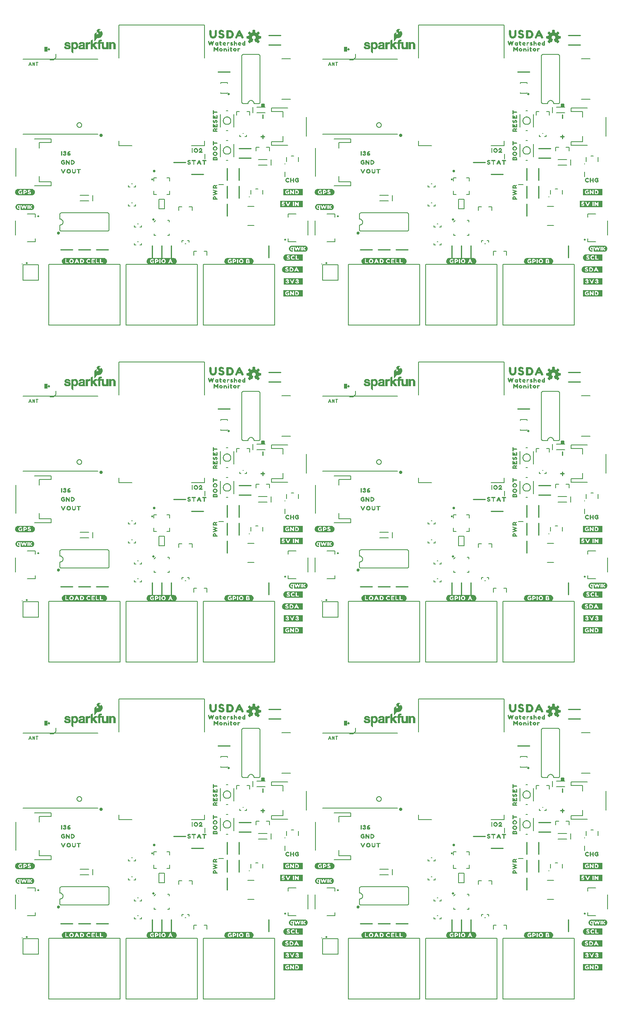
<source format=gto>
G04 EAGLE Gerber RS-274X export*
G75*
%MOMM*%
%FSLAX34Y34*%
%LPD*%
%INSilkscreen Top*%
%IPPOS*%
%AMOC8*
5,1,8,0,0,1.08239X$1,22.5*%
G01*
%ADD10C,0.254000*%
%ADD11C,0.203200*%
%ADD12C,0.381000*%
%ADD13C,0.254000*%
%ADD14C,0.508000*%
%ADD15C,0.560987*%
%ADD16C,0.381000*%
%ADD17C,0.127000*%
%ADD18C,0.718419*%
%ADD19C,0.152400*%

G36*
X194304Y1562874D02*
X194304Y1562874D01*
X194307Y1562871D01*
X195007Y1562971D01*
X195012Y1562976D01*
X195016Y1562973D01*
X195615Y1563173D01*
X196314Y1563373D01*
X196318Y1563378D01*
X196322Y1563376D01*
X197522Y1563976D01*
X197525Y1563983D01*
X197531Y1563982D01*
X198531Y1564782D01*
X198532Y1564786D01*
X198535Y1564785D01*
X199035Y1565285D01*
X199036Y1565292D01*
X199041Y1565293D01*
X199841Y1566493D01*
X199841Y1566497D01*
X199844Y1566498D01*
X200144Y1567098D01*
X200143Y1567103D01*
X200147Y1567104D01*
X200347Y1567704D01*
X200346Y1567706D01*
X200347Y1567706D01*
X200547Y1568406D01*
X200546Y1568410D01*
X200549Y1568412D01*
X200649Y1569012D01*
X200646Y1569017D01*
X200649Y1569020D01*
X200649Y1570420D01*
X200646Y1570424D01*
X200649Y1570427D01*
X200549Y1571127D01*
X200544Y1571132D01*
X200547Y1571136D01*
X200147Y1572336D01*
X200144Y1572337D01*
X200145Y1572339D01*
X199845Y1573039D01*
X199837Y1573044D01*
X199838Y1573051D01*
X199440Y1573549D01*
X199041Y1574147D01*
X199034Y1574150D01*
X199035Y1574155D01*
X198535Y1574655D01*
X198531Y1574655D01*
X198531Y1574658D01*
X197531Y1575458D01*
X197523Y1575459D01*
X197522Y1575464D01*
X196322Y1576064D01*
X196315Y1576063D01*
X196314Y1576067D01*
X195615Y1576267D01*
X195016Y1576467D01*
X195009Y1576465D01*
X195007Y1576469D01*
X194307Y1576569D01*
X194302Y1576566D01*
X194300Y1576569D01*
X110700Y1576569D01*
X110696Y1576566D01*
X110693Y1576569D01*
X109293Y1576369D01*
X109290Y1576365D01*
X109288Y1576365D01*
X109287Y1576365D01*
X109284Y1576367D01*
X108684Y1576167D01*
X108681Y1576162D01*
X108678Y1576164D01*
X107478Y1575564D01*
X107476Y1575560D01*
X107473Y1575561D01*
X106873Y1575161D01*
X106872Y1575158D01*
X106869Y1575158D01*
X106369Y1574758D01*
X106368Y1574754D01*
X106365Y1574755D01*
X105865Y1574255D01*
X105865Y1574251D01*
X105862Y1574251D01*
X105462Y1573751D01*
X105461Y1573747D01*
X105459Y1573747D01*
X105059Y1573147D01*
X105059Y1573143D01*
X105056Y1573142D01*
X104756Y1572542D01*
X104757Y1572539D01*
X104754Y1572537D01*
X104755Y1572536D01*
X104753Y1572536D01*
X104553Y1571936D01*
X104554Y1571934D01*
X104553Y1571934D01*
X104353Y1571234D01*
X104354Y1571230D01*
X104351Y1571228D01*
X104251Y1570628D01*
X104252Y1570627D01*
X104251Y1570627D01*
X104151Y1569927D01*
X104154Y1569922D01*
X104151Y1569920D01*
X104151Y1569220D01*
X104154Y1569216D01*
X104151Y1569213D01*
X104251Y1568513D01*
X104256Y1568508D01*
X104253Y1568504D01*
X104453Y1567905D01*
X104653Y1567206D01*
X104658Y1567202D01*
X104656Y1567198D01*
X105256Y1565998D01*
X105263Y1565995D01*
X105262Y1565989D01*
X106062Y1564989D01*
X106066Y1564988D01*
X106065Y1564985D01*
X106565Y1564485D01*
X106572Y1564484D01*
X106573Y1564479D01*
X107171Y1564080D01*
X107669Y1563682D01*
X107683Y1563681D01*
X107686Y1563673D01*
X108382Y1563474D01*
X108978Y1563176D01*
X108989Y1563178D01*
X108992Y1563171D01*
X109592Y1563071D01*
X109593Y1563072D01*
X109593Y1563071D01*
X110993Y1562871D01*
X110998Y1562874D01*
X111000Y1562871D01*
X194300Y1562871D01*
X194304Y1562874D01*
G37*
G36*
X194304Y125234D02*
X194304Y125234D01*
X194307Y125231D01*
X195007Y125331D01*
X195012Y125336D01*
X195016Y125333D01*
X195615Y125533D01*
X196314Y125733D01*
X196318Y125738D01*
X196322Y125736D01*
X197522Y126336D01*
X197525Y126343D01*
X197531Y126342D01*
X198531Y127142D01*
X198532Y127146D01*
X198535Y127145D01*
X199035Y127645D01*
X199036Y127652D01*
X199041Y127653D01*
X199841Y128853D01*
X199841Y128857D01*
X199844Y128858D01*
X200144Y129458D01*
X200143Y129463D01*
X200147Y129464D01*
X200347Y130064D01*
X200346Y130066D01*
X200347Y130066D01*
X200547Y130766D01*
X200546Y130770D01*
X200549Y130772D01*
X200649Y131372D01*
X200646Y131377D01*
X200649Y131380D01*
X200649Y132780D01*
X200646Y132784D01*
X200649Y132787D01*
X200549Y133487D01*
X200544Y133492D01*
X200547Y133496D01*
X200147Y134696D01*
X200144Y134697D01*
X200145Y134699D01*
X199845Y135399D01*
X199837Y135404D01*
X199838Y135411D01*
X199440Y135909D01*
X199041Y136507D01*
X199034Y136510D01*
X199035Y136515D01*
X198535Y137015D01*
X198531Y137015D01*
X198531Y137018D01*
X197531Y137818D01*
X197523Y137819D01*
X197522Y137824D01*
X196322Y138424D01*
X196315Y138423D01*
X196314Y138427D01*
X195615Y138627D01*
X195016Y138827D01*
X195009Y138825D01*
X195007Y138829D01*
X194307Y138929D01*
X194302Y138926D01*
X194300Y138929D01*
X110700Y138929D01*
X110696Y138926D01*
X110693Y138929D01*
X109293Y138729D01*
X109290Y138725D01*
X109288Y138725D01*
X109287Y138725D01*
X109284Y138727D01*
X108684Y138527D01*
X108681Y138522D01*
X108678Y138524D01*
X107478Y137924D01*
X107476Y137920D01*
X107473Y137921D01*
X106873Y137521D01*
X106872Y137518D01*
X106869Y137518D01*
X106369Y137118D01*
X106368Y137114D01*
X106365Y137115D01*
X105865Y136615D01*
X105865Y136611D01*
X105862Y136611D01*
X105462Y136111D01*
X105461Y136107D01*
X105459Y136107D01*
X105059Y135507D01*
X105059Y135503D01*
X105056Y135502D01*
X104756Y134902D01*
X104757Y134899D01*
X104754Y134897D01*
X104755Y134896D01*
X104753Y134896D01*
X104553Y134296D01*
X104554Y134294D01*
X104553Y134294D01*
X104353Y133594D01*
X104354Y133590D01*
X104351Y133588D01*
X104251Y132988D01*
X104252Y132987D01*
X104251Y132987D01*
X104151Y132287D01*
X104154Y132282D01*
X104151Y132280D01*
X104151Y131580D01*
X104154Y131576D01*
X104151Y131573D01*
X104251Y130873D01*
X104256Y130868D01*
X104253Y130864D01*
X104453Y130265D01*
X104653Y129566D01*
X104658Y129562D01*
X104656Y129558D01*
X105256Y128358D01*
X105263Y128355D01*
X105262Y128349D01*
X106062Y127349D01*
X106066Y127348D01*
X106065Y127345D01*
X106565Y126845D01*
X106572Y126844D01*
X106573Y126839D01*
X107171Y126440D01*
X107669Y126042D01*
X107683Y126041D01*
X107686Y126033D01*
X108382Y125834D01*
X108978Y125536D01*
X108989Y125538D01*
X108992Y125531D01*
X109592Y125431D01*
X109593Y125432D01*
X109593Y125431D01*
X110993Y125231D01*
X110998Y125234D01*
X111000Y125231D01*
X194300Y125231D01*
X194304Y125234D01*
G37*
G36*
X194304Y844054D02*
X194304Y844054D01*
X194307Y844051D01*
X195007Y844151D01*
X195012Y844156D01*
X195016Y844153D01*
X195615Y844353D01*
X196314Y844553D01*
X196318Y844558D01*
X196322Y844556D01*
X197522Y845156D01*
X197525Y845163D01*
X197531Y845162D01*
X198531Y845962D01*
X198532Y845966D01*
X198535Y845965D01*
X199035Y846465D01*
X199036Y846472D01*
X199041Y846473D01*
X199841Y847673D01*
X199841Y847677D01*
X199844Y847678D01*
X200144Y848278D01*
X200143Y848283D01*
X200147Y848284D01*
X200347Y848884D01*
X200346Y848886D01*
X200347Y848886D01*
X200547Y849586D01*
X200546Y849590D01*
X200549Y849592D01*
X200649Y850192D01*
X200646Y850197D01*
X200649Y850200D01*
X200649Y851600D01*
X200646Y851604D01*
X200649Y851607D01*
X200549Y852307D01*
X200544Y852312D01*
X200547Y852316D01*
X200147Y853516D01*
X200144Y853517D01*
X200145Y853519D01*
X199845Y854219D01*
X199837Y854224D01*
X199838Y854231D01*
X199440Y854729D01*
X199041Y855327D01*
X199034Y855330D01*
X199035Y855335D01*
X198535Y855835D01*
X198531Y855835D01*
X198531Y855838D01*
X197531Y856638D01*
X197523Y856639D01*
X197522Y856644D01*
X196322Y857244D01*
X196315Y857243D01*
X196314Y857247D01*
X195615Y857447D01*
X195016Y857647D01*
X195009Y857645D01*
X195007Y857649D01*
X194307Y857749D01*
X194302Y857746D01*
X194300Y857749D01*
X110700Y857749D01*
X110696Y857746D01*
X110693Y857749D01*
X109293Y857549D01*
X109290Y857545D01*
X109288Y857545D01*
X109287Y857545D01*
X109284Y857547D01*
X108684Y857347D01*
X108681Y857342D01*
X108678Y857344D01*
X107478Y856744D01*
X107476Y856740D01*
X107473Y856741D01*
X106873Y856341D01*
X106872Y856338D01*
X106869Y856338D01*
X106369Y855938D01*
X106368Y855934D01*
X106365Y855935D01*
X105865Y855435D01*
X105865Y855431D01*
X105862Y855431D01*
X105462Y854931D01*
X105461Y854927D01*
X105459Y854927D01*
X105059Y854327D01*
X105059Y854323D01*
X105056Y854322D01*
X104756Y853722D01*
X104757Y853719D01*
X104754Y853717D01*
X104755Y853716D01*
X104753Y853716D01*
X104553Y853116D01*
X104554Y853114D01*
X104553Y853114D01*
X104353Y852414D01*
X104354Y852410D01*
X104351Y852408D01*
X104251Y851808D01*
X104252Y851807D01*
X104251Y851807D01*
X104151Y851107D01*
X104154Y851102D01*
X104151Y851100D01*
X104151Y850400D01*
X104154Y850396D01*
X104151Y850393D01*
X104251Y849693D01*
X104256Y849688D01*
X104253Y849684D01*
X104453Y849085D01*
X104653Y848386D01*
X104658Y848382D01*
X104656Y848378D01*
X105256Y847178D01*
X105263Y847175D01*
X105262Y847169D01*
X106062Y846169D01*
X106066Y846168D01*
X106065Y846165D01*
X106565Y845665D01*
X106572Y845664D01*
X106573Y845659D01*
X107171Y845260D01*
X107669Y844862D01*
X107683Y844861D01*
X107686Y844853D01*
X108382Y844654D01*
X108978Y844356D01*
X108989Y844358D01*
X108992Y844351D01*
X109592Y844251D01*
X109593Y844252D01*
X109593Y844251D01*
X110993Y844051D01*
X110998Y844054D01*
X111000Y844051D01*
X194300Y844051D01*
X194304Y844054D01*
G37*
G36*
X834384Y125234D02*
X834384Y125234D01*
X834387Y125231D01*
X835087Y125331D01*
X835092Y125336D01*
X835096Y125333D01*
X835695Y125533D01*
X836394Y125733D01*
X836398Y125738D01*
X836402Y125736D01*
X837602Y126336D01*
X837605Y126343D01*
X837611Y126342D01*
X838611Y127142D01*
X838612Y127146D01*
X838615Y127145D01*
X839115Y127645D01*
X839116Y127652D01*
X839121Y127653D01*
X839921Y128853D01*
X839921Y128857D01*
X839924Y128858D01*
X840224Y129458D01*
X840223Y129463D01*
X840227Y129464D01*
X840427Y130064D01*
X840426Y130066D01*
X840427Y130066D01*
X840627Y130766D01*
X840626Y130770D01*
X840629Y130772D01*
X840729Y131372D01*
X840726Y131377D01*
X840729Y131380D01*
X840729Y132780D01*
X840726Y132784D01*
X840729Y132787D01*
X840629Y133487D01*
X840624Y133492D01*
X840627Y133496D01*
X840227Y134696D01*
X840224Y134697D01*
X840225Y134699D01*
X839925Y135399D01*
X839917Y135404D01*
X839918Y135411D01*
X839520Y135909D01*
X839121Y136507D01*
X839114Y136510D01*
X839115Y136515D01*
X838615Y137015D01*
X838611Y137015D01*
X838611Y137018D01*
X837611Y137818D01*
X837603Y137819D01*
X837602Y137824D01*
X836402Y138424D01*
X836395Y138423D01*
X836394Y138427D01*
X835695Y138627D01*
X835096Y138827D01*
X835089Y138825D01*
X835087Y138829D01*
X834387Y138929D01*
X834382Y138926D01*
X834380Y138929D01*
X750780Y138929D01*
X750776Y138926D01*
X750773Y138929D01*
X749373Y138729D01*
X749370Y138725D01*
X749368Y138725D01*
X749367Y138725D01*
X749364Y138727D01*
X748764Y138527D01*
X748761Y138522D01*
X748758Y138524D01*
X747558Y137924D01*
X747556Y137920D01*
X747553Y137921D01*
X746953Y137521D01*
X746952Y137518D01*
X746949Y137518D01*
X746449Y137118D01*
X746448Y137114D01*
X746445Y137115D01*
X745945Y136615D01*
X745945Y136611D01*
X745942Y136611D01*
X745542Y136111D01*
X745541Y136107D01*
X745539Y136107D01*
X745139Y135507D01*
X745139Y135503D01*
X745136Y135502D01*
X744836Y134902D01*
X744837Y134899D01*
X744834Y134897D01*
X744835Y134896D01*
X744833Y134896D01*
X744633Y134296D01*
X744634Y134294D01*
X744633Y134294D01*
X744433Y133594D01*
X744434Y133590D01*
X744431Y133588D01*
X744331Y132988D01*
X744332Y132987D01*
X744331Y132987D01*
X744231Y132287D01*
X744234Y132282D01*
X744231Y132280D01*
X744231Y131580D01*
X744234Y131576D01*
X744231Y131573D01*
X744331Y130873D01*
X744336Y130868D01*
X744333Y130864D01*
X744533Y130265D01*
X744733Y129566D01*
X744738Y129562D01*
X744736Y129558D01*
X745336Y128358D01*
X745343Y128355D01*
X745342Y128349D01*
X746142Y127349D01*
X746146Y127348D01*
X746145Y127345D01*
X746645Y126845D01*
X746652Y126844D01*
X746653Y126839D01*
X747251Y126440D01*
X747749Y126042D01*
X747763Y126041D01*
X747766Y126033D01*
X748462Y125834D01*
X749058Y125536D01*
X749069Y125538D01*
X749072Y125531D01*
X749672Y125431D01*
X749673Y125432D01*
X749673Y125431D01*
X751073Y125231D01*
X751078Y125234D01*
X751080Y125231D01*
X834380Y125231D01*
X834384Y125234D01*
G37*
G36*
X834384Y844054D02*
X834384Y844054D01*
X834387Y844051D01*
X835087Y844151D01*
X835092Y844156D01*
X835096Y844153D01*
X835695Y844353D01*
X836394Y844553D01*
X836398Y844558D01*
X836402Y844556D01*
X837602Y845156D01*
X837605Y845163D01*
X837611Y845162D01*
X838611Y845962D01*
X838612Y845966D01*
X838615Y845965D01*
X839115Y846465D01*
X839116Y846472D01*
X839121Y846473D01*
X839921Y847673D01*
X839921Y847677D01*
X839924Y847678D01*
X840224Y848278D01*
X840223Y848283D01*
X840227Y848284D01*
X840427Y848884D01*
X840426Y848886D01*
X840427Y848886D01*
X840627Y849586D01*
X840626Y849590D01*
X840629Y849592D01*
X840729Y850192D01*
X840726Y850197D01*
X840729Y850200D01*
X840729Y851600D01*
X840726Y851604D01*
X840729Y851607D01*
X840629Y852307D01*
X840624Y852312D01*
X840627Y852316D01*
X840227Y853516D01*
X840224Y853517D01*
X840225Y853519D01*
X839925Y854219D01*
X839917Y854224D01*
X839918Y854231D01*
X839520Y854729D01*
X839121Y855327D01*
X839114Y855330D01*
X839115Y855335D01*
X838615Y855835D01*
X838611Y855835D01*
X838611Y855838D01*
X837611Y856638D01*
X837603Y856639D01*
X837602Y856644D01*
X836402Y857244D01*
X836395Y857243D01*
X836394Y857247D01*
X835695Y857447D01*
X835096Y857647D01*
X835089Y857645D01*
X835087Y857649D01*
X834387Y857749D01*
X834382Y857746D01*
X834380Y857749D01*
X750780Y857749D01*
X750776Y857746D01*
X750773Y857749D01*
X749373Y857549D01*
X749370Y857545D01*
X749368Y857545D01*
X749367Y857545D01*
X749364Y857547D01*
X748764Y857347D01*
X748761Y857342D01*
X748758Y857344D01*
X747558Y856744D01*
X747556Y856740D01*
X747553Y856741D01*
X746953Y856341D01*
X746952Y856338D01*
X746949Y856338D01*
X746449Y855938D01*
X746448Y855934D01*
X746445Y855935D01*
X745945Y855435D01*
X745945Y855431D01*
X745942Y855431D01*
X745542Y854931D01*
X745541Y854927D01*
X745539Y854927D01*
X745139Y854327D01*
X745139Y854323D01*
X745136Y854322D01*
X744836Y853722D01*
X744837Y853719D01*
X744834Y853717D01*
X744835Y853716D01*
X744833Y853716D01*
X744633Y853116D01*
X744634Y853114D01*
X744633Y853114D01*
X744433Y852414D01*
X744434Y852410D01*
X744431Y852408D01*
X744331Y851808D01*
X744332Y851807D01*
X744331Y851807D01*
X744231Y851107D01*
X744234Y851102D01*
X744231Y851100D01*
X744231Y850400D01*
X744234Y850396D01*
X744231Y850393D01*
X744331Y849693D01*
X744336Y849688D01*
X744333Y849684D01*
X744533Y849085D01*
X744733Y848386D01*
X744738Y848382D01*
X744736Y848378D01*
X745336Y847178D01*
X745343Y847175D01*
X745342Y847169D01*
X746142Y846169D01*
X746146Y846168D01*
X746145Y846165D01*
X746645Y845665D01*
X746652Y845664D01*
X746653Y845659D01*
X747251Y845260D01*
X747749Y844862D01*
X747763Y844861D01*
X747766Y844853D01*
X748462Y844654D01*
X749058Y844356D01*
X749069Y844358D01*
X749072Y844351D01*
X749672Y844251D01*
X749673Y844252D01*
X749673Y844251D01*
X751073Y844051D01*
X751078Y844054D01*
X751080Y844051D01*
X834380Y844051D01*
X834384Y844054D01*
G37*
G36*
X834384Y1562874D02*
X834384Y1562874D01*
X834387Y1562871D01*
X835087Y1562971D01*
X835092Y1562976D01*
X835096Y1562973D01*
X835695Y1563173D01*
X836394Y1563373D01*
X836398Y1563378D01*
X836402Y1563376D01*
X837602Y1563976D01*
X837605Y1563983D01*
X837611Y1563982D01*
X838611Y1564782D01*
X838612Y1564786D01*
X838615Y1564785D01*
X839115Y1565285D01*
X839116Y1565292D01*
X839121Y1565293D01*
X839921Y1566493D01*
X839921Y1566497D01*
X839924Y1566498D01*
X840224Y1567098D01*
X840223Y1567103D01*
X840227Y1567104D01*
X840427Y1567704D01*
X840426Y1567706D01*
X840427Y1567706D01*
X840627Y1568406D01*
X840626Y1568410D01*
X840629Y1568412D01*
X840729Y1569012D01*
X840726Y1569017D01*
X840729Y1569020D01*
X840729Y1570420D01*
X840726Y1570424D01*
X840729Y1570427D01*
X840629Y1571127D01*
X840624Y1571132D01*
X840627Y1571136D01*
X840227Y1572336D01*
X840224Y1572337D01*
X840225Y1572339D01*
X839925Y1573039D01*
X839917Y1573044D01*
X839918Y1573051D01*
X839520Y1573549D01*
X839121Y1574147D01*
X839114Y1574150D01*
X839115Y1574155D01*
X838615Y1574655D01*
X838611Y1574655D01*
X838611Y1574658D01*
X837611Y1575458D01*
X837603Y1575459D01*
X837602Y1575464D01*
X836402Y1576064D01*
X836395Y1576063D01*
X836394Y1576067D01*
X835695Y1576267D01*
X835096Y1576467D01*
X835089Y1576465D01*
X835087Y1576469D01*
X834387Y1576569D01*
X834382Y1576566D01*
X834380Y1576569D01*
X750780Y1576569D01*
X750776Y1576566D01*
X750773Y1576569D01*
X749373Y1576369D01*
X749370Y1576365D01*
X749368Y1576365D01*
X749367Y1576365D01*
X749364Y1576367D01*
X748764Y1576167D01*
X748761Y1576162D01*
X748758Y1576164D01*
X747558Y1575564D01*
X747556Y1575560D01*
X747553Y1575561D01*
X746953Y1575161D01*
X746952Y1575158D01*
X746949Y1575158D01*
X746449Y1574758D01*
X746448Y1574754D01*
X746445Y1574755D01*
X745945Y1574255D01*
X745945Y1574251D01*
X745942Y1574251D01*
X745542Y1573751D01*
X745541Y1573747D01*
X745539Y1573747D01*
X745139Y1573147D01*
X745139Y1573143D01*
X745136Y1573142D01*
X744836Y1572542D01*
X744837Y1572539D01*
X744834Y1572537D01*
X744835Y1572536D01*
X744833Y1572536D01*
X744633Y1571936D01*
X744634Y1571934D01*
X744633Y1571934D01*
X744433Y1571234D01*
X744434Y1571230D01*
X744431Y1571228D01*
X744331Y1570628D01*
X744332Y1570627D01*
X744331Y1570627D01*
X744231Y1569927D01*
X744234Y1569922D01*
X744231Y1569920D01*
X744231Y1569220D01*
X744234Y1569216D01*
X744231Y1569213D01*
X744331Y1568513D01*
X744336Y1568508D01*
X744333Y1568504D01*
X744533Y1567905D01*
X744733Y1567206D01*
X744738Y1567202D01*
X744736Y1567198D01*
X745336Y1565998D01*
X745343Y1565995D01*
X745342Y1565989D01*
X746142Y1564989D01*
X746146Y1564988D01*
X746145Y1564985D01*
X746645Y1564485D01*
X746652Y1564484D01*
X746653Y1564479D01*
X747251Y1564080D01*
X747749Y1563682D01*
X747763Y1563681D01*
X747766Y1563673D01*
X748462Y1563474D01*
X749058Y1563176D01*
X749069Y1563178D01*
X749072Y1563171D01*
X749672Y1563071D01*
X749673Y1563072D01*
X749673Y1563071D01*
X751073Y1562871D01*
X751078Y1562874D01*
X751080Y1562871D01*
X834380Y1562871D01*
X834384Y1562874D01*
G37*
G36*
X982884Y125234D02*
X982884Y125234D01*
X982887Y125231D01*
X984287Y125431D01*
X984288Y125432D01*
X984288Y125431D01*
X984888Y125531D01*
X984894Y125538D01*
X984899Y125535D01*
X985599Y125835D01*
X985601Y125837D01*
X985602Y125836D01*
X986802Y126436D01*
X986805Y126443D01*
X986811Y126442D01*
X987311Y126842D01*
X987312Y126846D01*
X987315Y126845D01*
X987815Y127345D01*
X987815Y127349D01*
X987818Y127349D01*
X988218Y127849D01*
X988219Y127853D01*
X988221Y127853D01*
X989021Y129053D01*
X989021Y129058D01*
X989022Y129059D01*
X989020Y129061D01*
X989020Y129062D01*
X989027Y129064D01*
X989427Y130264D01*
X989426Y130266D01*
X989427Y130266D01*
X989627Y130966D01*
X989626Y130971D01*
X989629Y130973D01*
X989729Y131673D01*
X989726Y131678D01*
X989729Y131680D01*
X989729Y132280D01*
X989726Y132284D01*
X989729Y132287D01*
X989529Y133687D01*
X989524Y133692D01*
X989527Y133696D01*
X989327Y134296D01*
X989324Y134297D01*
X989325Y134299D01*
X989025Y134999D01*
X989023Y135001D01*
X989024Y135002D01*
X988724Y135602D01*
X988721Y135603D01*
X988722Y135605D01*
X988422Y136105D01*
X988414Y136109D01*
X988415Y136115D01*
X986915Y137615D01*
X986906Y137616D01*
X986905Y137622D01*
X986405Y137922D01*
X986402Y137922D01*
X986402Y137924D01*
X985802Y138224D01*
X985800Y138224D01*
X985799Y138225D01*
X985099Y138525D01*
X985096Y138525D01*
X985096Y138527D01*
X984496Y138727D01*
X984491Y138725D01*
X984489Y138725D01*
X984487Y138729D01*
X983087Y138929D01*
X983082Y138926D01*
X983080Y138929D01*
X932180Y138929D01*
X932175Y138926D01*
X932172Y138929D01*
X931572Y138829D01*
X930873Y138729D01*
X930173Y138629D01*
X930165Y138621D01*
X930158Y138624D01*
X928358Y137724D01*
X928353Y137714D01*
X928345Y137715D01*
X927847Y137217D01*
X927349Y136818D01*
X927347Y136811D01*
X927342Y136811D01*
X926942Y136311D01*
X926941Y136307D01*
X926939Y136307D01*
X926139Y135107D01*
X926140Y135099D01*
X926137Y135097D01*
X926133Y135096D01*
X925933Y134496D01*
X925934Y134494D01*
X925933Y134494D01*
X925733Y133795D01*
X925533Y133196D01*
X925535Y133189D01*
X925531Y133187D01*
X925431Y132487D01*
X925433Y132484D01*
X925434Y132482D01*
X925431Y132480D01*
X925431Y131780D01*
X925434Y131775D01*
X925431Y131772D01*
X925531Y131172D01*
X925631Y130473D01*
X925635Y130469D01*
X925633Y130466D01*
X925833Y129766D01*
X925838Y129762D01*
X925836Y129758D01*
X926436Y128558D01*
X926443Y128555D01*
X926442Y128549D01*
X926840Y128051D01*
X927239Y127453D01*
X927249Y127449D01*
X927249Y127442D01*
X927747Y127043D01*
X928245Y126545D01*
X928257Y126544D01*
X928258Y126536D01*
X928855Y126237D01*
X929453Y125839D01*
X929462Y125840D01*
X929464Y125833D01*
X930064Y125633D01*
X930066Y125634D01*
X930066Y125633D01*
X930766Y125433D01*
X930770Y125434D01*
X930772Y125431D01*
X931372Y125331D01*
X931373Y125332D01*
X931373Y125331D01*
X932073Y125231D01*
X932078Y125234D01*
X932080Y125231D01*
X982880Y125231D01*
X982884Y125234D01*
G37*
G36*
X342804Y125234D02*
X342804Y125234D01*
X342807Y125231D01*
X344207Y125431D01*
X344208Y125432D01*
X344208Y125431D01*
X344808Y125531D01*
X344814Y125538D01*
X344819Y125535D01*
X345519Y125835D01*
X345521Y125837D01*
X345522Y125836D01*
X346722Y126436D01*
X346725Y126443D01*
X346731Y126442D01*
X347231Y126842D01*
X347232Y126846D01*
X347235Y126845D01*
X347735Y127345D01*
X347735Y127349D01*
X347738Y127349D01*
X348138Y127849D01*
X348139Y127853D01*
X348141Y127853D01*
X348941Y129053D01*
X348941Y129058D01*
X348942Y129059D01*
X348940Y129061D01*
X348940Y129062D01*
X348947Y129064D01*
X349347Y130264D01*
X349346Y130266D01*
X349347Y130266D01*
X349547Y130966D01*
X349546Y130971D01*
X349549Y130973D01*
X349649Y131673D01*
X349646Y131678D01*
X349649Y131680D01*
X349649Y132280D01*
X349646Y132284D01*
X349649Y132287D01*
X349449Y133687D01*
X349444Y133692D01*
X349447Y133696D01*
X349247Y134296D01*
X349244Y134297D01*
X349245Y134299D01*
X348945Y134999D01*
X348943Y135001D01*
X348944Y135002D01*
X348644Y135602D01*
X348641Y135603D01*
X348642Y135605D01*
X348342Y136105D01*
X348334Y136109D01*
X348335Y136115D01*
X346835Y137615D01*
X346826Y137616D01*
X346825Y137622D01*
X346325Y137922D01*
X346322Y137922D01*
X346322Y137924D01*
X345722Y138224D01*
X345720Y138224D01*
X345719Y138225D01*
X345019Y138525D01*
X345016Y138525D01*
X345016Y138527D01*
X344416Y138727D01*
X344411Y138725D01*
X344409Y138725D01*
X344407Y138729D01*
X343007Y138929D01*
X343002Y138926D01*
X343000Y138929D01*
X292100Y138929D01*
X292095Y138926D01*
X292092Y138929D01*
X291492Y138829D01*
X290793Y138729D01*
X290093Y138629D01*
X290085Y138621D01*
X290078Y138624D01*
X288278Y137724D01*
X288273Y137714D01*
X288265Y137715D01*
X287767Y137217D01*
X287269Y136818D01*
X287267Y136811D01*
X287262Y136811D01*
X286862Y136311D01*
X286861Y136307D01*
X286859Y136307D01*
X286059Y135107D01*
X286060Y135099D01*
X286057Y135097D01*
X286053Y135096D01*
X285853Y134496D01*
X285854Y134494D01*
X285853Y134494D01*
X285653Y133795D01*
X285453Y133196D01*
X285455Y133189D01*
X285451Y133187D01*
X285351Y132487D01*
X285353Y132484D01*
X285354Y132482D01*
X285351Y132480D01*
X285351Y131780D01*
X285354Y131775D01*
X285351Y131772D01*
X285451Y131172D01*
X285551Y130473D01*
X285555Y130469D01*
X285553Y130466D01*
X285753Y129766D01*
X285758Y129762D01*
X285756Y129758D01*
X286356Y128558D01*
X286363Y128555D01*
X286362Y128549D01*
X286760Y128051D01*
X287159Y127453D01*
X287169Y127449D01*
X287169Y127442D01*
X287667Y127043D01*
X288165Y126545D01*
X288177Y126544D01*
X288178Y126536D01*
X288775Y126237D01*
X289373Y125839D01*
X289382Y125840D01*
X289384Y125833D01*
X289984Y125633D01*
X289986Y125634D01*
X289986Y125633D01*
X290686Y125433D01*
X290690Y125434D01*
X290692Y125431D01*
X291292Y125331D01*
X291293Y125332D01*
X291293Y125331D01*
X291993Y125231D01*
X291998Y125234D01*
X292000Y125231D01*
X342800Y125231D01*
X342804Y125234D01*
G37*
G36*
X342804Y1562874D02*
X342804Y1562874D01*
X342807Y1562871D01*
X344207Y1563071D01*
X344208Y1563072D01*
X344208Y1563071D01*
X344808Y1563171D01*
X344814Y1563178D01*
X344819Y1563175D01*
X345519Y1563475D01*
X345521Y1563477D01*
X345522Y1563476D01*
X346722Y1564076D01*
X346725Y1564083D01*
X346731Y1564082D01*
X347231Y1564482D01*
X347232Y1564486D01*
X347235Y1564485D01*
X347735Y1564985D01*
X347735Y1564989D01*
X347738Y1564989D01*
X348138Y1565489D01*
X348139Y1565493D01*
X348141Y1565493D01*
X348941Y1566693D01*
X348941Y1566698D01*
X348942Y1566699D01*
X348940Y1566701D01*
X348940Y1566702D01*
X348947Y1566704D01*
X349347Y1567904D01*
X349346Y1567906D01*
X349347Y1567906D01*
X349547Y1568606D01*
X349546Y1568611D01*
X349549Y1568613D01*
X349649Y1569313D01*
X349646Y1569318D01*
X349649Y1569320D01*
X349649Y1569920D01*
X349646Y1569924D01*
X349649Y1569927D01*
X349449Y1571327D01*
X349444Y1571332D01*
X349447Y1571336D01*
X349247Y1571936D01*
X349244Y1571937D01*
X349245Y1571939D01*
X348945Y1572639D01*
X348943Y1572641D01*
X348944Y1572642D01*
X348644Y1573242D01*
X348641Y1573243D01*
X348642Y1573245D01*
X348342Y1573745D01*
X348334Y1573749D01*
X348335Y1573755D01*
X346835Y1575255D01*
X346826Y1575256D01*
X346825Y1575262D01*
X346325Y1575562D01*
X346322Y1575562D01*
X346322Y1575564D01*
X345722Y1575864D01*
X345720Y1575864D01*
X345719Y1575865D01*
X345019Y1576165D01*
X345016Y1576165D01*
X345016Y1576167D01*
X344416Y1576367D01*
X344411Y1576365D01*
X344409Y1576365D01*
X344407Y1576369D01*
X343007Y1576569D01*
X343002Y1576566D01*
X343000Y1576569D01*
X292100Y1576569D01*
X292095Y1576566D01*
X292092Y1576569D01*
X291492Y1576469D01*
X290793Y1576369D01*
X290093Y1576269D01*
X290085Y1576261D01*
X290078Y1576264D01*
X288278Y1575364D01*
X288273Y1575354D01*
X288265Y1575355D01*
X287767Y1574857D01*
X287269Y1574458D01*
X287267Y1574451D01*
X287262Y1574451D01*
X286862Y1573951D01*
X286861Y1573947D01*
X286859Y1573947D01*
X286059Y1572747D01*
X286060Y1572739D01*
X286057Y1572737D01*
X286053Y1572736D01*
X285853Y1572136D01*
X285854Y1572134D01*
X285853Y1572134D01*
X285653Y1571435D01*
X285453Y1570836D01*
X285455Y1570829D01*
X285451Y1570827D01*
X285351Y1570127D01*
X285353Y1570124D01*
X285354Y1570122D01*
X285351Y1570120D01*
X285351Y1569420D01*
X285354Y1569415D01*
X285351Y1569412D01*
X285451Y1568812D01*
X285551Y1568113D01*
X285555Y1568109D01*
X285553Y1568106D01*
X285753Y1567406D01*
X285758Y1567402D01*
X285756Y1567398D01*
X286356Y1566198D01*
X286363Y1566195D01*
X286362Y1566189D01*
X286760Y1565691D01*
X287159Y1565093D01*
X287169Y1565089D01*
X287169Y1565082D01*
X287667Y1564683D01*
X288165Y1564185D01*
X288177Y1564184D01*
X288178Y1564176D01*
X288775Y1563877D01*
X289373Y1563479D01*
X289382Y1563480D01*
X289384Y1563473D01*
X289984Y1563273D01*
X289986Y1563274D01*
X289986Y1563273D01*
X290686Y1563073D01*
X290690Y1563074D01*
X290692Y1563071D01*
X291292Y1562971D01*
X291293Y1562972D01*
X291293Y1562971D01*
X291993Y1562871D01*
X291998Y1562874D01*
X292000Y1562871D01*
X342800Y1562871D01*
X342804Y1562874D01*
G37*
G36*
X982884Y844054D02*
X982884Y844054D01*
X982887Y844051D01*
X984287Y844251D01*
X984288Y844252D01*
X984288Y844251D01*
X984888Y844351D01*
X984894Y844358D01*
X984899Y844355D01*
X985599Y844655D01*
X985601Y844657D01*
X985602Y844656D01*
X986802Y845256D01*
X986805Y845263D01*
X986811Y845262D01*
X987311Y845662D01*
X987312Y845666D01*
X987315Y845665D01*
X987815Y846165D01*
X987815Y846169D01*
X987818Y846169D01*
X988218Y846669D01*
X988219Y846673D01*
X988221Y846673D01*
X989021Y847873D01*
X989021Y847878D01*
X989022Y847879D01*
X989020Y847881D01*
X989020Y847882D01*
X989027Y847884D01*
X989427Y849084D01*
X989426Y849086D01*
X989427Y849086D01*
X989627Y849786D01*
X989626Y849791D01*
X989629Y849793D01*
X989729Y850493D01*
X989726Y850498D01*
X989729Y850500D01*
X989729Y851100D01*
X989726Y851104D01*
X989729Y851107D01*
X989529Y852507D01*
X989524Y852512D01*
X989527Y852516D01*
X989327Y853116D01*
X989324Y853117D01*
X989325Y853119D01*
X989025Y853819D01*
X989023Y853821D01*
X989024Y853822D01*
X988724Y854422D01*
X988721Y854423D01*
X988722Y854425D01*
X988422Y854925D01*
X988414Y854929D01*
X988415Y854935D01*
X986915Y856435D01*
X986906Y856436D01*
X986905Y856442D01*
X986405Y856742D01*
X986402Y856742D01*
X986402Y856744D01*
X985802Y857044D01*
X985800Y857044D01*
X985799Y857045D01*
X985099Y857345D01*
X985096Y857345D01*
X985096Y857347D01*
X984496Y857547D01*
X984491Y857545D01*
X984489Y857545D01*
X984487Y857549D01*
X983087Y857749D01*
X983082Y857746D01*
X983080Y857749D01*
X932180Y857749D01*
X932175Y857746D01*
X932172Y857749D01*
X931572Y857649D01*
X930873Y857549D01*
X930173Y857449D01*
X930165Y857441D01*
X930158Y857444D01*
X928358Y856544D01*
X928353Y856534D01*
X928345Y856535D01*
X927847Y856037D01*
X927349Y855638D01*
X927347Y855631D01*
X927342Y855631D01*
X926942Y855131D01*
X926941Y855127D01*
X926939Y855127D01*
X926139Y853927D01*
X926140Y853919D01*
X926137Y853917D01*
X926133Y853916D01*
X925933Y853316D01*
X925934Y853314D01*
X925933Y853314D01*
X925733Y852615D01*
X925533Y852016D01*
X925535Y852009D01*
X925531Y852007D01*
X925431Y851307D01*
X925433Y851304D01*
X925434Y851302D01*
X925431Y851300D01*
X925431Y850600D01*
X925434Y850595D01*
X925431Y850592D01*
X925531Y849992D01*
X925631Y849293D01*
X925635Y849289D01*
X925633Y849286D01*
X925833Y848586D01*
X925838Y848582D01*
X925836Y848578D01*
X926436Y847378D01*
X926443Y847375D01*
X926442Y847369D01*
X926840Y846871D01*
X927239Y846273D01*
X927249Y846269D01*
X927249Y846262D01*
X927747Y845863D01*
X928245Y845365D01*
X928257Y845364D01*
X928258Y845356D01*
X928855Y845057D01*
X929453Y844659D01*
X929462Y844660D01*
X929464Y844653D01*
X930064Y844453D01*
X930066Y844454D01*
X930066Y844453D01*
X930766Y844253D01*
X930770Y844254D01*
X930772Y844251D01*
X931372Y844151D01*
X931373Y844152D01*
X931373Y844151D01*
X932073Y844051D01*
X932078Y844054D01*
X932080Y844051D01*
X982880Y844051D01*
X982884Y844054D01*
G37*
G36*
X342804Y844054D02*
X342804Y844054D01*
X342807Y844051D01*
X344207Y844251D01*
X344208Y844252D01*
X344208Y844251D01*
X344808Y844351D01*
X344814Y844358D01*
X344819Y844355D01*
X345519Y844655D01*
X345521Y844657D01*
X345522Y844656D01*
X346722Y845256D01*
X346725Y845263D01*
X346731Y845262D01*
X347231Y845662D01*
X347232Y845666D01*
X347235Y845665D01*
X347735Y846165D01*
X347735Y846169D01*
X347738Y846169D01*
X348138Y846669D01*
X348139Y846673D01*
X348141Y846673D01*
X348941Y847873D01*
X348941Y847878D01*
X348942Y847879D01*
X348940Y847881D01*
X348940Y847882D01*
X348947Y847884D01*
X349347Y849084D01*
X349346Y849086D01*
X349347Y849086D01*
X349547Y849786D01*
X349546Y849791D01*
X349549Y849793D01*
X349649Y850493D01*
X349646Y850498D01*
X349649Y850500D01*
X349649Y851100D01*
X349646Y851104D01*
X349649Y851107D01*
X349449Y852507D01*
X349444Y852512D01*
X349447Y852516D01*
X349247Y853116D01*
X349244Y853117D01*
X349245Y853119D01*
X348945Y853819D01*
X348943Y853821D01*
X348944Y853822D01*
X348644Y854422D01*
X348641Y854423D01*
X348642Y854425D01*
X348342Y854925D01*
X348334Y854929D01*
X348335Y854935D01*
X346835Y856435D01*
X346826Y856436D01*
X346825Y856442D01*
X346325Y856742D01*
X346322Y856742D01*
X346322Y856744D01*
X345722Y857044D01*
X345720Y857044D01*
X345719Y857045D01*
X345019Y857345D01*
X345016Y857345D01*
X345016Y857347D01*
X344416Y857547D01*
X344411Y857545D01*
X344409Y857545D01*
X344407Y857549D01*
X343007Y857749D01*
X343002Y857746D01*
X343000Y857749D01*
X292100Y857749D01*
X292095Y857746D01*
X292092Y857749D01*
X291492Y857649D01*
X290793Y857549D01*
X290093Y857449D01*
X290085Y857441D01*
X290078Y857444D01*
X288278Y856544D01*
X288273Y856534D01*
X288265Y856535D01*
X287767Y856037D01*
X287269Y855638D01*
X287267Y855631D01*
X287262Y855631D01*
X286862Y855131D01*
X286861Y855127D01*
X286859Y855127D01*
X286059Y853927D01*
X286060Y853919D01*
X286057Y853917D01*
X286053Y853916D01*
X285853Y853316D01*
X285854Y853314D01*
X285853Y853314D01*
X285653Y852615D01*
X285453Y852016D01*
X285455Y852009D01*
X285451Y852007D01*
X285351Y851307D01*
X285353Y851304D01*
X285354Y851302D01*
X285351Y851300D01*
X285351Y850600D01*
X285354Y850595D01*
X285351Y850592D01*
X285451Y849992D01*
X285551Y849293D01*
X285555Y849289D01*
X285553Y849286D01*
X285753Y848586D01*
X285758Y848582D01*
X285756Y848578D01*
X286356Y847378D01*
X286363Y847375D01*
X286362Y847369D01*
X286760Y846871D01*
X287159Y846273D01*
X287169Y846269D01*
X287169Y846262D01*
X287667Y845863D01*
X288165Y845365D01*
X288177Y845364D01*
X288178Y845356D01*
X288775Y845057D01*
X289373Y844659D01*
X289382Y844660D01*
X289384Y844653D01*
X289984Y844453D01*
X289986Y844454D01*
X289986Y844453D01*
X290686Y844253D01*
X290690Y844254D01*
X290692Y844251D01*
X291292Y844151D01*
X291293Y844152D01*
X291293Y844151D01*
X291993Y844051D01*
X291998Y844054D01*
X292000Y844051D01*
X342800Y844051D01*
X342804Y844054D01*
G37*
G36*
X982884Y1562874D02*
X982884Y1562874D01*
X982887Y1562871D01*
X984287Y1563071D01*
X984288Y1563072D01*
X984288Y1563071D01*
X984888Y1563171D01*
X984894Y1563178D01*
X984899Y1563175D01*
X985599Y1563475D01*
X985601Y1563477D01*
X985602Y1563476D01*
X986802Y1564076D01*
X986805Y1564083D01*
X986811Y1564082D01*
X987311Y1564482D01*
X987312Y1564486D01*
X987315Y1564485D01*
X987815Y1564985D01*
X987815Y1564989D01*
X987818Y1564989D01*
X988218Y1565489D01*
X988219Y1565493D01*
X988221Y1565493D01*
X989021Y1566693D01*
X989021Y1566698D01*
X989022Y1566699D01*
X989020Y1566701D01*
X989020Y1566702D01*
X989027Y1566704D01*
X989427Y1567904D01*
X989426Y1567906D01*
X989427Y1567906D01*
X989627Y1568606D01*
X989626Y1568611D01*
X989629Y1568613D01*
X989729Y1569313D01*
X989726Y1569318D01*
X989729Y1569320D01*
X989729Y1569920D01*
X989726Y1569924D01*
X989729Y1569927D01*
X989529Y1571327D01*
X989524Y1571332D01*
X989527Y1571336D01*
X989327Y1571936D01*
X989324Y1571937D01*
X989325Y1571939D01*
X989025Y1572639D01*
X989023Y1572641D01*
X989024Y1572642D01*
X988724Y1573242D01*
X988721Y1573243D01*
X988722Y1573245D01*
X988422Y1573745D01*
X988414Y1573749D01*
X988415Y1573755D01*
X986915Y1575255D01*
X986906Y1575256D01*
X986905Y1575262D01*
X986405Y1575562D01*
X986402Y1575562D01*
X986402Y1575564D01*
X985802Y1575864D01*
X985800Y1575864D01*
X985799Y1575865D01*
X985099Y1576165D01*
X985096Y1576165D01*
X985096Y1576167D01*
X984496Y1576367D01*
X984491Y1576365D01*
X984489Y1576365D01*
X984487Y1576369D01*
X983087Y1576569D01*
X983082Y1576566D01*
X983080Y1576569D01*
X932180Y1576569D01*
X932175Y1576566D01*
X932172Y1576569D01*
X931572Y1576469D01*
X930873Y1576369D01*
X930173Y1576269D01*
X930165Y1576261D01*
X930158Y1576264D01*
X928358Y1575364D01*
X928353Y1575354D01*
X928345Y1575355D01*
X927847Y1574857D01*
X927349Y1574458D01*
X927347Y1574451D01*
X927342Y1574451D01*
X926942Y1573951D01*
X926941Y1573947D01*
X926939Y1573947D01*
X926139Y1572747D01*
X926140Y1572739D01*
X926137Y1572737D01*
X926133Y1572736D01*
X925933Y1572136D01*
X925934Y1572134D01*
X925933Y1572134D01*
X925733Y1571435D01*
X925533Y1570836D01*
X925535Y1570829D01*
X925531Y1570827D01*
X925431Y1570127D01*
X925433Y1570124D01*
X925434Y1570122D01*
X925431Y1570120D01*
X925431Y1569420D01*
X925434Y1569415D01*
X925431Y1569412D01*
X925531Y1568812D01*
X925631Y1568113D01*
X925635Y1568109D01*
X925633Y1568106D01*
X925833Y1567406D01*
X925838Y1567402D01*
X925836Y1567398D01*
X926436Y1566198D01*
X926443Y1566195D01*
X926442Y1566189D01*
X926840Y1565691D01*
X927239Y1565093D01*
X927249Y1565089D01*
X927249Y1565082D01*
X927747Y1564683D01*
X928245Y1564185D01*
X928257Y1564184D01*
X928258Y1564176D01*
X928855Y1563877D01*
X929453Y1563479D01*
X929462Y1563480D01*
X929464Y1563473D01*
X930064Y1563273D01*
X930066Y1563274D01*
X930066Y1563273D01*
X930766Y1563073D01*
X930770Y1563074D01*
X930772Y1563071D01*
X931372Y1562971D01*
X931373Y1562972D01*
X931373Y1562971D01*
X932073Y1562871D01*
X932078Y1562874D01*
X932080Y1562871D01*
X982880Y1562871D01*
X982884Y1562874D01*
G37*
G36*
X1146984Y125234D02*
X1146984Y125234D01*
X1146987Y125231D01*
X1148387Y125431D01*
X1148388Y125432D01*
X1148388Y125431D01*
X1148988Y125531D01*
X1148994Y125538D01*
X1148999Y125535D01*
X1149699Y125835D01*
X1149701Y125837D01*
X1149702Y125836D01*
X1150302Y126136D01*
X1150303Y126139D01*
X1150305Y126138D01*
X1150805Y126438D01*
X1150806Y126439D01*
X1150807Y126439D01*
X1151407Y126839D01*
X1151410Y126846D01*
X1151415Y126845D01*
X1151915Y127345D01*
X1151915Y127349D01*
X1151918Y127349D01*
X1152318Y127849D01*
X1152319Y127853D01*
X1152321Y127853D01*
X1152721Y128453D01*
X1152721Y128457D01*
X1152724Y128458D01*
X1153324Y129658D01*
X1153323Y129663D01*
X1153327Y129664D01*
X1153527Y130264D01*
X1153526Y130266D01*
X1153527Y130266D01*
X1153727Y130966D01*
X1153724Y130976D01*
X1153729Y130980D01*
X1153729Y131676D01*
X1153829Y132272D01*
X1153823Y132282D01*
X1153829Y132287D01*
X1153629Y133687D01*
X1153624Y133692D01*
X1153627Y133696D01*
X1153427Y134296D01*
X1153424Y134297D01*
X1153425Y134299D01*
X1153125Y134999D01*
X1153123Y135001D01*
X1153124Y135002D01*
X1152824Y135602D01*
X1152817Y135605D01*
X1152818Y135611D01*
X1152018Y136611D01*
X1152014Y136612D01*
X1152015Y136615D01*
X1151015Y137615D01*
X1151003Y137616D01*
X1151002Y137624D01*
X1149202Y138524D01*
X1149197Y138523D01*
X1149196Y138527D01*
X1148596Y138727D01*
X1148591Y138725D01*
X1148589Y138725D01*
X1148587Y138729D01*
X1147187Y138929D01*
X1147182Y138926D01*
X1147180Y138929D01*
X1146580Y138929D01*
X1146554Y138909D01*
X1146540Y138909D01*
X1146519Y138880D01*
X1146518Y138911D01*
X1146494Y138910D01*
X1146480Y138929D01*
X1098380Y138929D01*
X1098376Y138926D01*
X1098373Y138929D01*
X1096973Y138729D01*
X1096972Y138728D01*
X1096972Y138729D01*
X1096372Y138629D01*
X1096366Y138622D01*
X1096361Y138625D01*
X1095661Y138325D01*
X1095659Y138323D01*
X1095658Y138324D01*
X1094458Y137724D01*
X1094453Y137714D01*
X1094445Y137715D01*
X1093947Y137217D01*
X1093449Y136818D01*
X1093447Y136811D01*
X1093442Y136811D01*
X1093042Y136311D01*
X1093041Y136307D01*
X1093039Y136307D01*
X1092239Y135107D01*
X1092240Y135099D01*
X1092237Y135097D01*
X1092233Y135096D01*
X1092033Y134496D01*
X1092034Y134494D01*
X1092033Y134494D01*
X1091833Y133795D01*
X1091633Y133196D01*
X1091637Y133185D01*
X1091631Y133180D01*
X1091631Y132483D01*
X1091531Y131787D01*
X1091537Y131777D01*
X1091531Y131772D01*
X1091631Y131172D01*
X1091731Y130473D01*
X1091735Y130469D01*
X1091733Y130466D01*
X1091933Y129766D01*
X1091938Y129762D01*
X1091936Y129758D01*
X1092536Y128558D01*
X1092543Y128555D01*
X1092542Y128549D01*
X1092940Y128051D01*
X1093339Y127453D01*
X1093349Y127449D01*
X1093349Y127442D01*
X1093847Y127043D01*
X1094345Y126545D01*
X1094357Y126544D01*
X1094358Y126536D01*
X1094955Y126237D01*
X1095553Y125839D01*
X1095562Y125840D01*
X1095564Y125833D01*
X1096164Y125633D01*
X1096166Y125634D01*
X1096166Y125633D01*
X1096866Y125433D01*
X1096870Y125434D01*
X1096872Y125431D01*
X1097472Y125331D01*
X1097473Y125332D01*
X1097473Y125331D01*
X1098173Y125231D01*
X1098178Y125234D01*
X1098180Y125231D01*
X1146980Y125231D01*
X1146984Y125234D01*
G37*
G36*
X506904Y844054D02*
X506904Y844054D01*
X506907Y844051D01*
X508307Y844251D01*
X508308Y844252D01*
X508308Y844251D01*
X508908Y844351D01*
X508914Y844358D01*
X508919Y844355D01*
X509619Y844655D01*
X509621Y844657D01*
X509622Y844656D01*
X510222Y844956D01*
X510223Y844959D01*
X510225Y844958D01*
X510725Y845258D01*
X510726Y845259D01*
X510727Y845259D01*
X511327Y845659D01*
X511330Y845666D01*
X511335Y845665D01*
X511835Y846165D01*
X511835Y846169D01*
X511838Y846169D01*
X512238Y846669D01*
X512239Y846673D01*
X512241Y846673D01*
X512641Y847273D01*
X512641Y847277D01*
X512644Y847278D01*
X513244Y848478D01*
X513243Y848483D01*
X513247Y848484D01*
X513447Y849084D01*
X513446Y849086D01*
X513447Y849086D01*
X513647Y849786D01*
X513644Y849796D01*
X513649Y849800D01*
X513649Y850496D01*
X513749Y851092D01*
X513743Y851102D01*
X513749Y851107D01*
X513549Y852507D01*
X513544Y852512D01*
X513547Y852516D01*
X513347Y853116D01*
X513344Y853117D01*
X513345Y853119D01*
X513045Y853819D01*
X513043Y853821D01*
X513044Y853822D01*
X512744Y854422D01*
X512737Y854425D01*
X512738Y854431D01*
X511938Y855431D01*
X511934Y855432D01*
X511935Y855435D01*
X510935Y856435D01*
X510923Y856436D01*
X510922Y856444D01*
X509122Y857344D01*
X509117Y857343D01*
X509116Y857347D01*
X508516Y857547D01*
X508511Y857545D01*
X508509Y857545D01*
X508507Y857549D01*
X507107Y857749D01*
X507102Y857746D01*
X507100Y857749D01*
X506500Y857749D01*
X506474Y857729D01*
X506460Y857729D01*
X506439Y857700D01*
X506438Y857731D01*
X506414Y857730D01*
X506400Y857749D01*
X458300Y857749D01*
X458296Y857746D01*
X458293Y857749D01*
X456893Y857549D01*
X456892Y857548D01*
X456892Y857549D01*
X456292Y857449D01*
X456286Y857442D01*
X456281Y857445D01*
X455581Y857145D01*
X455579Y857143D01*
X455578Y857144D01*
X454378Y856544D01*
X454373Y856534D01*
X454365Y856535D01*
X453867Y856037D01*
X453369Y855638D01*
X453367Y855631D01*
X453362Y855631D01*
X452962Y855131D01*
X452961Y855127D01*
X452959Y855127D01*
X452159Y853927D01*
X452160Y853919D01*
X452157Y853917D01*
X452153Y853916D01*
X451953Y853316D01*
X451954Y853314D01*
X451953Y853314D01*
X451753Y852615D01*
X451553Y852016D01*
X451557Y852005D01*
X451551Y852000D01*
X451551Y851303D01*
X451451Y850607D01*
X451457Y850597D01*
X451451Y850592D01*
X451551Y849992D01*
X451651Y849293D01*
X451655Y849289D01*
X451653Y849286D01*
X451853Y848586D01*
X451858Y848582D01*
X451856Y848578D01*
X452456Y847378D01*
X452463Y847375D01*
X452462Y847369D01*
X452860Y846871D01*
X453259Y846273D01*
X453269Y846269D01*
X453269Y846262D01*
X453767Y845863D01*
X454265Y845365D01*
X454277Y845364D01*
X454278Y845356D01*
X454875Y845057D01*
X455473Y844659D01*
X455482Y844660D01*
X455484Y844653D01*
X456084Y844453D01*
X456086Y844454D01*
X456086Y844453D01*
X456786Y844253D01*
X456790Y844254D01*
X456792Y844251D01*
X457392Y844151D01*
X457393Y844152D01*
X457393Y844151D01*
X458093Y844051D01*
X458098Y844054D01*
X458100Y844051D01*
X506900Y844051D01*
X506904Y844054D01*
G37*
G36*
X1146984Y1562874D02*
X1146984Y1562874D01*
X1146987Y1562871D01*
X1148387Y1563071D01*
X1148388Y1563072D01*
X1148388Y1563071D01*
X1148988Y1563171D01*
X1148994Y1563178D01*
X1148999Y1563175D01*
X1149699Y1563475D01*
X1149701Y1563477D01*
X1149702Y1563476D01*
X1150302Y1563776D01*
X1150303Y1563779D01*
X1150305Y1563778D01*
X1150805Y1564078D01*
X1150806Y1564079D01*
X1150807Y1564079D01*
X1151407Y1564479D01*
X1151410Y1564486D01*
X1151415Y1564485D01*
X1151915Y1564985D01*
X1151915Y1564989D01*
X1151918Y1564989D01*
X1152318Y1565489D01*
X1152319Y1565493D01*
X1152321Y1565493D01*
X1152721Y1566093D01*
X1152721Y1566097D01*
X1152724Y1566098D01*
X1153324Y1567298D01*
X1153323Y1567303D01*
X1153327Y1567304D01*
X1153527Y1567904D01*
X1153526Y1567906D01*
X1153527Y1567906D01*
X1153727Y1568606D01*
X1153724Y1568616D01*
X1153729Y1568620D01*
X1153729Y1569316D01*
X1153829Y1569912D01*
X1153823Y1569922D01*
X1153829Y1569927D01*
X1153629Y1571327D01*
X1153624Y1571332D01*
X1153627Y1571336D01*
X1153427Y1571936D01*
X1153424Y1571937D01*
X1153425Y1571939D01*
X1153125Y1572639D01*
X1153123Y1572641D01*
X1153124Y1572642D01*
X1152824Y1573242D01*
X1152817Y1573245D01*
X1152818Y1573251D01*
X1152018Y1574251D01*
X1152014Y1574252D01*
X1152015Y1574255D01*
X1151015Y1575255D01*
X1151003Y1575256D01*
X1151002Y1575264D01*
X1149202Y1576164D01*
X1149197Y1576163D01*
X1149196Y1576167D01*
X1148596Y1576367D01*
X1148591Y1576365D01*
X1148589Y1576365D01*
X1148587Y1576369D01*
X1147187Y1576569D01*
X1147182Y1576566D01*
X1147180Y1576569D01*
X1146580Y1576569D01*
X1146554Y1576549D01*
X1146540Y1576549D01*
X1146519Y1576520D01*
X1146518Y1576551D01*
X1146494Y1576550D01*
X1146480Y1576569D01*
X1098380Y1576569D01*
X1098376Y1576566D01*
X1098373Y1576569D01*
X1096973Y1576369D01*
X1096972Y1576368D01*
X1096972Y1576369D01*
X1096372Y1576269D01*
X1096366Y1576262D01*
X1096361Y1576265D01*
X1095661Y1575965D01*
X1095659Y1575963D01*
X1095658Y1575964D01*
X1094458Y1575364D01*
X1094453Y1575354D01*
X1094445Y1575355D01*
X1093947Y1574857D01*
X1093449Y1574458D01*
X1093447Y1574451D01*
X1093442Y1574451D01*
X1093042Y1573951D01*
X1093041Y1573947D01*
X1093039Y1573947D01*
X1092239Y1572747D01*
X1092240Y1572739D01*
X1092237Y1572737D01*
X1092233Y1572736D01*
X1092033Y1572136D01*
X1092034Y1572134D01*
X1092033Y1572134D01*
X1091833Y1571435D01*
X1091633Y1570836D01*
X1091637Y1570825D01*
X1091631Y1570820D01*
X1091631Y1570123D01*
X1091531Y1569427D01*
X1091537Y1569417D01*
X1091531Y1569412D01*
X1091631Y1568812D01*
X1091731Y1568113D01*
X1091735Y1568109D01*
X1091733Y1568106D01*
X1091933Y1567406D01*
X1091938Y1567402D01*
X1091936Y1567398D01*
X1092536Y1566198D01*
X1092543Y1566195D01*
X1092542Y1566189D01*
X1092940Y1565691D01*
X1093339Y1565093D01*
X1093349Y1565089D01*
X1093349Y1565082D01*
X1093847Y1564683D01*
X1094345Y1564185D01*
X1094357Y1564184D01*
X1094358Y1564176D01*
X1094955Y1563877D01*
X1095553Y1563479D01*
X1095562Y1563480D01*
X1095564Y1563473D01*
X1096164Y1563273D01*
X1096166Y1563274D01*
X1096166Y1563273D01*
X1096866Y1563073D01*
X1096870Y1563074D01*
X1096872Y1563071D01*
X1097472Y1562971D01*
X1097473Y1562972D01*
X1097473Y1562971D01*
X1098173Y1562871D01*
X1098178Y1562874D01*
X1098180Y1562871D01*
X1146980Y1562871D01*
X1146984Y1562874D01*
G37*
G36*
X1146984Y844054D02*
X1146984Y844054D01*
X1146987Y844051D01*
X1148387Y844251D01*
X1148388Y844252D01*
X1148388Y844251D01*
X1148988Y844351D01*
X1148994Y844358D01*
X1148999Y844355D01*
X1149699Y844655D01*
X1149701Y844657D01*
X1149702Y844656D01*
X1150302Y844956D01*
X1150303Y844959D01*
X1150305Y844958D01*
X1150805Y845258D01*
X1150806Y845259D01*
X1150807Y845259D01*
X1151407Y845659D01*
X1151410Y845666D01*
X1151415Y845665D01*
X1151915Y846165D01*
X1151915Y846169D01*
X1151918Y846169D01*
X1152318Y846669D01*
X1152319Y846673D01*
X1152321Y846673D01*
X1152721Y847273D01*
X1152721Y847277D01*
X1152724Y847278D01*
X1153324Y848478D01*
X1153323Y848483D01*
X1153327Y848484D01*
X1153527Y849084D01*
X1153526Y849086D01*
X1153527Y849086D01*
X1153727Y849786D01*
X1153724Y849796D01*
X1153729Y849800D01*
X1153729Y850496D01*
X1153829Y851092D01*
X1153823Y851102D01*
X1153829Y851107D01*
X1153629Y852507D01*
X1153624Y852512D01*
X1153627Y852516D01*
X1153427Y853116D01*
X1153424Y853117D01*
X1153425Y853119D01*
X1153125Y853819D01*
X1153123Y853821D01*
X1153124Y853822D01*
X1152824Y854422D01*
X1152817Y854425D01*
X1152818Y854431D01*
X1152018Y855431D01*
X1152014Y855432D01*
X1152015Y855435D01*
X1151015Y856435D01*
X1151003Y856436D01*
X1151002Y856444D01*
X1149202Y857344D01*
X1149197Y857343D01*
X1149196Y857347D01*
X1148596Y857547D01*
X1148591Y857545D01*
X1148589Y857545D01*
X1148587Y857549D01*
X1147187Y857749D01*
X1147182Y857746D01*
X1147180Y857749D01*
X1146580Y857749D01*
X1146554Y857729D01*
X1146540Y857729D01*
X1146519Y857700D01*
X1146518Y857731D01*
X1146494Y857730D01*
X1146480Y857749D01*
X1098380Y857749D01*
X1098376Y857746D01*
X1098373Y857749D01*
X1096973Y857549D01*
X1096972Y857548D01*
X1096972Y857549D01*
X1096372Y857449D01*
X1096366Y857442D01*
X1096361Y857445D01*
X1095661Y857145D01*
X1095659Y857143D01*
X1095658Y857144D01*
X1094458Y856544D01*
X1094453Y856534D01*
X1094445Y856535D01*
X1093947Y856037D01*
X1093449Y855638D01*
X1093447Y855631D01*
X1093442Y855631D01*
X1093042Y855131D01*
X1093041Y855127D01*
X1093039Y855127D01*
X1092239Y853927D01*
X1092240Y853919D01*
X1092237Y853917D01*
X1092233Y853916D01*
X1092033Y853316D01*
X1092034Y853314D01*
X1092033Y853314D01*
X1091833Y852615D01*
X1091633Y852016D01*
X1091637Y852005D01*
X1091631Y852000D01*
X1091631Y851303D01*
X1091531Y850607D01*
X1091537Y850597D01*
X1091531Y850592D01*
X1091631Y849992D01*
X1091731Y849293D01*
X1091735Y849289D01*
X1091733Y849286D01*
X1091933Y848586D01*
X1091938Y848582D01*
X1091936Y848578D01*
X1092536Y847378D01*
X1092543Y847375D01*
X1092542Y847369D01*
X1092940Y846871D01*
X1093339Y846273D01*
X1093349Y846269D01*
X1093349Y846262D01*
X1093847Y845863D01*
X1094345Y845365D01*
X1094357Y845364D01*
X1094358Y845356D01*
X1094955Y845057D01*
X1095553Y844659D01*
X1095562Y844660D01*
X1095564Y844653D01*
X1096164Y844453D01*
X1096166Y844454D01*
X1096166Y844453D01*
X1096866Y844253D01*
X1096870Y844254D01*
X1096872Y844251D01*
X1097472Y844151D01*
X1097473Y844152D01*
X1097473Y844151D01*
X1098173Y844051D01*
X1098178Y844054D01*
X1098180Y844051D01*
X1146980Y844051D01*
X1146984Y844054D01*
G37*
G36*
X506904Y1562874D02*
X506904Y1562874D01*
X506907Y1562871D01*
X508307Y1563071D01*
X508308Y1563072D01*
X508308Y1563071D01*
X508908Y1563171D01*
X508914Y1563178D01*
X508919Y1563175D01*
X509619Y1563475D01*
X509621Y1563477D01*
X509622Y1563476D01*
X510222Y1563776D01*
X510223Y1563779D01*
X510225Y1563778D01*
X510725Y1564078D01*
X510726Y1564079D01*
X510727Y1564079D01*
X511327Y1564479D01*
X511330Y1564486D01*
X511335Y1564485D01*
X511835Y1564985D01*
X511835Y1564989D01*
X511838Y1564989D01*
X512238Y1565489D01*
X512239Y1565493D01*
X512241Y1565493D01*
X512641Y1566093D01*
X512641Y1566097D01*
X512644Y1566098D01*
X513244Y1567298D01*
X513243Y1567303D01*
X513247Y1567304D01*
X513447Y1567904D01*
X513446Y1567906D01*
X513447Y1567906D01*
X513647Y1568606D01*
X513644Y1568616D01*
X513649Y1568620D01*
X513649Y1569316D01*
X513749Y1569912D01*
X513743Y1569922D01*
X513749Y1569927D01*
X513549Y1571327D01*
X513544Y1571332D01*
X513547Y1571336D01*
X513347Y1571936D01*
X513344Y1571937D01*
X513345Y1571939D01*
X513045Y1572639D01*
X513043Y1572641D01*
X513044Y1572642D01*
X512744Y1573242D01*
X512737Y1573245D01*
X512738Y1573251D01*
X511938Y1574251D01*
X511934Y1574252D01*
X511935Y1574255D01*
X510935Y1575255D01*
X510923Y1575256D01*
X510922Y1575264D01*
X509122Y1576164D01*
X509117Y1576163D01*
X509116Y1576167D01*
X508516Y1576367D01*
X508511Y1576365D01*
X508509Y1576365D01*
X508507Y1576369D01*
X507107Y1576569D01*
X507102Y1576566D01*
X507100Y1576569D01*
X506500Y1576569D01*
X506474Y1576549D01*
X506460Y1576549D01*
X506439Y1576520D01*
X506438Y1576551D01*
X506414Y1576550D01*
X506400Y1576569D01*
X458300Y1576569D01*
X458296Y1576566D01*
X458293Y1576569D01*
X456893Y1576369D01*
X456892Y1576368D01*
X456892Y1576369D01*
X456292Y1576269D01*
X456286Y1576262D01*
X456281Y1576265D01*
X455581Y1575965D01*
X455579Y1575963D01*
X455578Y1575964D01*
X454378Y1575364D01*
X454373Y1575354D01*
X454365Y1575355D01*
X453867Y1574857D01*
X453369Y1574458D01*
X453367Y1574451D01*
X453362Y1574451D01*
X452962Y1573951D01*
X452961Y1573947D01*
X452959Y1573947D01*
X452159Y1572747D01*
X452160Y1572739D01*
X452157Y1572737D01*
X452153Y1572736D01*
X451953Y1572136D01*
X451954Y1572134D01*
X451953Y1572134D01*
X451753Y1571435D01*
X451553Y1570836D01*
X451557Y1570825D01*
X451551Y1570820D01*
X451551Y1570123D01*
X451451Y1569427D01*
X451457Y1569417D01*
X451451Y1569412D01*
X451551Y1568812D01*
X451651Y1568113D01*
X451655Y1568109D01*
X451653Y1568106D01*
X451853Y1567406D01*
X451858Y1567402D01*
X451856Y1567398D01*
X452456Y1566198D01*
X452463Y1566195D01*
X452462Y1566189D01*
X452860Y1565691D01*
X453259Y1565093D01*
X453269Y1565089D01*
X453269Y1565082D01*
X453767Y1564683D01*
X454265Y1564185D01*
X454277Y1564184D01*
X454278Y1564176D01*
X454875Y1563877D01*
X455473Y1563479D01*
X455482Y1563480D01*
X455484Y1563473D01*
X456084Y1563273D01*
X456086Y1563274D01*
X456086Y1563273D01*
X456786Y1563073D01*
X456790Y1563074D01*
X456792Y1563071D01*
X457392Y1562971D01*
X457393Y1562972D01*
X457393Y1562971D01*
X458093Y1562871D01*
X458098Y1562874D01*
X458100Y1562871D01*
X506900Y1562871D01*
X506904Y1562874D01*
G37*
G36*
X506904Y125234D02*
X506904Y125234D01*
X506907Y125231D01*
X508307Y125431D01*
X508308Y125432D01*
X508308Y125431D01*
X508908Y125531D01*
X508914Y125538D01*
X508919Y125535D01*
X509619Y125835D01*
X509621Y125837D01*
X509622Y125836D01*
X510222Y126136D01*
X510223Y126139D01*
X510225Y126138D01*
X510725Y126438D01*
X510726Y126439D01*
X510727Y126439D01*
X511327Y126839D01*
X511330Y126846D01*
X511335Y126845D01*
X511835Y127345D01*
X511835Y127349D01*
X511838Y127349D01*
X512238Y127849D01*
X512239Y127853D01*
X512241Y127853D01*
X512641Y128453D01*
X512641Y128457D01*
X512644Y128458D01*
X513244Y129658D01*
X513243Y129663D01*
X513247Y129664D01*
X513447Y130264D01*
X513446Y130266D01*
X513447Y130266D01*
X513647Y130966D01*
X513644Y130976D01*
X513649Y130980D01*
X513649Y131676D01*
X513749Y132272D01*
X513743Y132282D01*
X513749Y132287D01*
X513549Y133687D01*
X513544Y133692D01*
X513547Y133696D01*
X513347Y134296D01*
X513344Y134297D01*
X513345Y134299D01*
X513045Y134999D01*
X513043Y135001D01*
X513044Y135002D01*
X512744Y135602D01*
X512737Y135605D01*
X512738Y135611D01*
X511938Y136611D01*
X511934Y136612D01*
X511935Y136615D01*
X510935Y137615D01*
X510923Y137616D01*
X510922Y137624D01*
X509122Y138524D01*
X509117Y138523D01*
X509116Y138527D01*
X508516Y138727D01*
X508511Y138725D01*
X508509Y138725D01*
X508507Y138729D01*
X507107Y138929D01*
X507102Y138926D01*
X507100Y138929D01*
X506500Y138929D01*
X506474Y138909D01*
X506460Y138909D01*
X506439Y138880D01*
X506438Y138911D01*
X506414Y138910D01*
X506400Y138929D01*
X458300Y138929D01*
X458296Y138926D01*
X458293Y138929D01*
X456893Y138729D01*
X456892Y138728D01*
X456892Y138729D01*
X456292Y138629D01*
X456286Y138622D01*
X456281Y138625D01*
X455581Y138325D01*
X455579Y138323D01*
X455578Y138324D01*
X454378Y137724D01*
X454373Y137714D01*
X454365Y137715D01*
X453867Y137217D01*
X453369Y136818D01*
X453367Y136811D01*
X453362Y136811D01*
X452962Y136311D01*
X452961Y136307D01*
X452959Y136307D01*
X452159Y135107D01*
X452160Y135099D01*
X452157Y135097D01*
X452153Y135096D01*
X451953Y134496D01*
X451954Y134494D01*
X451953Y134494D01*
X451753Y133795D01*
X451553Y133196D01*
X451557Y133185D01*
X451551Y133180D01*
X451551Y132483D01*
X451451Y131787D01*
X451457Y131777D01*
X451451Y131772D01*
X451551Y131172D01*
X451651Y130473D01*
X451655Y130469D01*
X451653Y130466D01*
X451853Y129766D01*
X451858Y129762D01*
X451856Y129758D01*
X452456Y128558D01*
X452463Y128555D01*
X452462Y128549D01*
X452860Y128051D01*
X453259Y127453D01*
X453269Y127449D01*
X453269Y127442D01*
X453767Y127043D01*
X454265Y126545D01*
X454277Y126544D01*
X454278Y126536D01*
X454875Y126237D01*
X455473Y125839D01*
X455482Y125840D01*
X455484Y125833D01*
X456084Y125633D01*
X456086Y125634D01*
X456086Y125633D01*
X456786Y125433D01*
X456790Y125434D01*
X456792Y125431D01*
X457392Y125331D01*
X457393Y125332D01*
X457393Y125331D01*
X458093Y125231D01*
X458098Y125234D01*
X458100Y125231D01*
X506900Y125231D01*
X506904Y125234D01*
G37*
G36*
X1258706Y965990D02*
X1258706Y965990D01*
X1258719Y965990D01*
X1259019Y966390D01*
X1259019Y966398D01*
X1259023Y966401D01*
X1259019Y966405D01*
X1259019Y966412D01*
X1259029Y966420D01*
X1259029Y979320D01*
X1259010Y979346D01*
X1259010Y979359D01*
X1258610Y979659D01*
X1258592Y979659D01*
X1258589Y979662D01*
X1258585Y979662D01*
X1258580Y979669D01*
X1211180Y979669D01*
X1211175Y979666D01*
X1211172Y979669D01*
X1210572Y979569D01*
X1210535Y979530D01*
X1210533Y979528D01*
X1210533Y979527D01*
X1210531Y979525D01*
X1210534Y979523D01*
X1210531Y979520D01*
X1210531Y966620D01*
X1210534Y966615D01*
X1210531Y966612D01*
X1210631Y966012D01*
X1210675Y965971D01*
X1210678Y965974D01*
X1210680Y965971D01*
X1258680Y965971D01*
X1258706Y965990D01*
G37*
G36*
X618626Y247170D02*
X618626Y247170D01*
X618639Y247170D01*
X618939Y247570D01*
X618939Y247578D01*
X618943Y247581D01*
X618939Y247585D01*
X618939Y247592D01*
X618949Y247600D01*
X618949Y260500D01*
X618930Y260526D01*
X618930Y260539D01*
X618530Y260839D01*
X618512Y260839D01*
X618509Y260842D01*
X618505Y260842D01*
X618500Y260849D01*
X571100Y260849D01*
X571095Y260846D01*
X571092Y260849D01*
X570492Y260749D01*
X570455Y260710D01*
X570453Y260708D01*
X570453Y260707D01*
X570451Y260705D01*
X570454Y260703D01*
X570451Y260700D01*
X570451Y247800D01*
X570454Y247795D01*
X570451Y247792D01*
X570551Y247192D01*
X570595Y247151D01*
X570598Y247154D01*
X570600Y247151D01*
X618600Y247151D01*
X618626Y247170D01*
G37*
G36*
X618626Y1684810D02*
X618626Y1684810D01*
X618639Y1684810D01*
X618939Y1685210D01*
X618939Y1685218D01*
X618943Y1685221D01*
X618939Y1685225D01*
X618939Y1685232D01*
X618949Y1685240D01*
X618949Y1698140D01*
X618930Y1698166D01*
X618930Y1698179D01*
X618530Y1698479D01*
X618512Y1698479D01*
X618509Y1698482D01*
X618505Y1698482D01*
X618500Y1698489D01*
X571100Y1698489D01*
X571095Y1698486D01*
X571092Y1698489D01*
X570492Y1698389D01*
X570455Y1698350D01*
X570453Y1698348D01*
X570453Y1698347D01*
X570451Y1698345D01*
X570454Y1698343D01*
X570451Y1698340D01*
X570451Y1685440D01*
X570454Y1685435D01*
X570451Y1685432D01*
X570551Y1684832D01*
X570595Y1684791D01*
X570598Y1684794D01*
X570600Y1684791D01*
X618600Y1684791D01*
X618626Y1684810D01*
G37*
G36*
X1258706Y247170D02*
X1258706Y247170D01*
X1258719Y247170D01*
X1259019Y247570D01*
X1259019Y247578D01*
X1259023Y247581D01*
X1259019Y247585D01*
X1259019Y247592D01*
X1259029Y247600D01*
X1259029Y260500D01*
X1259010Y260526D01*
X1259010Y260539D01*
X1258610Y260839D01*
X1258592Y260839D01*
X1258589Y260842D01*
X1258585Y260842D01*
X1258580Y260849D01*
X1211180Y260849D01*
X1211175Y260846D01*
X1211172Y260849D01*
X1210572Y260749D01*
X1210535Y260710D01*
X1210533Y260708D01*
X1210533Y260707D01*
X1210531Y260705D01*
X1210534Y260703D01*
X1210531Y260700D01*
X1210531Y247800D01*
X1210534Y247795D01*
X1210531Y247792D01*
X1210631Y247192D01*
X1210675Y247151D01*
X1210678Y247154D01*
X1210680Y247151D01*
X1258680Y247151D01*
X1258706Y247170D01*
G37*
G36*
X1258706Y1684810D02*
X1258706Y1684810D01*
X1258719Y1684810D01*
X1259019Y1685210D01*
X1259019Y1685218D01*
X1259023Y1685221D01*
X1259019Y1685225D01*
X1259019Y1685232D01*
X1259029Y1685240D01*
X1259029Y1698140D01*
X1259010Y1698166D01*
X1259010Y1698179D01*
X1258610Y1698479D01*
X1258592Y1698479D01*
X1258589Y1698482D01*
X1258585Y1698482D01*
X1258580Y1698489D01*
X1211180Y1698489D01*
X1211175Y1698486D01*
X1211172Y1698489D01*
X1210572Y1698389D01*
X1210535Y1698350D01*
X1210533Y1698348D01*
X1210533Y1698347D01*
X1210531Y1698345D01*
X1210534Y1698343D01*
X1210531Y1698340D01*
X1210531Y1685440D01*
X1210534Y1685435D01*
X1210531Y1685432D01*
X1210631Y1684832D01*
X1210675Y1684791D01*
X1210678Y1684794D01*
X1210680Y1684791D01*
X1258680Y1684791D01*
X1258706Y1684810D01*
G37*
G36*
X618626Y965990D02*
X618626Y965990D01*
X618639Y965990D01*
X618939Y966390D01*
X618939Y966398D01*
X618943Y966401D01*
X618939Y966405D01*
X618939Y966412D01*
X618949Y966420D01*
X618949Y979320D01*
X618930Y979346D01*
X618930Y979359D01*
X618530Y979659D01*
X618512Y979659D01*
X618509Y979662D01*
X618505Y979662D01*
X618500Y979669D01*
X571100Y979669D01*
X571095Y979666D01*
X571092Y979669D01*
X570492Y979569D01*
X570455Y979530D01*
X570453Y979528D01*
X570453Y979527D01*
X570451Y979525D01*
X570454Y979523D01*
X570451Y979520D01*
X570451Y966620D01*
X570454Y966615D01*
X570451Y966612D01*
X570551Y966012D01*
X570595Y965971D01*
X570598Y965974D01*
X570600Y965971D01*
X618600Y965971D01*
X618626Y965990D01*
G37*
G36*
X618626Y826290D02*
X618626Y826290D01*
X618639Y826290D01*
X618939Y826690D01*
X618939Y826698D01*
X618943Y826701D01*
X618939Y826705D01*
X618939Y826712D01*
X618949Y826720D01*
X618949Y839620D01*
X618930Y839646D01*
X618930Y839659D01*
X618530Y839959D01*
X618512Y839959D01*
X618509Y839962D01*
X618505Y839962D01*
X618500Y839969D01*
X580900Y839969D01*
X580896Y839966D01*
X580893Y839969D01*
X580193Y839869D01*
X580188Y839864D01*
X580184Y839867D01*
X579585Y839667D01*
X578886Y839467D01*
X578885Y839466D01*
X578884Y839467D01*
X578284Y839267D01*
X578279Y839259D01*
X578273Y839261D01*
X577674Y838862D01*
X577175Y838562D01*
X577171Y838554D01*
X577165Y838555D01*
X576165Y837555D01*
X576165Y837551D01*
X576162Y837551D01*
X575762Y837051D01*
X575761Y837047D01*
X575759Y837047D01*
X575359Y836447D01*
X575359Y836443D01*
X575356Y836442D01*
X575056Y835842D01*
X575056Y835839D01*
X575055Y835839D01*
X575057Y835837D01*
X575053Y835836D01*
X574853Y835236D01*
X574854Y835234D01*
X574853Y835234D01*
X574653Y834534D01*
X574654Y834530D01*
X574651Y834528D01*
X574551Y833928D01*
X574552Y833927D01*
X574551Y833927D01*
X574451Y833227D01*
X574456Y833218D01*
X574451Y833213D01*
X574651Y831813D01*
X574652Y831812D01*
X574651Y831812D01*
X574751Y831212D01*
X574755Y831209D01*
X574753Y831206D01*
X574953Y830506D01*
X574958Y830502D01*
X574956Y830498D01*
X575256Y829898D01*
X575263Y829895D01*
X575262Y829889D01*
X575660Y829391D01*
X576059Y828793D01*
X576062Y828792D01*
X576062Y828789D01*
X576462Y828289D01*
X576469Y828287D01*
X576469Y828282D01*
X576969Y827882D01*
X576973Y827881D01*
X576973Y827879D01*
X578173Y827079D01*
X578177Y827079D01*
X578178Y827076D01*
X578778Y826776D01*
X578783Y826777D01*
X578784Y826773D01*
X579384Y826573D01*
X579386Y826574D01*
X579386Y826573D01*
X580086Y826373D01*
X580096Y826376D01*
X580100Y826371D01*
X580697Y826371D01*
X581393Y826271D01*
X581398Y826274D01*
X581400Y826271D01*
X618600Y826271D01*
X618626Y826290D01*
G37*
G36*
X618626Y107470D02*
X618626Y107470D01*
X618639Y107470D01*
X618939Y107870D01*
X618939Y107878D01*
X618943Y107881D01*
X618939Y107885D01*
X618939Y107892D01*
X618949Y107900D01*
X618949Y120800D01*
X618930Y120826D01*
X618930Y120839D01*
X618530Y121139D01*
X618512Y121139D01*
X618509Y121142D01*
X618505Y121142D01*
X618500Y121149D01*
X580900Y121149D01*
X580896Y121146D01*
X580893Y121149D01*
X580193Y121049D01*
X580188Y121044D01*
X580184Y121047D01*
X579585Y120847D01*
X578886Y120647D01*
X578885Y120646D01*
X578884Y120647D01*
X578284Y120447D01*
X578279Y120439D01*
X578273Y120441D01*
X577674Y120042D01*
X577175Y119742D01*
X577171Y119734D01*
X577165Y119735D01*
X576165Y118735D01*
X576165Y118731D01*
X576162Y118731D01*
X575762Y118231D01*
X575761Y118227D01*
X575759Y118227D01*
X575359Y117627D01*
X575359Y117623D01*
X575356Y117622D01*
X575056Y117022D01*
X575056Y117019D01*
X575055Y117019D01*
X575057Y117017D01*
X575053Y117016D01*
X574853Y116416D01*
X574854Y116414D01*
X574853Y116414D01*
X574653Y115714D01*
X574654Y115710D01*
X574651Y115708D01*
X574551Y115108D01*
X574552Y115107D01*
X574551Y115107D01*
X574451Y114407D01*
X574456Y114398D01*
X574451Y114393D01*
X574651Y112993D01*
X574652Y112992D01*
X574651Y112992D01*
X574751Y112392D01*
X574755Y112389D01*
X574753Y112386D01*
X574953Y111686D01*
X574958Y111682D01*
X574956Y111678D01*
X575256Y111078D01*
X575263Y111075D01*
X575262Y111069D01*
X575660Y110571D01*
X576059Y109973D01*
X576062Y109972D01*
X576062Y109969D01*
X576462Y109469D01*
X576469Y109467D01*
X576469Y109462D01*
X576969Y109062D01*
X576973Y109061D01*
X576973Y109059D01*
X578173Y108259D01*
X578177Y108259D01*
X578178Y108256D01*
X578778Y107956D01*
X578783Y107957D01*
X578784Y107953D01*
X579384Y107753D01*
X579386Y107754D01*
X579386Y107753D01*
X580086Y107553D01*
X580096Y107556D01*
X580100Y107551D01*
X580697Y107551D01*
X581393Y107451D01*
X581398Y107454D01*
X581400Y107451D01*
X618600Y107451D01*
X618626Y107470D01*
G37*
G36*
X1258706Y826290D02*
X1258706Y826290D01*
X1258719Y826290D01*
X1259019Y826690D01*
X1259019Y826698D01*
X1259023Y826701D01*
X1259019Y826705D01*
X1259019Y826712D01*
X1259029Y826720D01*
X1259029Y839620D01*
X1259010Y839646D01*
X1259010Y839659D01*
X1258610Y839959D01*
X1258592Y839959D01*
X1258589Y839962D01*
X1258585Y839962D01*
X1258580Y839969D01*
X1220980Y839969D01*
X1220976Y839966D01*
X1220973Y839969D01*
X1220273Y839869D01*
X1220268Y839864D01*
X1220264Y839867D01*
X1219665Y839667D01*
X1218966Y839467D01*
X1218965Y839466D01*
X1218964Y839467D01*
X1218364Y839267D01*
X1218359Y839259D01*
X1218353Y839261D01*
X1217754Y838862D01*
X1217255Y838562D01*
X1217251Y838554D01*
X1217245Y838555D01*
X1216245Y837555D01*
X1216245Y837551D01*
X1216242Y837551D01*
X1215842Y837051D01*
X1215841Y837047D01*
X1215839Y837047D01*
X1215439Y836447D01*
X1215439Y836443D01*
X1215436Y836442D01*
X1215136Y835842D01*
X1215136Y835839D01*
X1215135Y835839D01*
X1215137Y835837D01*
X1215133Y835836D01*
X1214933Y835236D01*
X1214934Y835234D01*
X1214933Y835234D01*
X1214733Y834534D01*
X1214734Y834530D01*
X1214731Y834528D01*
X1214631Y833928D01*
X1214632Y833927D01*
X1214631Y833927D01*
X1214531Y833227D01*
X1214536Y833218D01*
X1214531Y833213D01*
X1214731Y831813D01*
X1214732Y831812D01*
X1214731Y831812D01*
X1214831Y831212D01*
X1214835Y831209D01*
X1214833Y831206D01*
X1215033Y830506D01*
X1215038Y830502D01*
X1215036Y830498D01*
X1215336Y829898D01*
X1215343Y829895D01*
X1215342Y829889D01*
X1215740Y829391D01*
X1216139Y828793D01*
X1216142Y828792D01*
X1216142Y828789D01*
X1216542Y828289D01*
X1216549Y828287D01*
X1216549Y828282D01*
X1217049Y827882D01*
X1217053Y827881D01*
X1217053Y827879D01*
X1218253Y827079D01*
X1218257Y827079D01*
X1218258Y827076D01*
X1218858Y826776D01*
X1218863Y826777D01*
X1218864Y826773D01*
X1219464Y826573D01*
X1219466Y826574D01*
X1219466Y826573D01*
X1220166Y826373D01*
X1220176Y826376D01*
X1220180Y826371D01*
X1220777Y826371D01*
X1221473Y826271D01*
X1221478Y826274D01*
X1221480Y826271D01*
X1258680Y826271D01*
X1258706Y826290D01*
G37*
G36*
X618626Y1545110D02*
X618626Y1545110D01*
X618639Y1545110D01*
X618939Y1545510D01*
X618939Y1545518D01*
X618943Y1545521D01*
X618939Y1545525D01*
X618939Y1545532D01*
X618949Y1545540D01*
X618949Y1558440D01*
X618930Y1558466D01*
X618930Y1558479D01*
X618530Y1558779D01*
X618512Y1558779D01*
X618509Y1558782D01*
X618505Y1558782D01*
X618500Y1558789D01*
X580900Y1558789D01*
X580896Y1558786D01*
X580893Y1558789D01*
X580193Y1558689D01*
X580188Y1558684D01*
X580184Y1558687D01*
X579585Y1558487D01*
X578886Y1558287D01*
X578885Y1558286D01*
X578884Y1558287D01*
X578284Y1558087D01*
X578279Y1558079D01*
X578273Y1558081D01*
X577674Y1557682D01*
X577175Y1557382D01*
X577171Y1557374D01*
X577165Y1557375D01*
X576165Y1556375D01*
X576165Y1556371D01*
X576162Y1556371D01*
X575762Y1555871D01*
X575761Y1555867D01*
X575759Y1555867D01*
X575359Y1555267D01*
X575359Y1555263D01*
X575356Y1555262D01*
X575056Y1554662D01*
X575056Y1554659D01*
X575055Y1554659D01*
X575057Y1554657D01*
X575053Y1554656D01*
X574853Y1554056D01*
X574854Y1554054D01*
X574853Y1554054D01*
X574653Y1553354D01*
X574654Y1553350D01*
X574651Y1553348D01*
X574551Y1552748D01*
X574552Y1552747D01*
X574551Y1552747D01*
X574451Y1552047D01*
X574456Y1552038D01*
X574451Y1552033D01*
X574651Y1550633D01*
X574652Y1550632D01*
X574651Y1550632D01*
X574751Y1550032D01*
X574755Y1550029D01*
X574753Y1550026D01*
X574953Y1549326D01*
X574958Y1549322D01*
X574956Y1549318D01*
X575256Y1548718D01*
X575263Y1548715D01*
X575262Y1548709D01*
X575660Y1548211D01*
X576059Y1547613D01*
X576062Y1547612D01*
X576062Y1547609D01*
X576462Y1547109D01*
X576469Y1547107D01*
X576469Y1547102D01*
X576969Y1546702D01*
X576973Y1546701D01*
X576973Y1546699D01*
X578173Y1545899D01*
X578177Y1545899D01*
X578178Y1545896D01*
X578778Y1545596D01*
X578783Y1545597D01*
X578784Y1545593D01*
X579384Y1545393D01*
X579386Y1545394D01*
X579386Y1545393D01*
X580086Y1545193D01*
X580096Y1545196D01*
X580100Y1545191D01*
X580697Y1545191D01*
X581393Y1545091D01*
X581398Y1545094D01*
X581400Y1545091D01*
X618600Y1545091D01*
X618626Y1545110D01*
G37*
G36*
X1258706Y1545110D02*
X1258706Y1545110D01*
X1258719Y1545110D01*
X1259019Y1545510D01*
X1259019Y1545518D01*
X1259023Y1545521D01*
X1259019Y1545525D01*
X1259019Y1545532D01*
X1259029Y1545540D01*
X1259029Y1558440D01*
X1259010Y1558466D01*
X1259010Y1558479D01*
X1258610Y1558779D01*
X1258592Y1558779D01*
X1258589Y1558782D01*
X1258585Y1558782D01*
X1258580Y1558789D01*
X1220980Y1558789D01*
X1220976Y1558786D01*
X1220973Y1558789D01*
X1220273Y1558689D01*
X1220268Y1558684D01*
X1220264Y1558687D01*
X1219665Y1558487D01*
X1218966Y1558287D01*
X1218965Y1558286D01*
X1218964Y1558287D01*
X1218364Y1558087D01*
X1218359Y1558079D01*
X1218353Y1558081D01*
X1217754Y1557682D01*
X1217255Y1557382D01*
X1217251Y1557374D01*
X1217245Y1557375D01*
X1216245Y1556375D01*
X1216245Y1556371D01*
X1216242Y1556371D01*
X1215842Y1555871D01*
X1215841Y1555867D01*
X1215839Y1555867D01*
X1215439Y1555267D01*
X1215439Y1555263D01*
X1215436Y1555262D01*
X1215136Y1554662D01*
X1215136Y1554659D01*
X1215135Y1554659D01*
X1215137Y1554657D01*
X1215133Y1554656D01*
X1214933Y1554056D01*
X1214934Y1554054D01*
X1214933Y1554054D01*
X1214733Y1553354D01*
X1214734Y1553350D01*
X1214731Y1553348D01*
X1214631Y1552748D01*
X1214632Y1552747D01*
X1214631Y1552747D01*
X1214531Y1552047D01*
X1214536Y1552038D01*
X1214531Y1552033D01*
X1214731Y1550633D01*
X1214732Y1550632D01*
X1214731Y1550632D01*
X1214831Y1550032D01*
X1214835Y1550029D01*
X1214833Y1550026D01*
X1215033Y1549326D01*
X1215038Y1549322D01*
X1215036Y1549318D01*
X1215336Y1548718D01*
X1215343Y1548715D01*
X1215342Y1548709D01*
X1215740Y1548211D01*
X1216139Y1547613D01*
X1216142Y1547612D01*
X1216142Y1547609D01*
X1216542Y1547109D01*
X1216549Y1547107D01*
X1216549Y1547102D01*
X1217049Y1546702D01*
X1217053Y1546701D01*
X1217053Y1546699D01*
X1218253Y1545899D01*
X1218257Y1545899D01*
X1218258Y1545896D01*
X1218858Y1545596D01*
X1218863Y1545597D01*
X1218864Y1545593D01*
X1219464Y1545393D01*
X1219466Y1545394D01*
X1219466Y1545393D01*
X1220166Y1545193D01*
X1220176Y1545196D01*
X1220180Y1545191D01*
X1220777Y1545191D01*
X1221473Y1545091D01*
X1221478Y1545094D01*
X1221480Y1545091D01*
X1258680Y1545091D01*
X1258706Y1545110D01*
G37*
G36*
X1258706Y107470D02*
X1258706Y107470D01*
X1258719Y107470D01*
X1259019Y107870D01*
X1259019Y107878D01*
X1259023Y107881D01*
X1259019Y107885D01*
X1259019Y107892D01*
X1259029Y107900D01*
X1259029Y120800D01*
X1259010Y120826D01*
X1259010Y120839D01*
X1258610Y121139D01*
X1258592Y121139D01*
X1258589Y121142D01*
X1258585Y121142D01*
X1258580Y121149D01*
X1220980Y121149D01*
X1220976Y121146D01*
X1220973Y121149D01*
X1220273Y121049D01*
X1220268Y121044D01*
X1220264Y121047D01*
X1219665Y120847D01*
X1218966Y120647D01*
X1218965Y120646D01*
X1218964Y120647D01*
X1218364Y120447D01*
X1218359Y120439D01*
X1218353Y120441D01*
X1217754Y120042D01*
X1217255Y119742D01*
X1217251Y119734D01*
X1217245Y119735D01*
X1216245Y118735D01*
X1216245Y118731D01*
X1216242Y118731D01*
X1215842Y118231D01*
X1215841Y118227D01*
X1215839Y118227D01*
X1215439Y117627D01*
X1215439Y117623D01*
X1215436Y117622D01*
X1215136Y117022D01*
X1215136Y117019D01*
X1215135Y117019D01*
X1215137Y117017D01*
X1215133Y117016D01*
X1214933Y116416D01*
X1214934Y116414D01*
X1214933Y116414D01*
X1214733Y115714D01*
X1214734Y115710D01*
X1214731Y115708D01*
X1214631Y115108D01*
X1214632Y115107D01*
X1214631Y115107D01*
X1214531Y114407D01*
X1214536Y114398D01*
X1214531Y114393D01*
X1214731Y112993D01*
X1214732Y112992D01*
X1214731Y112992D01*
X1214831Y112392D01*
X1214835Y112389D01*
X1214833Y112386D01*
X1215033Y111686D01*
X1215038Y111682D01*
X1215036Y111678D01*
X1215336Y111078D01*
X1215343Y111075D01*
X1215342Y111069D01*
X1215740Y110571D01*
X1216139Y109973D01*
X1216142Y109972D01*
X1216142Y109969D01*
X1216542Y109469D01*
X1216549Y109467D01*
X1216549Y109462D01*
X1217049Y109062D01*
X1217053Y109061D01*
X1217053Y109059D01*
X1218253Y108259D01*
X1218257Y108259D01*
X1218258Y108256D01*
X1218858Y107956D01*
X1218863Y107957D01*
X1218864Y107953D01*
X1219464Y107753D01*
X1219466Y107754D01*
X1219466Y107753D01*
X1220166Y107553D01*
X1220176Y107556D01*
X1220180Y107551D01*
X1220777Y107551D01*
X1221473Y107451D01*
X1221478Y107454D01*
X1221480Y107451D01*
X1258680Y107451D01*
X1258706Y107470D01*
G37*
G36*
X1259027Y56687D02*
X1259027Y56687D01*
X1259022Y56694D01*
X1259029Y56700D01*
X1259029Y70200D01*
X1258993Y70247D01*
X1258990Y70245D01*
X1258988Y70249D01*
X1258388Y70349D01*
X1258383Y70346D01*
X1258380Y70349D01*
X1221180Y70349D01*
X1221173Y70344D01*
X1221164Y70347D01*
X1221160Y70334D01*
X1221133Y70313D01*
X1221138Y70307D01*
X1221137Y70306D01*
X1221147Y70294D01*
X1221146Y70293D01*
X1221120Y70329D01*
X1221088Y70339D01*
X1221080Y70349D01*
X1217780Y70349D01*
X1217733Y70313D01*
X1217736Y70309D01*
X1217733Y70306D01*
X1217735Y70303D01*
X1217731Y70300D01*
X1217731Y56800D01*
X1217767Y56753D01*
X1217770Y56755D01*
X1217772Y56751D01*
X1218372Y56651D01*
X1218377Y56654D01*
X1218380Y56651D01*
X1258980Y56651D01*
X1259027Y56687D01*
G37*
G36*
X618947Y56687D02*
X618947Y56687D01*
X618942Y56694D01*
X618949Y56700D01*
X618949Y70200D01*
X618913Y70247D01*
X618910Y70245D01*
X618908Y70249D01*
X618308Y70349D01*
X618303Y70346D01*
X618300Y70349D01*
X581100Y70349D01*
X581093Y70344D01*
X581084Y70347D01*
X581080Y70334D01*
X581053Y70313D01*
X581058Y70307D01*
X581057Y70306D01*
X581067Y70294D01*
X581066Y70293D01*
X581040Y70329D01*
X581008Y70339D01*
X581000Y70349D01*
X577700Y70349D01*
X577653Y70313D01*
X577656Y70309D01*
X577653Y70306D01*
X577655Y70303D01*
X577651Y70300D01*
X577651Y56800D01*
X577687Y56753D01*
X577690Y56755D01*
X577692Y56751D01*
X578292Y56651D01*
X578297Y56654D01*
X578300Y56651D01*
X618900Y56651D01*
X618947Y56687D01*
G37*
G36*
X1259027Y775507D02*
X1259027Y775507D01*
X1259022Y775514D01*
X1259029Y775520D01*
X1259029Y789020D01*
X1258993Y789067D01*
X1258990Y789065D01*
X1258988Y789069D01*
X1258388Y789169D01*
X1258383Y789166D01*
X1258380Y789169D01*
X1221180Y789169D01*
X1221173Y789164D01*
X1221164Y789167D01*
X1221160Y789154D01*
X1221133Y789133D01*
X1221138Y789127D01*
X1221137Y789126D01*
X1221147Y789114D01*
X1221146Y789113D01*
X1221120Y789149D01*
X1221088Y789159D01*
X1221080Y789169D01*
X1217780Y789169D01*
X1217733Y789133D01*
X1217736Y789129D01*
X1217733Y789126D01*
X1217735Y789123D01*
X1217731Y789120D01*
X1217731Y775620D01*
X1217767Y775573D01*
X1217770Y775575D01*
X1217772Y775571D01*
X1218372Y775471D01*
X1218377Y775474D01*
X1218380Y775471D01*
X1258980Y775471D01*
X1259027Y775507D01*
G37*
G36*
X618947Y775507D02*
X618947Y775507D01*
X618942Y775514D01*
X618949Y775520D01*
X618949Y789020D01*
X618913Y789067D01*
X618910Y789065D01*
X618908Y789069D01*
X618308Y789169D01*
X618303Y789166D01*
X618300Y789169D01*
X581100Y789169D01*
X581093Y789164D01*
X581084Y789167D01*
X581080Y789154D01*
X581053Y789133D01*
X581058Y789127D01*
X581057Y789126D01*
X581067Y789114D01*
X581066Y789113D01*
X581040Y789149D01*
X581008Y789159D01*
X581000Y789169D01*
X577700Y789169D01*
X577653Y789133D01*
X577656Y789129D01*
X577653Y789126D01*
X577655Y789123D01*
X577651Y789120D01*
X577651Y775620D01*
X577687Y775573D01*
X577690Y775575D01*
X577692Y775571D01*
X578292Y775471D01*
X578297Y775474D01*
X578300Y775471D01*
X618900Y775471D01*
X618947Y775507D01*
G37*
G36*
X1259027Y1710227D02*
X1259027Y1710227D01*
X1259022Y1710234D01*
X1259029Y1710240D01*
X1259029Y1723740D01*
X1258993Y1723787D01*
X1258990Y1723785D01*
X1258988Y1723789D01*
X1258388Y1723889D01*
X1258383Y1723886D01*
X1258380Y1723889D01*
X1221180Y1723889D01*
X1221173Y1723884D01*
X1221164Y1723887D01*
X1221160Y1723874D01*
X1221133Y1723853D01*
X1221138Y1723847D01*
X1221137Y1723846D01*
X1221147Y1723834D01*
X1221146Y1723833D01*
X1221120Y1723869D01*
X1221088Y1723879D01*
X1221080Y1723889D01*
X1217780Y1723889D01*
X1217733Y1723853D01*
X1217736Y1723849D01*
X1217733Y1723846D01*
X1217735Y1723843D01*
X1217731Y1723840D01*
X1217731Y1710340D01*
X1217767Y1710293D01*
X1217770Y1710295D01*
X1217772Y1710291D01*
X1218372Y1710191D01*
X1218377Y1710194D01*
X1218380Y1710191D01*
X1258980Y1710191D01*
X1259027Y1710227D01*
G37*
G36*
X618947Y1494327D02*
X618947Y1494327D01*
X618942Y1494334D01*
X618949Y1494340D01*
X618949Y1507840D01*
X618913Y1507887D01*
X618910Y1507885D01*
X618908Y1507889D01*
X618308Y1507989D01*
X618303Y1507986D01*
X618300Y1507989D01*
X581100Y1507989D01*
X581093Y1507984D01*
X581084Y1507987D01*
X581080Y1507974D01*
X581053Y1507953D01*
X581058Y1507947D01*
X581057Y1507946D01*
X581067Y1507934D01*
X581066Y1507933D01*
X581040Y1507969D01*
X581008Y1507979D01*
X581000Y1507989D01*
X577700Y1507989D01*
X577653Y1507953D01*
X577656Y1507949D01*
X577653Y1507946D01*
X577655Y1507943D01*
X577651Y1507940D01*
X577651Y1494440D01*
X577687Y1494393D01*
X577690Y1494395D01*
X577692Y1494391D01*
X578292Y1494291D01*
X578297Y1494294D01*
X578300Y1494291D01*
X618900Y1494291D01*
X618947Y1494327D01*
G37*
G36*
X1259027Y1494327D02*
X1259027Y1494327D01*
X1259022Y1494334D01*
X1259029Y1494340D01*
X1259029Y1507840D01*
X1258993Y1507887D01*
X1258990Y1507885D01*
X1258988Y1507889D01*
X1258388Y1507989D01*
X1258383Y1507986D01*
X1258380Y1507989D01*
X1221180Y1507989D01*
X1221173Y1507984D01*
X1221164Y1507987D01*
X1221160Y1507974D01*
X1221133Y1507953D01*
X1221138Y1507947D01*
X1221137Y1507946D01*
X1221147Y1507934D01*
X1221146Y1507933D01*
X1221120Y1507969D01*
X1221088Y1507979D01*
X1221080Y1507989D01*
X1217780Y1507989D01*
X1217733Y1507953D01*
X1217736Y1507949D01*
X1217733Y1507946D01*
X1217735Y1507943D01*
X1217731Y1507940D01*
X1217731Y1494440D01*
X1217767Y1494393D01*
X1217770Y1494395D01*
X1217772Y1494391D01*
X1218372Y1494291D01*
X1218377Y1494294D01*
X1218380Y1494291D01*
X1258980Y1494291D01*
X1259027Y1494327D01*
G37*
G36*
X618947Y1710227D02*
X618947Y1710227D01*
X618942Y1710234D01*
X618949Y1710240D01*
X618949Y1723740D01*
X618913Y1723787D01*
X618910Y1723785D01*
X618908Y1723789D01*
X618308Y1723889D01*
X618303Y1723886D01*
X618300Y1723889D01*
X581100Y1723889D01*
X581093Y1723884D01*
X581084Y1723887D01*
X581080Y1723874D01*
X581053Y1723853D01*
X581058Y1723847D01*
X581057Y1723846D01*
X581067Y1723834D01*
X581066Y1723833D01*
X581040Y1723869D01*
X581008Y1723879D01*
X581000Y1723889D01*
X577700Y1723889D01*
X577653Y1723853D01*
X577656Y1723849D01*
X577653Y1723846D01*
X577655Y1723843D01*
X577651Y1723840D01*
X577651Y1710340D01*
X577687Y1710293D01*
X577690Y1710295D01*
X577692Y1710291D01*
X578292Y1710191D01*
X578297Y1710194D01*
X578300Y1710191D01*
X618900Y1710191D01*
X618947Y1710227D01*
G37*
G36*
X1259027Y272587D02*
X1259027Y272587D01*
X1259022Y272594D01*
X1259029Y272600D01*
X1259029Y286100D01*
X1258993Y286147D01*
X1258990Y286145D01*
X1258988Y286149D01*
X1258388Y286249D01*
X1258383Y286246D01*
X1258380Y286249D01*
X1221180Y286249D01*
X1221173Y286244D01*
X1221164Y286247D01*
X1221160Y286234D01*
X1221133Y286213D01*
X1221138Y286207D01*
X1221137Y286206D01*
X1221147Y286194D01*
X1221146Y286193D01*
X1221120Y286229D01*
X1221088Y286239D01*
X1221080Y286249D01*
X1217780Y286249D01*
X1217733Y286213D01*
X1217736Y286209D01*
X1217733Y286206D01*
X1217735Y286203D01*
X1217731Y286200D01*
X1217731Y272700D01*
X1217767Y272653D01*
X1217770Y272655D01*
X1217772Y272651D01*
X1218372Y272551D01*
X1218377Y272554D01*
X1218380Y272551D01*
X1258980Y272551D01*
X1259027Y272587D01*
G37*
G36*
X1259027Y991407D02*
X1259027Y991407D01*
X1259022Y991414D01*
X1259029Y991420D01*
X1259029Y1004920D01*
X1258993Y1004967D01*
X1258990Y1004965D01*
X1258988Y1004969D01*
X1258388Y1005069D01*
X1258383Y1005066D01*
X1258380Y1005069D01*
X1221180Y1005069D01*
X1221173Y1005064D01*
X1221164Y1005067D01*
X1221160Y1005054D01*
X1221133Y1005033D01*
X1221138Y1005027D01*
X1221137Y1005026D01*
X1221147Y1005014D01*
X1221146Y1005013D01*
X1221120Y1005049D01*
X1221088Y1005059D01*
X1221080Y1005069D01*
X1217780Y1005069D01*
X1217733Y1005033D01*
X1217736Y1005029D01*
X1217733Y1005026D01*
X1217735Y1005023D01*
X1217731Y1005020D01*
X1217731Y991520D01*
X1217767Y991473D01*
X1217770Y991475D01*
X1217772Y991471D01*
X1218372Y991371D01*
X1218377Y991374D01*
X1218380Y991371D01*
X1258980Y991371D01*
X1259027Y991407D01*
G37*
G36*
X618947Y991407D02*
X618947Y991407D01*
X618942Y991414D01*
X618949Y991420D01*
X618949Y1004920D01*
X618913Y1004967D01*
X618910Y1004965D01*
X618908Y1004969D01*
X618308Y1005069D01*
X618303Y1005066D01*
X618300Y1005069D01*
X581100Y1005069D01*
X581093Y1005064D01*
X581084Y1005067D01*
X581080Y1005054D01*
X581053Y1005033D01*
X581058Y1005027D01*
X581057Y1005026D01*
X581067Y1005014D01*
X581066Y1005013D01*
X581040Y1005049D01*
X581008Y1005059D01*
X581000Y1005069D01*
X577700Y1005069D01*
X577653Y1005033D01*
X577656Y1005029D01*
X577653Y1005026D01*
X577655Y1005023D01*
X577651Y1005020D01*
X577651Y991520D01*
X577687Y991473D01*
X577690Y991475D01*
X577692Y991471D01*
X578292Y991371D01*
X578297Y991374D01*
X578300Y991371D01*
X618900Y991371D01*
X618947Y991407D01*
G37*
G36*
X618947Y272587D02*
X618947Y272587D01*
X618942Y272594D01*
X618949Y272600D01*
X618949Y286100D01*
X618913Y286147D01*
X618910Y286145D01*
X618908Y286149D01*
X618308Y286249D01*
X618303Y286246D01*
X618300Y286249D01*
X581100Y286249D01*
X581093Y286244D01*
X581084Y286247D01*
X581080Y286234D01*
X581053Y286213D01*
X581058Y286207D01*
X581057Y286206D01*
X581067Y286194D01*
X581066Y286193D01*
X581040Y286229D01*
X581008Y286239D01*
X581000Y286249D01*
X577700Y286249D01*
X577653Y286213D01*
X577656Y286209D01*
X577653Y286206D01*
X577655Y286203D01*
X577651Y286200D01*
X577651Y272700D01*
X577687Y272653D01*
X577690Y272655D01*
X577692Y272651D01*
X578292Y272551D01*
X578297Y272554D01*
X578300Y272551D01*
X618900Y272551D01*
X618947Y272587D01*
G37*
G36*
X618847Y800907D02*
X618847Y800907D01*
X618845Y800910D01*
X618849Y800912D01*
X618949Y801512D01*
X618946Y801517D01*
X618949Y801520D01*
X618949Y814420D01*
X618913Y814467D01*
X618910Y814465D01*
X618908Y814469D01*
X618308Y814569D01*
X618303Y814566D01*
X618300Y814569D01*
X578600Y814569D01*
X578562Y814540D01*
X578554Y814538D01*
X578354Y814038D01*
X578355Y814036D01*
X578353Y814034D01*
X578357Y814028D01*
X578358Y814025D01*
X578351Y814020D01*
X578351Y801120D01*
X578380Y801082D01*
X578382Y801074D01*
X578882Y800874D01*
X578895Y800878D01*
X578900Y800871D01*
X618800Y800871D01*
X618847Y800907D01*
G37*
G36*
X1258927Y1519727D02*
X1258927Y1519727D01*
X1258925Y1519730D01*
X1258929Y1519732D01*
X1259029Y1520332D01*
X1259026Y1520337D01*
X1259029Y1520340D01*
X1259029Y1533240D01*
X1258993Y1533287D01*
X1258990Y1533285D01*
X1258988Y1533289D01*
X1258388Y1533389D01*
X1258383Y1533386D01*
X1258380Y1533389D01*
X1218680Y1533389D01*
X1218642Y1533360D01*
X1218634Y1533358D01*
X1218434Y1532858D01*
X1218435Y1532856D01*
X1218433Y1532854D01*
X1218437Y1532848D01*
X1218438Y1532845D01*
X1218431Y1532840D01*
X1218431Y1519940D01*
X1218460Y1519902D01*
X1218462Y1519894D01*
X1218962Y1519694D01*
X1218975Y1519698D01*
X1218980Y1519691D01*
X1258880Y1519691D01*
X1258927Y1519727D01*
G37*
G36*
X1258927Y800907D02*
X1258927Y800907D01*
X1258925Y800910D01*
X1258929Y800912D01*
X1259029Y801512D01*
X1259026Y801517D01*
X1259029Y801520D01*
X1259029Y814420D01*
X1258993Y814467D01*
X1258990Y814465D01*
X1258988Y814469D01*
X1258388Y814569D01*
X1258383Y814566D01*
X1258380Y814569D01*
X1218680Y814569D01*
X1218642Y814540D01*
X1218634Y814538D01*
X1218434Y814038D01*
X1218435Y814036D01*
X1218433Y814034D01*
X1218437Y814028D01*
X1218438Y814025D01*
X1218431Y814020D01*
X1218431Y801120D01*
X1218460Y801082D01*
X1218462Y801074D01*
X1218962Y800874D01*
X1218975Y800878D01*
X1218980Y800871D01*
X1258880Y800871D01*
X1258927Y800907D01*
G37*
G36*
X1258927Y82087D02*
X1258927Y82087D01*
X1258925Y82090D01*
X1258929Y82092D01*
X1259029Y82692D01*
X1259026Y82697D01*
X1259029Y82700D01*
X1259029Y95600D01*
X1258993Y95647D01*
X1258990Y95645D01*
X1258988Y95649D01*
X1258388Y95749D01*
X1258383Y95746D01*
X1258380Y95749D01*
X1218680Y95749D01*
X1218642Y95720D01*
X1218634Y95718D01*
X1218434Y95218D01*
X1218435Y95216D01*
X1218433Y95214D01*
X1218437Y95208D01*
X1218438Y95205D01*
X1218431Y95200D01*
X1218431Y82300D01*
X1218460Y82262D01*
X1218462Y82254D01*
X1218962Y82054D01*
X1218975Y82058D01*
X1218980Y82051D01*
X1258880Y82051D01*
X1258927Y82087D01*
G37*
G36*
X618847Y82087D02*
X618847Y82087D01*
X618845Y82090D01*
X618849Y82092D01*
X618949Y82692D01*
X618946Y82697D01*
X618949Y82700D01*
X618949Y95600D01*
X618913Y95647D01*
X618910Y95645D01*
X618908Y95649D01*
X618308Y95749D01*
X618303Y95746D01*
X618300Y95749D01*
X578600Y95749D01*
X578562Y95720D01*
X578554Y95718D01*
X578354Y95218D01*
X578355Y95216D01*
X578353Y95214D01*
X578357Y95208D01*
X578358Y95205D01*
X578351Y95200D01*
X578351Y82300D01*
X578380Y82262D01*
X578382Y82254D01*
X578882Y82054D01*
X578895Y82058D01*
X578900Y82051D01*
X618800Y82051D01*
X618847Y82087D01*
G37*
G36*
X618847Y1519727D02*
X618847Y1519727D01*
X618845Y1519730D01*
X618849Y1519732D01*
X618949Y1520332D01*
X618946Y1520337D01*
X618949Y1520340D01*
X618949Y1533240D01*
X618913Y1533287D01*
X618910Y1533285D01*
X618908Y1533289D01*
X618308Y1533389D01*
X618303Y1533386D01*
X618300Y1533389D01*
X578600Y1533389D01*
X578562Y1533360D01*
X578554Y1533358D01*
X578354Y1532858D01*
X578355Y1532856D01*
X578353Y1532854D01*
X578357Y1532848D01*
X578358Y1532845D01*
X578351Y1532840D01*
X578351Y1519940D01*
X578380Y1519902D01*
X578382Y1519894D01*
X578882Y1519694D01*
X578895Y1519698D01*
X578900Y1519691D01*
X618800Y1519691D01*
X618847Y1519727D01*
G37*
G36*
X618411Y1570499D02*
X618411Y1570499D01*
X618418Y1570494D01*
X618918Y1570694D01*
X618933Y1570718D01*
X618940Y1570724D01*
X618938Y1570727D01*
X618943Y1570735D01*
X618949Y1570740D01*
X618949Y1583640D01*
X618941Y1583651D01*
X618946Y1583658D01*
X618746Y1584158D01*
X618705Y1584183D01*
X618700Y1584189D01*
X584200Y1584189D01*
X584195Y1584186D01*
X584192Y1584189D01*
X583596Y1584089D01*
X582900Y1584089D01*
X582893Y1584084D01*
X582891Y1584084D01*
X582886Y1584087D01*
X582186Y1583887D01*
X582185Y1583886D01*
X582184Y1583887D01*
X581584Y1583687D01*
X581581Y1583682D01*
X581578Y1583684D01*
X580978Y1583384D01*
X580976Y1583380D01*
X580973Y1583381D01*
X580373Y1582981D01*
X580372Y1582978D01*
X580369Y1582978D01*
X579369Y1582178D01*
X579368Y1582174D01*
X579365Y1582175D01*
X578865Y1581675D01*
X578864Y1581668D01*
X578859Y1581667D01*
X578459Y1581067D01*
X578459Y1581063D01*
X578456Y1581062D01*
X577856Y1579862D01*
X577857Y1579857D01*
X577853Y1579856D01*
X577653Y1579256D01*
X577654Y1579254D01*
X577653Y1579254D01*
X577453Y1578554D01*
X577455Y1578549D01*
X577451Y1578547D01*
X577351Y1577847D01*
X577353Y1577843D01*
X577353Y1577842D01*
X577351Y1577840D01*
X577351Y1576540D01*
X577357Y1576532D01*
X577353Y1576526D01*
X577552Y1575829D01*
X577651Y1575232D01*
X577658Y1575226D01*
X577655Y1575221D01*
X577955Y1574521D01*
X577957Y1574519D01*
X577956Y1574518D01*
X578256Y1573918D01*
X578263Y1573915D01*
X578262Y1573909D01*
X578660Y1573411D01*
X579059Y1572813D01*
X579066Y1572810D01*
X579065Y1572805D01*
X579565Y1572305D01*
X579569Y1572305D01*
X579569Y1572302D01*
X580569Y1571502D01*
X580577Y1571501D01*
X580578Y1571496D01*
X581778Y1570896D01*
X581785Y1570897D01*
X581786Y1570893D01*
X582486Y1570693D01*
X582491Y1570695D01*
X582493Y1570691D01*
X583192Y1570591D01*
X583792Y1570491D01*
X583797Y1570494D01*
X583800Y1570491D01*
X618400Y1570491D01*
X618411Y1570499D01*
G37*
G36*
X1258491Y1570499D02*
X1258491Y1570499D01*
X1258498Y1570494D01*
X1258998Y1570694D01*
X1259013Y1570718D01*
X1259020Y1570724D01*
X1259018Y1570727D01*
X1259023Y1570735D01*
X1259029Y1570740D01*
X1259029Y1583640D01*
X1259021Y1583651D01*
X1259026Y1583658D01*
X1258826Y1584158D01*
X1258785Y1584183D01*
X1258780Y1584189D01*
X1224280Y1584189D01*
X1224275Y1584186D01*
X1224272Y1584189D01*
X1223676Y1584089D01*
X1222980Y1584089D01*
X1222973Y1584084D01*
X1222971Y1584084D01*
X1222966Y1584087D01*
X1222266Y1583887D01*
X1222265Y1583886D01*
X1222264Y1583887D01*
X1221664Y1583687D01*
X1221661Y1583682D01*
X1221658Y1583684D01*
X1221058Y1583384D01*
X1221056Y1583380D01*
X1221053Y1583381D01*
X1220453Y1582981D01*
X1220452Y1582978D01*
X1220449Y1582978D01*
X1219449Y1582178D01*
X1219448Y1582174D01*
X1219445Y1582175D01*
X1218945Y1581675D01*
X1218944Y1581668D01*
X1218939Y1581667D01*
X1218539Y1581067D01*
X1218539Y1581063D01*
X1218536Y1581062D01*
X1217936Y1579862D01*
X1217937Y1579857D01*
X1217933Y1579856D01*
X1217733Y1579256D01*
X1217734Y1579254D01*
X1217733Y1579254D01*
X1217533Y1578554D01*
X1217535Y1578549D01*
X1217531Y1578547D01*
X1217431Y1577847D01*
X1217433Y1577843D01*
X1217433Y1577842D01*
X1217431Y1577840D01*
X1217431Y1576540D01*
X1217437Y1576532D01*
X1217433Y1576526D01*
X1217632Y1575829D01*
X1217731Y1575232D01*
X1217738Y1575226D01*
X1217735Y1575221D01*
X1218035Y1574521D01*
X1218037Y1574519D01*
X1218036Y1574518D01*
X1218336Y1573918D01*
X1218343Y1573915D01*
X1218342Y1573909D01*
X1218740Y1573411D01*
X1219139Y1572813D01*
X1219146Y1572810D01*
X1219145Y1572805D01*
X1219645Y1572305D01*
X1219649Y1572305D01*
X1219649Y1572302D01*
X1220649Y1571502D01*
X1220657Y1571501D01*
X1220658Y1571496D01*
X1221858Y1570896D01*
X1221865Y1570897D01*
X1221866Y1570893D01*
X1222566Y1570693D01*
X1222571Y1570695D01*
X1222573Y1570691D01*
X1223272Y1570591D01*
X1223872Y1570491D01*
X1223877Y1570494D01*
X1223880Y1570491D01*
X1258480Y1570491D01*
X1258491Y1570499D01*
G37*
G36*
X1258491Y851679D02*
X1258491Y851679D01*
X1258498Y851674D01*
X1258998Y851874D01*
X1259013Y851898D01*
X1259020Y851904D01*
X1259018Y851907D01*
X1259023Y851915D01*
X1259029Y851920D01*
X1259029Y864820D01*
X1259021Y864831D01*
X1259026Y864838D01*
X1258826Y865338D01*
X1258785Y865363D01*
X1258780Y865369D01*
X1224280Y865369D01*
X1224275Y865366D01*
X1224272Y865369D01*
X1223676Y865269D01*
X1222980Y865269D01*
X1222973Y865264D01*
X1222971Y865264D01*
X1222966Y865267D01*
X1222266Y865067D01*
X1222265Y865066D01*
X1222264Y865067D01*
X1221664Y864867D01*
X1221661Y864862D01*
X1221658Y864864D01*
X1221058Y864564D01*
X1221056Y864560D01*
X1221053Y864561D01*
X1220453Y864161D01*
X1220452Y864158D01*
X1220449Y864158D01*
X1219449Y863358D01*
X1219448Y863354D01*
X1219445Y863355D01*
X1218945Y862855D01*
X1218944Y862848D01*
X1218939Y862847D01*
X1218539Y862247D01*
X1218539Y862243D01*
X1218536Y862242D01*
X1217936Y861042D01*
X1217937Y861037D01*
X1217933Y861036D01*
X1217733Y860436D01*
X1217734Y860434D01*
X1217733Y860434D01*
X1217533Y859734D01*
X1217535Y859729D01*
X1217531Y859727D01*
X1217431Y859027D01*
X1217433Y859023D01*
X1217433Y859022D01*
X1217431Y859020D01*
X1217431Y857720D01*
X1217437Y857712D01*
X1217433Y857706D01*
X1217632Y857009D01*
X1217731Y856412D01*
X1217738Y856406D01*
X1217735Y856401D01*
X1218035Y855701D01*
X1218037Y855699D01*
X1218036Y855698D01*
X1218336Y855098D01*
X1218343Y855095D01*
X1218342Y855089D01*
X1218740Y854591D01*
X1219139Y853993D01*
X1219146Y853990D01*
X1219145Y853985D01*
X1219645Y853485D01*
X1219649Y853485D01*
X1219649Y853482D01*
X1220649Y852682D01*
X1220657Y852681D01*
X1220658Y852676D01*
X1221858Y852076D01*
X1221865Y852077D01*
X1221866Y852073D01*
X1222566Y851873D01*
X1222571Y851875D01*
X1222573Y851871D01*
X1223272Y851771D01*
X1223872Y851671D01*
X1223877Y851674D01*
X1223880Y851671D01*
X1258480Y851671D01*
X1258491Y851679D01*
G37*
G36*
X618411Y851679D02*
X618411Y851679D01*
X618418Y851674D01*
X618918Y851874D01*
X618933Y851898D01*
X618940Y851904D01*
X618938Y851907D01*
X618943Y851915D01*
X618949Y851920D01*
X618949Y864820D01*
X618941Y864831D01*
X618946Y864838D01*
X618746Y865338D01*
X618705Y865363D01*
X618700Y865369D01*
X584200Y865369D01*
X584195Y865366D01*
X584192Y865369D01*
X583596Y865269D01*
X582900Y865269D01*
X582893Y865264D01*
X582891Y865264D01*
X582886Y865267D01*
X582186Y865067D01*
X582185Y865066D01*
X582184Y865067D01*
X581584Y864867D01*
X581581Y864862D01*
X581578Y864864D01*
X580978Y864564D01*
X580976Y864560D01*
X580973Y864561D01*
X580373Y864161D01*
X580372Y864158D01*
X580369Y864158D01*
X579369Y863358D01*
X579368Y863354D01*
X579365Y863355D01*
X578865Y862855D01*
X578864Y862848D01*
X578859Y862847D01*
X578459Y862247D01*
X578459Y862243D01*
X578456Y862242D01*
X577856Y861042D01*
X577857Y861037D01*
X577853Y861036D01*
X577653Y860436D01*
X577654Y860434D01*
X577653Y860434D01*
X577453Y859734D01*
X577455Y859729D01*
X577451Y859727D01*
X577351Y859027D01*
X577353Y859023D01*
X577353Y859022D01*
X577351Y859020D01*
X577351Y857720D01*
X577357Y857712D01*
X577353Y857706D01*
X577552Y857009D01*
X577651Y856412D01*
X577658Y856406D01*
X577655Y856401D01*
X577955Y855701D01*
X577957Y855699D01*
X577956Y855698D01*
X578256Y855098D01*
X578263Y855095D01*
X578262Y855089D01*
X578660Y854591D01*
X579059Y853993D01*
X579066Y853990D01*
X579065Y853985D01*
X579565Y853485D01*
X579569Y853485D01*
X579569Y853482D01*
X580569Y852682D01*
X580577Y852681D01*
X580578Y852676D01*
X581778Y852076D01*
X581785Y852077D01*
X581786Y852073D01*
X582486Y851873D01*
X582491Y851875D01*
X582493Y851871D01*
X583192Y851771D01*
X583792Y851671D01*
X583797Y851674D01*
X583800Y851671D01*
X618400Y851671D01*
X618411Y851679D01*
G37*
G36*
X618411Y132859D02*
X618411Y132859D01*
X618418Y132854D01*
X618918Y133054D01*
X618933Y133078D01*
X618940Y133084D01*
X618938Y133087D01*
X618943Y133095D01*
X618949Y133100D01*
X618949Y146000D01*
X618941Y146011D01*
X618946Y146018D01*
X618746Y146518D01*
X618705Y146543D01*
X618700Y146549D01*
X584200Y146549D01*
X584195Y146546D01*
X584192Y146549D01*
X583596Y146449D01*
X582900Y146449D01*
X582893Y146444D01*
X582891Y146444D01*
X582886Y146447D01*
X582186Y146247D01*
X582185Y146246D01*
X582184Y146247D01*
X581584Y146047D01*
X581581Y146042D01*
X581578Y146044D01*
X580978Y145744D01*
X580976Y145740D01*
X580973Y145741D01*
X580373Y145341D01*
X580372Y145338D01*
X580369Y145338D01*
X579369Y144538D01*
X579368Y144534D01*
X579365Y144535D01*
X578865Y144035D01*
X578864Y144028D01*
X578859Y144027D01*
X578459Y143427D01*
X578459Y143423D01*
X578456Y143422D01*
X577856Y142222D01*
X577857Y142217D01*
X577853Y142216D01*
X577653Y141616D01*
X577654Y141614D01*
X577653Y141614D01*
X577453Y140914D01*
X577455Y140909D01*
X577451Y140907D01*
X577351Y140207D01*
X577353Y140203D01*
X577353Y140202D01*
X577351Y140200D01*
X577351Y138900D01*
X577357Y138892D01*
X577353Y138886D01*
X577552Y138189D01*
X577651Y137592D01*
X577658Y137586D01*
X577655Y137581D01*
X577955Y136881D01*
X577957Y136879D01*
X577956Y136878D01*
X578256Y136278D01*
X578263Y136275D01*
X578262Y136269D01*
X578660Y135771D01*
X579059Y135173D01*
X579066Y135170D01*
X579065Y135165D01*
X579565Y134665D01*
X579569Y134665D01*
X579569Y134662D01*
X580569Y133862D01*
X580577Y133861D01*
X580578Y133856D01*
X581778Y133256D01*
X581785Y133257D01*
X581786Y133253D01*
X582486Y133053D01*
X582491Y133055D01*
X582493Y133051D01*
X583192Y132951D01*
X583792Y132851D01*
X583797Y132854D01*
X583800Y132851D01*
X618400Y132851D01*
X618411Y132859D01*
G37*
G36*
X1258491Y132859D02*
X1258491Y132859D01*
X1258498Y132854D01*
X1258998Y133054D01*
X1259013Y133078D01*
X1259020Y133084D01*
X1259018Y133087D01*
X1259023Y133095D01*
X1259029Y133100D01*
X1259029Y146000D01*
X1259021Y146011D01*
X1259026Y146018D01*
X1258826Y146518D01*
X1258785Y146543D01*
X1258780Y146549D01*
X1224280Y146549D01*
X1224275Y146546D01*
X1224272Y146549D01*
X1223676Y146449D01*
X1222980Y146449D01*
X1222973Y146444D01*
X1222971Y146444D01*
X1222966Y146447D01*
X1222266Y146247D01*
X1222265Y146246D01*
X1222264Y146247D01*
X1221664Y146047D01*
X1221661Y146042D01*
X1221658Y146044D01*
X1221058Y145744D01*
X1221056Y145740D01*
X1221053Y145741D01*
X1220453Y145341D01*
X1220452Y145338D01*
X1220449Y145338D01*
X1219449Y144538D01*
X1219448Y144534D01*
X1219445Y144535D01*
X1218945Y144035D01*
X1218944Y144028D01*
X1218939Y144027D01*
X1218539Y143427D01*
X1218539Y143423D01*
X1218536Y143422D01*
X1217936Y142222D01*
X1217937Y142217D01*
X1217933Y142216D01*
X1217733Y141616D01*
X1217734Y141614D01*
X1217733Y141614D01*
X1217533Y140914D01*
X1217535Y140909D01*
X1217531Y140907D01*
X1217431Y140207D01*
X1217433Y140203D01*
X1217433Y140202D01*
X1217431Y140200D01*
X1217431Y138900D01*
X1217437Y138892D01*
X1217433Y138886D01*
X1217632Y138189D01*
X1217731Y137592D01*
X1217738Y137586D01*
X1217735Y137581D01*
X1218035Y136881D01*
X1218037Y136879D01*
X1218036Y136878D01*
X1218336Y136278D01*
X1218343Y136275D01*
X1218342Y136269D01*
X1218740Y135771D01*
X1219139Y135173D01*
X1219146Y135170D01*
X1219145Y135165D01*
X1219645Y134665D01*
X1219649Y134665D01*
X1219649Y134662D01*
X1220649Y133862D01*
X1220657Y133861D01*
X1220658Y133856D01*
X1221858Y133256D01*
X1221865Y133257D01*
X1221866Y133253D01*
X1222566Y133053D01*
X1222571Y133055D01*
X1222573Y133051D01*
X1223272Y132951D01*
X1223872Y132851D01*
X1223877Y132854D01*
X1223880Y132851D01*
X1258480Y132851D01*
X1258491Y132859D01*
G37*
G36*
X679784Y1710194D02*
X679784Y1710194D01*
X679787Y1710191D01*
X680483Y1710291D01*
X681080Y1710291D01*
X681088Y1710297D01*
X681094Y1710293D01*
X681794Y1710493D01*
X681795Y1710494D01*
X681796Y1710493D01*
X682396Y1710693D01*
X682399Y1710698D01*
X682402Y1710696D01*
X683602Y1711296D01*
X683606Y1711304D01*
X683612Y1711302D01*
X684211Y1711802D01*
X684711Y1712202D01*
X684713Y1712209D01*
X684718Y1712209D01*
X685118Y1712709D01*
X685119Y1712713D01*
X685121Y1712713D01*
X685520Y1713311D01*
X685918Y1713809D01*
X685919Y1713817D01*
X685924Y1713818D01*
X686224Y1714418D01*
X686223Y1714425D01*
X686227Y1714426D01*
X686427Y1715125D01*
X686627Y1715724D01*
X686623Y1715735D01*
X686629Y1715740D01*
X686629Y1716437D01*
X686729Y1717133D01*
X686724Y1717142D01*
X686729Y1717147D01*
X686629Y1717847D01*
X686628Y1717848D01*
X686629Y1717848D01*
X686529Y1718448D01*
X686525Y1718451D01*
X686527Y1718454D01*
X686327Y1719154D01*
X686326Y1719155D01*
X686327Y1719156D01*
X686127Y1719756D01*
X686122Y1719759D01*
X686124Y1719762D01*
X685824Y1720362D01*
X685820Y1720364D01*
X685821Y1720367D01*
X685421Y1720967D01*
X685418Y1720968D01*
X685418Y1720971D01*
X685018Y1721471D01*
X685014Y1721472D01*
X685015Y1721475D01*
X684015Y1722475D01*
X684011Y1722475D01*
X684011Y1722478D01*
X683511Y1722878D01*
X683503Y1722879D01*
X683502Y1722884D01*
X682902Y1723184D01*
X682900Y1723184D01*
X682899Y1723185D01*
X682199Y1723485D01*
X682196Y1723485D01*
X682196Y1723487D01*
X681596Y1723687D01*
X681591Y1723685D01*
X681589Y1723685D01*
X681587Y1723689D01*
X680888Y1723789D01*
X680288Y1723889D01*
X680283Y1723886D01*
X680280Y1723889D01*
X650680Y1723889D01*
X650676Y1723886D01*
X650673Y1723889D01*
X649973Y1723789D01*
X649969Y1723785D01*
X649966Y1723787D01*
X649266Y1723587D01*
X649265Y1723586D01*
X649264Y1723587D01*
X648664Y1723387D01*
X648661Y1723382D01*
X648658Y1723384D01*
X647458Y1722784D01*
X647456Y1722780D01*
X647453Y1722781D01*
X646853Y1722381D01*
X646852Y1722378D01*
X646849Y1722378D01*
X646349Y1721978D01*
X646348Y1721974D01*
X646345Y1721975D01*
X645845Y1721475D01*
X645844Y1721468D01*
X645839Y1721467D01*
X645439Y1720867D01*
X645439Y1720866D01*
X645438Y1720865D01*
X645138Y1720365D01*
X645138Y1720362D01*
X645136Y1720362D01*
X644836Y1719762D01*
X644836Y1719760D01*
X644835Y1719759D01*
X644535Y1719059D01*
X644537Y1719051D01*
X644531Y1719048D01*
X644431Y1718448D01*
X644432Y1718447D01*
X644431Y1718447D01*
X644231Y1717047D01*
X644236Y1717038D01*
X644231Y1717033D01*
X644331Y1716333D01*
X644332Y1716332D01*
X644331Y1716332D01*
X644431Y1715732D01*
X644531Y1715033D01*
X644539Y1715025D01*
X644536Y1715018D01*
X645436Y1713218D01*
X645440Y1713216D01*
X645439Y1713213D01*
X645839Y1712613D01*
X645846Y1712610D01*
X645845Y1712605D01*
X646345Y1712105D01*
X646349Y1712105D01*
X646349Y1712102D01*
X647349Y1711302D01*
X647357Y1711301D01*
X647358Y1711296D01*
X648558Y1710696D01*
X648565Y1710697D01*
X648566Y1710693D01*
X649966Y1710293D01*
X649970Y1710294D01*
X649972Y1710291D01*
X650572Y1710191D01*
X650577Y1710194D01*
X650580Y1710191D01*
X679780Y1710191D01*
X679784Y1710194D01*
G37*
G36*
X39704Y1710194D02*
X39704Y1710194D01*
X39707Y1710191D01*
X40403Y1710291D01*
X41000Y1710291D01*
X41008Y1710297D01*
X41014Y1710293D01*
X41714Y1710493D01*
X41715Y1710494D01*
X41716Y1710493D01*
X42316Y1710693D01*
X42319Y1710698D01*
X42322Y1710696D01*
X43522Y1711296D01*
X43526Y1711304D01*
X43532Y1711302D01*
X44131Y1711802D01*
X44631Y1712202D01*
X44633Y1712209D01*
X44638Y1712209D01*
X45038Y1712709D01*
X45039Y1712713D01*
X45041Y1712713D01*
X45440Y1713311D01*
X45838Y1713809D01*
X45839Y1713817D01*
X45844Y1713818D01*
X46144Y1714418D01*
X46143Y1714425D01*
X46147Y1714426D01*
X46347Y1715125D01*
X46547Y1715724D01*
X46543Y1715735D01*
X46549Y1715740D01*
X46549Y1716437D01*
X46649Y1717133D01*
X46644Y1717142D01*
X46649Y1717147D01*
X46549Y1717847D01*
X46548Y1717848D01*
X46549Y1717848D01*
X46449Y1718448D01*
X46445Y1718451D01*
X46447Y1718454D01*
X46247Y1719154D01*
X46246Y1719155D01*
X46247Y1719156D01*
X46047Y1719756D01*
X46042Y1719759D01*
X46044Y1719762D01*
X45744Y1720362D01*
X45740Y1720364D01*
X45741Y1720367D01*
X45341Y1720967D01*
X45338Y1720968D01*
X45338Y1720971D01*
X44938Y1721471D01*
X44934Y1721472D01*
X44935Y1721475D01*
X43935Y1722475D01*
X43931Y1722475D01*
X43931Y1722478D01*
X43431Y1722878D01*
X43423Y1722879D01*
X43422Y1722884D01*
X42822Y1723184D01*
X42820Y1723184D01*
X42819Y1723185D01*
X42119Y1723485D01*
X42116Y1723485D01*
X42116Y1723487D01*
X41516Y1723687D01*
X41511Y1723685D01*
X41509Y1723685D01*
X41507Y1723689D01*
X40808Y1723789D01*
X40208Y1723889D01*
X40203Y1723886D01*
X40200Y1723889D01*
X10600Y1723889D01*
X10596Y1723886D01*
X10593Y1723889D01*
X9893Y1723789D01*
X9889Y1723785D01*
X9886Y1723787D01*
X9186Y1723587D01*
X9185Y1723586D01*
X9184Y1723587D01*
X8584Y1723387D01*
X8581Y1723382D01*
X8578Y1723384D01*
X7378Y1722784D01*
X7376Y1722780D01*
X7373Y1722781D01*
X6773Y1722381D01*
X6772Y1722378D01*
X6769Y1722378D01*
X6269Y1721978D01*
X6268Y1721974D01*
X6265Y1721975D01*
X5765Y1721475D01*
X5764Y1721468D01*
X5759Y1721467D01*
X5359Y1720867D01*
X5359Y1720866D01*
X5358Y1720865D01*
X5058Y1720365D01*
X5058Y1720362D01*
X5056Y1720362D01*
X4756Y1719762D01*
X4756Y1719760D01*
X4755Y1719759D01*
X4455Y1719059D01*
X4457Y1719051D01*
X4451Y1719048D01*
X4351Y1718448D01*
X4352Y1718447D01*
X4351Y1718447D01*
X4151Y1717047D01*
X4156Y1717038D01*
X4151Y1717033D01*
X4251Y1716333D01*
X4252Y1716332D01*
X4251Y1716332D01*
X4351Y1715732D01*
X4451Y1715033D01*
X4459Y1715025D01*
X4456Y1715018D01*
X5356Y1713218D01*
X5360Y1713216D01*
X5359Y1713213D01*
X5759Y1712613D01*
X5766Y1712610D01*
X5765Y1712605D01*
X6265Y1712105D01*
X6269Y1712105D01*
X6269Y1712102D01*
X7269Y1711302D01*
X7277Y1711301D01*
X7278Y1711296D01*
X8478Y1710696D01*
X8485Y1710697D01*
X8486Y1710693D01*
X9886Y1710293D01*
X9890Y1710294D01*
X9892Y1710291D01*
X10492Y1710191D01*
X10497Y1710194D01*
X10500Y1710191D01*
X39700Y1710191D01*
X39704Y1710194D01*
G37*
G36*
X679784Y991374D02*
X679784Y991374D01*
X679787Y991371D01*
X680483Y991471D01*
X681080Y991471D01*
X681088Y991477D01*
X681094Y991473D01*
X681794Y991673D01*
X681795Y991674D01*
X681796Y991673D01*
X682396Y991873D01*
X682399Y991878D01*
X682402Y991876D01*
X683602Y992476D01*
X683606Y992484D01*
X683612Y992482D01*
X684211Y992982D01*
X684711Y993382D01*
X684713Y993389D01*
X684718Y993389D01*
X685118Y993889D01*
X685119Y993893D01*
X685121Y993893D01*
X685520Y994491D01*
X685918Y994989D01*
X685919Y994997D01*
X685924Y994998D01*
X686224Y995598D01*
X686223Y995605D01*
X686227Y995606D01*
X686427Y996305D01*
X686627Y996904D01*
X686623Y996915D01*
X686629Y996920D01*
X686629Y997617D01*
X686729Y998313D01*
X686724Y998322D01*
X686729Y998327D01*
X686629Y999027D01*
X686628Y999028D01*
X686629Y999028D01*
X686529Y999628D01*
X686525Y999631D01*
X686527Y999634D01*
X686327Y1000334D01*
X686326Y1000335D01*
X686327Y1000336D01*
X686127Y1000936D01*
X686122Y1000939D01*
X686124Y1000942D01*
X685824Y1001542D01*
X685820Y1001544D01*
X685821Y1001547D01*
X685421Y1002147D01*
X685418Y1002148D01*
X685418Y1002151D01*
X685018Y1002651D01*
X685014Y1002652D01*
X685015Y1002655D01*
X684015Y1003655D01*
X684011Y1003655D01*
X684011Y1003658D01*
X683511Y1004058D01*
X683503Y1004059D01*
X683502Y1004064D01*
X682902Y1004364D01*
X682900Y1004364D01*
X682899Y1004365D01*
X682199Y1004665D01*
X682196Y1004665D01*
X682196Y1004667D01*
X681596Y1004867D01*
X681591Y1004865D01*
X681589Y1004865D01*
X681587Y1004869D01*
X680888Y1004969D01*
X680288Y1005069D01*
X680283Y1005066D01*
X680280Y1005069D01*
X650680Y1005069D01*
X650676Y1005066D01*
X650673Y1005069D01*
X649973Y1004969D01*
X649969Y1004965D01*
X649966Y1004967D01*
X649266Y1004767D01*
X649265Y1004766D01*
X649264Y1004767D01*
X648664Y1004567D01*
X648661Y1004562D01*
X648658Y1004564D01*
X647458Y1003964D01*
X647456Y1003960D01*
X647453Y1003961D01*
X646853Y1003561D01*
X646852Y1003558D01*
X646849Y1003558D01*
X646349Y1003158D01*
X646348Y1003154D01*
X646345Y1003155D01*
X645845Y1002655D01*
X645844Y1002648D01*
X645839Y1002647D01*
X645439Y1002047D01*
X645439Y1002046D01*
X645438Y1002045D01*
X645138Y1001545D01*
X645138Y1001542D01*
X645136Y1001542D01*
X644836Y1000942D01*
X644836Y1000940D01*
X644835Y1000939D01*
X644535Y1000239D01*
X644537Y1000231D01*
X644531Y1000228D01*
X644431Y999628D01*
X644432Y999627D01*
X644431Y999627D01*
X644231Y998227D01*
X644236Y998218D01*
X644231Y998213D01*
X644331Y997513D01*
X644332Y997512D01*
X644331Y997512D01*
X644431Y996912D01*
X644531Y996213D01*
X644539Y996205D01*
X644536Y996198D01*
X645436Y994398D01*
X645440Y994396D01*
X645439Y994393D01*
X645839Y993793D01*
X645846Y993790D01*
X645845Y993785D01*
X646345Y993285D01*
X646349Y993285D01*
X646349Y993282D01*
X647349Y992482D01*
X647357Y992481D01*
X647358Y992476D01*
X648558Y991876D01*
X648565Y991877D01*
X648566Y991873D01*
X649966Y991473D01*
X649970Y991474D01*
X649972Y991471D01*
X650572Y991371D01*
X650577Y991374D01*
X650580Y991371D01*
X679780Y991371D01*
X679784Y991374D01*
G37*
G36*
X679784Y272554D02*
X679784Y272554D01*
X679787Y272551D01*
X680483Y272651D01*
X681080Y272651D01*
X681088Y272657D01*
X681094Y272653D01*
X681794Y272853D01*
X681795Y272854D01*
X681796Y272853D01*
X682396Y273053D01*
X682399Y273058D01*
X682402Y273056D01*
X683602Y273656D01*
X683606Y273664D01*
X683612Y273662D01*
X684211Y274162D01*
X684711Y274562D01*
X684713Y274569D01*
X684718Y274569D01*
X685118Y275069D01*
X685119Y275073D01*
X685121Y275073D01*
X685520Y275671D01*
X685918Y276169D01*
X685919Y276177D01*
X685924Y276178D01*
X686224Y276778D01*
X686223Y276785D01*
X686227Y276786D01*
X686427Y277485D01*
X686627Y278084D01*
X686623Y278095D01*
X686629Y278100D01*
X686629Y278797D01*
X686729Y279493D01*
X686724Y279502D01*
X686729Y279507D01*
X686629Y280207D01*
X686628Y280208D01*
X686629Y280208D01*
X686529Y280808D01*
X686525Y280811D01*
X686527Y280814D01*
X686327Y281514D01*
X686326Y281515D01*
X686327Y281516D01*
X686127Y282116D01*
X686122Y282119D01*
X686124Y282122D01*
X685824Y282722D01*
X685820Y282724D01*
X685821Y282727D01*
X685421Y283327D01*
X685418Y283328D01*
X685418Y283331D01*
X685018Y283831D01*
X685014Y283832D01*
X685015Y283835D01*
X684015Y284835D01*
X684011Y284835D01*
X684011Y284838D01*
X683511Y285238D01*
X683503Y285239D01*
X683502Y285244D01*
X682902Y285544D01*
X682900Y285544D01*
X682899Y285545D01*
X682199Y285845D01*
X682196Y285845D01*
X682196Y285847D01*
X681596Y286047D01*
X681591Y286045D01*
X681589Y286045D01*
X681587Y286049D01*
X680888Y286149D01*
X680288Y286249D01*
X680283Y286246D01*
X680280Y286249D01*
X650680Y286249D01*
X650676Y286246D01*
X650673Y286249D01*
X649973Y286149D01*
X649969Y286145D01*
X649966Y286147D01*
X649266Y285947D01*
X649265Y285946D01*
X649264Y285947D01*
X648664Y285747D01*
X648661Y285742D01*
X648658Y285744D01*
X647458Y285144D01*
X647456Y285140D01*
X647453Y285141D01*
X646853Y284741D01*
X646852Y284738D01*
X646849Y284738D01*
X646349Y284338D01*
X646348Y284334D01*
X646345Y284335D01*
X645845Y283835D01*
X645844Y283828D01*
X645839Y283827D01*
X645439Y283227D01*
X645439Y283226D01*
X645438Y283225D01*
X645138Y282725D01*
X645138Y282722D01*
X645136Y282722D01*
X644836Y282122D01*
X644836Y282120D01*
X644835Y282119D01*
X644535Y281419D01*
X644537Y281411D01*
X644531Y281408D01*
X644431Y280808D01*
X644432Y280807D01*
X644431Y280807D01*
X644231Y279407D01*
X644236Y279398D01*
X644231Y279393D01*
X644331Y278693D01*
X644332Y278692D01*
X644331Y278692D01*
X644431Y278092D01*
X644531Y277393D01*
X644539Y277385D01*
X644536Y277378D01*
X645436Y275578D01*
X645440Y275576D01*
X645439Y275573D01*
X645839Y274973D01*
X645846Y274970D01*
X645845Y274965D01*
X646345Y274465D01*
X646349Y274465D01*
X646349Y274462D01*
X647349Y273662D01*
X647357Y273661D01*
X647358Y273656D01*
X648558Y273056D01*
X648565Y273057D01*
X648566Y273053D01*
X649966Y272653D01*
X649970Y272654D01*
X649972Y272651D01*
X650572Y272551D01*
X650577Y272554D01*
X650580Y272551D01*
X679780Y272551D01*
X679784Y272554D01*
G37*
G36*
X39704Y272554D02*
X39704Y272554D01*
X39707Y272551D01*
X40403Y272651D01*
X41000Y272651D01*
X41008Y272657D01*
X41014Y272653D01*
X41714Y272853D01*
X41715Y272854D01*
X41716Y272853D01*
X42316Y273053D01*
X42319Y273058D01*
X42322Y273056D01*
X43522Y273656D01*
X43526Y273664D01*
X43532Y273662D01*
X44131Y274162D01*
X44631Y274562D01*
X44633Y274569D01*
X44638Y274569D01*
X45038Y275069D01*
X45039Y275073D01*
X45041Y275073D01*
X45440Y275671D01*
X45838Y276169D01*
X45839Y276177D01*
X45844Y276178D01*
X46144Y276778D01*
X46143Y276785D01*
X46147Y276786D01*
X46347Y277485D01*
X46547Y278084D01*
X46543Y278095D01*
X46549Y278100D01*
X46549Y278797D01*
X46649Y279493D01*
X46644Y279502D01*
X46649Y279507D01*
X46549Y280207D01*
X46548Y280208D01*
X46549Y280208D01*
X46449Y280808D01*
X46445Y280811D01*
X46447Y280814D01*
X46247Y281514D01*
X46246Y281515D01*
X46247Y281516D01*
X46047Y282116D01*
X46042Y282119D01*
X46044Y282122D01*
X45744Y282722D01*
X45740Y282724D01*
X45741Y282727D01*
X45341Y283327D01*
X45338Y283328D01*
X45338Y283331D01*
X44938Y283831D01*
X44934Y283832D01*
X44935Y283835D01*
X43935Y284835D01*
X43931Y284835D01*
X43931Y284838D01*
X43431Y285238D01*
X43423Y285239D01*
X43422Y285244D01*
X42822Y285544D01*
X42820Y285544D01*
X42819Y285545D01*
X42119Y285845D01*
X42116Y285845D01*
X42116Y285847D01*
X41516Y286047D01*
X41511Y286045D01*
X41509Y286045D01*
X41507Y286049D01*
X40808Y286149D01*
X40208Y286249D01*
X40203Y286246D01*
X40200Y286249D01*
X10600Y286249D01*
X10596Y286246D01*
X10593Y286249D01*
X9893Y286149D01*
X9889Y286145D01*
X9886Y286147D01*
X9186Y285947D01*
X9185Y285946D01*
X9184Y285947D01*
X8584Y285747D01*
X8581Y285742D01*
X8578Y285744D01*
X7378Y285144D01*
X7376Y285140D01*
X7373Y285141D01*
X6773Y284741D01*
X6772Y284738D01*
X6769Y284738D01*
X6269Y284338D01*
X6268Y284334D01*
X6265Y284335D01*
X5765Y283835D01*
X5764Y283828D01*
X5759Y283827D01*
X5359Y283227D01*
X5359Y283226D01*
X5358Y283225D01*
X5058Y282725D01*
X5058Y282722D01*
X5056Y282722D01*
X4756Y282122D01*
X4756Y282120D01*
X4755Y282119D01*
X4455Y281419D01*
X4457Y281411D01*
X4451Y281408D01*
X4351Y280808D01*
X4352Y280807D01*
X4351Y280807D01*
X4151Y279407D01*
X4156Y279398D01*
X4151Y279393D01*
X4251Y278693D01*
X4252Y278692D01*
X4251Y278692D01*
X4351Y278092D01*
X4451Y277393D01*
X4459Y277385D01*
X4456Y277378D01*
X5356Y275578D01*
X5360Y275576D01*
X5359Y275573D01*
X5759Y274973D01*
X5766Y274970D01*
X5765Y274965D01*
X6265Y274465D01*
X6269Y274465D01*
X6269Y274462D01*
X7269Y273662D01*
X7277Y273661D01*
X7278Y273656D01*
X8478Y273056D01*
X8485Y273057D01*
X8486Y273053D01*
X9886Y272653D01*
X9890Y272654D01*
X9892Y272651D01*
X10492Y272551D01*
X10497Y272554D01*
X10500Y272551D01*
X39700Y272551D01*
X39704Y272554D01*
G37*
G36*
X39704Y991374D02*
X39704Y991374D01*
X39707Y991371D01*
X40403Y991471D01*
X41000Y991471D01*
X41008Y991477D01*
X41014Y991473D01*
X41714Y991673D01*
X41715Y991674D01*
X41716Y991673D01*
X42316Y991873D01*
X42319Y991878D01*
X42322Y991876D01*
X43522Y992476D01*
X43526Y992484D01*
X43532Y992482D01*
X44131Y992982D01*
X44631Y993382D01*
X44633Y993389D01*
X44638Y993389D01*
X45038Y993889D01*
X45039Y993893D01*
X45041Y993893D01*
X45440Y994491D01*
X45838Y994989D01*
X45839Y994997D01*
X45844Y994998D01*
X46144Y995598D01*
X46143Y995605D01*
X46147Y995606D01*
X46347Y996305D01*
X46547Y996904D01*
X46543Y996915D01*
X46549Y996920D01*
X46549Y997617D01*
X46649Y998313D01*
X46644Y998322D01*
X46649Y998327D01*
X46549Y999027D01*
X46548Y999028D01*
X46549Y999028D01*
X46449Y999628D01*
X46445Y999631D01*
X46447Y999634D01*
X46247Y1000334D01*
X46246Y1000335D01*
X46247Y1000336D01*
X46047Y1000936D01*
X46042Y1000939D01*
X46044Y1000942D01*
X45744Y1001542D01*
X45740Y1001544D01*
X45741Y1001547D01*
X45341Y1002147D01*
X45338Y1002148D01*
X45338Y1002151D01*
X44938Y1002651D01*
X44934Y1002652D01*
X44935Y1002655D01*
X43935Y1003655D01*
X43931Y1003655D01*
X43931Y1003658D01*
X43431Y1004058D01*
X43423Y1004059D01*
X43422Y1004064D01*
X42822Y1004364D01*
X42820Y1004364D01*
X42819Y1004365D01*
X42119Y1004665D01*
X42116Y1004665D01*
X42116Y1004667D01*
X41516Y1004867D01*
X41511Y1004865D01*
X41509Y1004865D01*
X41507Y1004869D01*
X40808Y1004969D01*
X40208Y1005069D01*
X40203Y1005066D01*
X40200Y1005069D01*
X10600Y1005069D01*
X10596Y1005066D01*
X10593Y1005069D01*
X9893Y1004969D01*
X9889Y1004965D01*
X9886Y1004967D01*
X9186Y1004767D01*
X9185Y1004766D01*
X9184Y1004767D01*
X8584Y1004567D01*
X8581Y1004562D01*
X8578Y1004564D01*
X7378Y1003964D01*
X7376Y1003960D01*
X7373Y1003961D01*
X6773Y1003561D01*
X6772Y1003558D01*
X6769Y1003558D01*
X6269Y1003158D01*
X6268Y1003154D01*
X6265Y1003155D01*
X5765Y1002655D01*
X5764Y1002648D01*
X5759Y1002647D01*
X5359Y1002047D01*
X5359Y1002046D01*
X5358Y1002045D01*
X5058Y1001545D01*
X5058Y1001542D01*
X5056Y1001542D01*
X4756Y1000942D01*
X4756Y1000940D01*
X4755Y1000939D01*
X4455Y1000239D01*
X4457Y1000231D01*
X4451Y1000228D01*
X4351Y999628D01*
X4352Y999627D01*
X4351Y999627D01*
X4151Y998227D01*
X4156Y998218D01*
X4151Y998213D01*
X4251Y997513D01*
X4252Y997512D01*
X4251Y997512D01*
X4351Y996912D01*
X4451Y996213D01*
X4459Y996205D01*
X4456Y996198D01*
X5356Y994398D01*
X5360Y994396D01*
X5359Y994393D01*
X5759Y993793D01*
X5766Y993790D01*
X5765Y993785D01*
X6265Y993285D01*
X6269Y993285D01*
X6269Y993282D01*
X7269Y992482D01*
X7277Y992481D01*
X7278Y992476D01*
X8478Y991876D01*
X8485Y991877D01*
X8486Y991873D01*
X9886Y991473D01*
X9890Y991474D01*
X9892Y991471D01*
X10492Y991371D01*
X10497Y991374D01*
X10500Y991371D01*
X39700Y991371D01*
X39704Y991374D01*
G37*
G36*
X1163750Y597046D02*
X1163750Y597046D01*
X1163858Y597056D01*
X1163871Y597062D01*
X1163885Y597064D01*
X1163982Y597112D01*
X1164081Y597157D01*
X1164094Y597168D01*
X1164103Y597172D01*
X1164118Y597188D01*
X1164195Y597250D01*
X1166780Y599835D01*
X1166843Y599924D01*
X1166909Y600009D01*
X1166914Y600022D01*
X1166922Y600034D01*
X1166953Y600137D01*
X1166989Y600240D01*
X1166989Y600254D01*
X1166993Y600267D01*
X1166989Y600375D01*
X1166990Y600484D01*
X1166985Y600497D01*
X1166985Y600511D01*
X1166947Y600613D01*
X1166912Y600715D01*
X1166903Y600730D01*
X1166899Y600739D01*
X1166885Y600756D01*
X1166831Y600838D01*
X1164067Y604228D01*
X1164624Y605310D01*
X1164630Y605330D01*
X1164672Y605425D01*
X1165043Y606584D01*
X1169394Y607027D01*
X1169498Y607055D01*
X1169604Y607080D01*
X1169616Y607087D01*
X1169629Y607090D01*
X1169719Y607151D01*
X1169812Y607208D01*
X1169820Y607219D01*
X1169832Y607227D01*
X1169898Y607313D01*
X1169967Y607397D01*
X1169971Y607410D01*
X1169980Y607421D01*
X1170014Y607524D01*
X1170053Y607625D01*
X1170054Y607643D01*
X1170058Y607652D01*
X1170058Y607674D01*
X1170067Y607772D01*
X1170067Y611428D01*
X1170050Y611535D01*
X1170036Y611643D01*
X1170030Y611655D01*
X1170028Y611669D01*
X1169976Y611765D01*
X1169929Y611862D01*
X1169919Y611872D01*
X1169913Y611884D01*
X1169833Y611958D01*
X1169757Y612035D01*
X1169745Y612041D01*
X1169735Y612051D01*
X1169636Y612096D01*
X1169539Y612144D01*
X1169521Y612148D01*
X1169512Y612152D01*
X1169491Y612154D01*
X1169394Y612173D01*
X1165043Y612616D01*
X1164672Y613775D01*
X1164663Y613792D01*
X1164661Y613800D01*
X1164657Y613807D01*
X1164624Y613890D01*
X1164067Y614972D01*
X1166831Y618362D01*
X1166885Y618456D01*
X1166942Y618548D01*
X1166945Y618561D01*
X1166952Y618573D01*
X1166973Y618680D01*
X1166998Y618785D01*
X1166996Y618799D01*
X1166999Y618813D01*
X1166984Y618920D01*
X1166974Y619028D01*
X1166968Y619041D01*
X1166966Y619055D01*
X1166918Y619152D01*
X1166873Y619251D01*
X1166862Y619264D01*
X1166858Y619273D01*
X1166842Y619288D01*
X1166780Y619365D01*
X1164195Y621950D01*
X1164106Y622013D01*
X1164021Y622079D01*
X1164008Y622084D01*
X1163996Y622092D01*
X1163893Y622123D01*
X1163790Y622159D01*
X1163776Y622159D01*
X1163763Y622163D01*
X1163655Y622159D01*
X1163546Y622160D01*
X1163533Y622155D01*
X1163519Y622155D01*
X1163417Y622117D01*
X1163315Y622082D01*
X1163300Y622073D01*
X1163291Y622069D01*
X1163274Y622055D01*
X1163192Y622001D01*
X1159802Y619237D01*
X1158720Y619794D01*
X1158700Y619800D01*
X1158605Y619842D01*
X1157446Y620213D01*
X1157003Y624564D01*
X1156975Y624668D01*
X1156950Y624774D01*
X1156943Y624786D01*
X1156940Y624799D01*
X1156879Y624889D01*
X1156822Y624982D01*
X1156811Y624990D01*
X1156803Y625002D01*
X1156717Y625068D01*
X1156633Y625137D01*
X1156620Y625141D01*
X1156609Y625150D01*
X1156506Y625184D01*
X1156405Y625223D01*
X1156387Y625224D01*
X1156378Y625228D01*
X1156356Y625228D01*
X1156258Y625237D01*
X1152602Y625237D01*
X1152495Y625220D01*
X1152387Y625206D01*
X1152375Y625200D01*
X1152361Y625198D01*
X1152265Y625146D01*
X1152168Y625099D01*
X1152158Y625089D01*
X1152146Y625083D01*
X1152072Y625003D01*
X1151995Y624927D01*
X1151989Y624915D01*
X1151979Y624905D01*
X1151934Y624806D01*
X1151886Y624709D01*
X1151882Y624691D01*
X1151878Y624682D01*
X1151876Y624661D01*
X1151857Y624564D01*
X1151414Y620213D01*
X1150255Y619842D01*
X1150237Y619832D01*
X1150140Y619794D01*
X1149058Y619237D01*
X1145668Y622001D01*
X1145574Y622055D01*
X1145482Y622112D01*
X1145469Y622115D01*
X1145457Y622122D01*
X1145350Y622143D01*
X1145245Y622168D01*
X1145231Y622166D01*
X1145217Y622169D01*
X1145110Y622154D01*
X1145002Y622144D01*
X1144989Y622138D01*
X1144976Y622136D01*
X1144878Y622088D01*
X1144779Y622043D01*
X1144766Y622032D01*
X1144757Y622028D01*
X1144742Y622012D01*
X1144665Y621950D01*
X1142080Y619365D01*
X1142017Y619276D01*
X1141951Y619191D01*
X1141946Y619178D01*
X1141938Y619166D01*
X1141907Y619063D01*
X1141871Y618960D01*
X1141871Y618946D01*
X1141867Y618933D01*
X1141871Y618825D01*
X1141870Y618716D01*
X1141875Y618703D01*
X1141875Y618689D01*
X1141913Y618587D01*
X1141948Y618485D01*
X1141957Y618470D01*
X1141961Y618461D01*
X1141975Y618444D01*
X1142029Y618362D01*
X1144793Y614972D01*
X1144236Y613890D01*
X1144230Y613870D01*
X1144188Y613775D01*
X1143817Y612616D01*
X1139466Y612173D01*
X1139362Y612145D01*
X1139256Y612120D01*
X1139244Y612113D01*
X1139231Y612110D01*
X1139141Y612049D01*
X1139048Y611992D01*
X1139040Y611981D01*
X1139028Y611973D01*
X1138962Y611887D01*
X1138894Y611803D01*
X1138889Y611790D01*
X1138880Y611779D01*
X1138846Y611676D01*
X1138807Y611575D01*
X1138806Y611557D01*
X1138802Y611548D01*
X1138803Y611526D01*
X1138793Y611428D01*
X1138793Y607772D01*
X1138810Y607665D01*
X1138824Y607557D01*
X1138830Y607545D01*
X1138832Y607531D01*
X1138884Y607435D01*
X1138931Y607338D01*
X1138941Y607328D01*
X1138947Y607316D01*
X1139027Y607242D01*
X1139103Y607165D01*
X1139115Y607159D01*
X1139126Y607149D01*
X1139224Y607104D01*
X1139321Y607056D01*
X1139339Y607052D01*
X1139348Y607048D01*
X1139369Y607046D01*
X1139466Y607027D01*
X1143817Y606584D01*
X1144188Y605425D01*
X1144198Y605407D01*
X1144236Y605310D01*
X1144793Y604228D01*
X1142029Y600838D01*
X1141975Y600744D01*
X1141918Y600652D01*
X1141915Y600639D01*
X1141908Y600627D01*
X1141887Y600520D01*
X1141862Y600415D01*
X1141864Y600401D01*
X1141861Y600387D01*
X1141876Y600280D01*
X1141886Y600172D01*
X1141892Y600159D01*
X1141894Y600146D01*
X1141942Y600048D01*
X1141987Y599949D01*
X1141998Y599936D01*
X1142002Y599927D01*
X1142018Y599912D01*
X1142080Y599835D01*
X1144665Y597250D01*
X1144754Y597187D01*
X1144839Y597121D01*
X1144852Y597116D01*
X1144864Y597108D01*
X1144967Y597077D01*
X1145070Y597041D01*
X1145084Y597041D01*
X1145097Y597037D01*
X1145205Y597041D01*
X1145314Y597040D01*
X1145327Y597045D01*
X1145341Y597045D01*
X1145443Y597083D01*
X1145545Y597118D01*
X1145560Y597127D01*
X1145569Y597131D01*
X1145586Y597145D01*
X1145668Y597199D01*
X1149058Y599963D01*
X1150140Y599406D01*
X1150193Y599389D01*
X1150242Y599363D01*
X1150308Y599352D01*
X1150372Y599331D01*
X1150428Y599332D01*
X1150482Y599323D01*
X1150549Y599334D01*
X1150616Y599335D01*
X1150668Y599353D01*
X1150723Y599362D01*
X1150783Y599394D01*
X1150846Y599417D01*
X1150889Y599451D01*
X1150939Y599477D01*
X1150985Y599526D01*
X1151037Y599568D01*
X1151068Y599615D01*
X1151106Y599655D01*
X1151162Y599760D01*
X1151170Y599773D01*
X1151171Y599778D01*
X1151175Y599785D01*
X1153328Y604982D01*
X1153348Y605066D01*
X1153353Y605078D01*
X1153355Y605094D01*
X1153380Y605180D01*
X1153379Y605200D01*
X1153384Y605220D01*
X1153376Y605302D01*
X1153377Y605321D01*
X1153373Y605341D01*
X1153369Y605424D01*
X1153362Y605443D01*
X1153360Y605463D01*
X1153328Y605532D01*
X1153322Y605559D01*
X1153307Y605583D01*
X1153280Y605652D01*
X1153267Y605667D01*
X1153259Y605685D01*
X1153214Y605734D01*
X1153194Y605766D01*
X1153162Y605792D01*
X1153123Y605838D01*
X1153102Y605853D01*
X1153092Y605863D01*
X1153071Y605875D01*
X1153008Y605919D01*
X1153005Y605921D01*
X1153004Y605921D01*
X1153002Y605923D01*
X1152118Y606418D01*
X1151439Y607045D01*
X1150925Y607814D01*
X1150605Y608682D01*
X1150497Y609599D01*
X1150610Y610534D01*
X1150941Y611415D01*
X1151473Y612192D01*
X1152174Y612821D01*
X1153004Y613264D01*
X1153916Y613498D01*
X1154858Y613508D01*
X1155774Y613294D01*
X1156614Y612869D01*
X1157328Y612256D01*
X1157877Y611491D01*
X1158228Y610617D01*
X1158361Y609685D01*
X1158269Y608748D01*
X1157957Y607860D01*
X1157442Y607072D01*
X1156755Y606428D01*
X1155856Y605922D01*
X1155816Y605889D01*
X1155774Y605867D01*
X1155743Y605834D01*
X1155695Y605799D01*
X1155682Y605782D01*
X1155666Y605769D01*
X1155631Y605715D01*
X1155607Y605689D01*
X1155594Y605658D01*
X1155552Y605601D01*
X1155546Y605581D01*
X1155535Y605563D01*
X1155517Y605490D01*
X1155507Y605467D01*
X1155504Y605443D01*
X1155481Y605368D01*
X1155482Y605347D01*
X1155477Y605326D01*
X1155484Y605242D01*
X1155483Y605224D01*
X1155486Y605208D01*
X1155489Y605124D01*
X1155497Y605098D01*
X1155498Y605083D01*
X1155508Y605061D01*
X1155532Y604982D01*
X1155840Y604237D01*
X1155841Y604237D01*
X1156151Y603488D01*
X1156461Y602739D01*
X1156461Y602738D01*
X1156772Y601990D01*
X1156772Y601989D01*
X1157082Y601240D01*
X1157392Y600491D01*
X1157393Y600491D01*
X1157685Y599785D01*
X1157714Y599738D01*
X1157735Y599686D01*
X1157778Y599635D01*
X1157814Y599578D01*
X1157857Y599543D01*
X1157893Y599500D01*
X1157950Y599466D01*
X1158002Y599423D01*
X1158054Y599404D01*
X1158102Y599375D01*
X1158168Y599361D01*
X1158231Y599337D01*
X1158286Y599335D01*
X1158340Y599324D01*
X1158407Y599331D01*
X1158474Y599329D01*
X1158528Y599345D01*
X1158583Y599352D01*
X1158694Y599396D01*
X1158708Y599400D01*
X1158712Y599403D01*
X1158720Y599406D01*
X1159802Y599963D01*
X1163192Y597199D01*
X1163286Y597145D01*
X1163378Y597088D01*
X1163391Y597085D01*
X1163403Y597078D01*
X1163510Y597057D01*
X1163615Y597032D01*
X1163629Y597034D01*
X1163643Y597031D01*
X1163750Y597046D01*
G37*
G36*
X523670Y597046D02*
X523670Y597046D01*
X523778Y597056D01*
X523791Y597062D01*
X523805Y597064D01*
X523902Y597112D01*
X524001Y597157D01*
X524014Y597168D01*
X524023Y597172D01*
X524038Y597188D01*
X524115Y597250D01*
X526700Y599835D01*
X526763Y599924D01*
X526829Y600009D01*
X526834Y600022D01*
X526842Y600034D01*
X526873Y600137D01*
X526909Y600240D01*
X526909Y600254D01*
X526913Y600267D01*
X526909Y600375D01*
X526910Y600484D01*
X526905Y600497D01*
X526905Y600511D01*
X526867Y600613D01*
X526832Y600715D01*
X526823Y600730D01*
X526819Y600739D01*
X526805Y600756D01*
X526751Y600838D01*
X523987Y604228D01*
X524544Y605310D01*
X524550Y605330D01*
X524592Y605425D01*
X524963Y606584D01*
X529314Y607027D01*
X529418Y607055D01*
X529524Y607080D01*
X529536Y607087D01*
X529549Y607090D01*
X529639Y607151D01*
X529732Y607208D01*
X529740Y607219D01*
X529752Y607227D01*
X529818Y607313D01*
X529887Y607397D01*
X529891Y607410D01*
X529900Y607421D01*
X529934Y607524D01*
X529973Y607625D01*
X529974Y607643D01*
X529978Y607652D01*
X529978Y607674D01*
X529987Y607772D01*
X529987Y611428D01*
X529970Y611535D01*
X529956Y611643D01*
X529950Y611655D01*
X529948Y611669D01*
X529896Y611765D01*
X529849Y611862D01*
X529839Y611872D01*
X529833Y611884D01*
X529753Y611958D01*
X529677Y612035D01*
X529665Y612041D01*
X529655Y612051D01*
X529556Y612096D01*
X529459Y612144D01*
X529441Y612148D01*
X529432Y612152D01*
X529411Y612154D01*
X529314Y612173D01*
X524963Y612616D01*
X524592Y613775D01*
X524583Y613792D01*
X524581Y613800D01*
X524577Y613807D01*
X524544Y613890D01*
X523987Y614972D01*
X526751Y618362D01*
X526805Y618456D01*
X526862Y618548D01*
X526865Y618561D01*
X526872Y618573D01*
X526893Y618680D01*
X526918Y618785D01*
X526916Y618799D01*
X526919Y618813D01*
X526904Y618920D01*
X526894Y619028D01*
X526888Y619041D01*
X526886Y619055D01*
X526838Y619152D01*
X526793Y619251D01*
X526782Y619264D01*
X526778Y619273D01*
X526762Y619288D01*
X526700Y619365D01*
X524115Y621950D01*
X524026Y622013D01*
X523941Y622079D01*
X523928Y622084D01*
X523916Y622092D01*
X523813Y622123D01*
X523710Y622159D01*
X523696Y622159D01*
X523683Y622163D01*
X523575Y622159D01*
X523466Y622160D01*
X523453Y622155D01*
X523439Y622155D01*
X523337Y622117D01*
X523235Y622082D01*
X523220Y622073D01*
X523211Y622069D01*
X523194Y622055D01*
X523112Y622001D01*
X519722Y619237D01*
X518640Y619794D01*
X518620Y619800D01*
X518525Y619842D01*
X517366Y620213D01*
X516923Y624564D01*
X516895Y624668D01*
X516870Y624774D01*
X516863Y624786D01*
X516860Y624799D01*
X516799Y624889D01*
X516742Y624982D01*
X516731Y624990D01*
X516723Y625002D01*
X516637Y625068D01*
X516553Y625137D01*
X516540Y625141D01*
X516529Y625150D01*
X516426Y625184D01*
X516325Y625223D01*
X516307Y625224D01*
X516298Y625228D01*
X516276Y625228D01*
X516178Y625237D01*
X512522Y625237D01*
X512415Y625220D01*
X512307Y625206D01*
X512295Y625200D01*
X512281Y625198D01*
X512185Y625146D01*
X512088Y625099D01*
X512078Y625089D01*
X512066Y625083D01*
X511992Y625003D01*
X511915Y624927D01*
X511909Y624915D01*
X511899Y624905D01*
X511854Y624806D01*
X511806Y624709D01*
X511802Y624691D01*
X511798Y624682D01*
X511796Y624661D01*
X511777Y624564D01*
X511334Y620213D01*
X510175Y619842D01*
X510157Y619832D01*
X510060Y619794D01*
X508978Y619237D01*
X505588Y622001D01*
X505494Y622055D01*
X505402Y622112D01*
X505389Y622115D01*
X505377Y622122D01*
X505270Y622143D01*
X505165Y622168D01*
X505151Y622166D01*
X505137Y622169D01*
X505030Y622154D01*
X504922Y622144D01*
X504909Y622138D01*
X504896Y622136D01*
X504798Y622088D01*
X504699Y622043D01*
X504686Y622032D01*
X504677Y622028D01*
X504662Y622012D01*
X504585Y621950D01*
X502000Y619365D01*
X501937Y619276D01*
X501871Y619191D01*
X501866Y619178D01*
X501858Y619166D01*
X501827Y619063D01*
X501791Y618960D01*
X501791Y618946D01*
X501787Y618933D01*
X501791Y618825D01*
X501790Y618716D01*
X501795Y618703D01*
X501795Y618689D01*
X501833Y618587D01*
X501868Y618485D01*
X501877Y618470D01*
X501881Y618461D01*
X501895Y618444D01*
X501949Y618362D01*
X504713Y614972D01*
X504156Y613890D01*
X504150Y613870D01*
X504108Y613775D01*
X503737Y612616D01*
X499386Y612173D01*
X499282Y612145D01*
X499176Y612120D01*
X499164Y612113D01*
X499151Y612110D01*
X499061Y612049D01*
X498968Y611992D01*
X498960Y611981D01*
X498948Y611973D01*
X498882Y611887D01*
X498814Y611803D01*
X498809Y611790D01*
X498800Y611779D01*
X498766Y611676D01*
X498727Y611575D01*
X498726Y611557D01*
X498722Y611548D01*
X498723Y611526D01*
X498713Y611428D01*
X498713Y607772D01*
X498730Y607665D01*
X498744Y607557D01*
X498750Y607545D01*
X498752Y607531D01*
X498804Y607435D01*
X498851Y607338D01*
X498861Y607328D01*
X498867Y607316D01*
X498947Y607242D01*
X499023Y607165D01*
X499035Y607159D01*
X499046Y607149D01*
X499144Y607104D01*
X499241Y607056D01*
X499259Y607052D01*
X499268Y607048D01*
X499289Y607046D01*
X499386Y607027D01*
X503737Y606584D01*
X504108Y605425D01*
X504118Y605407D01*
X504156Y605310D01*
X504713Y604228D01*
X501949Y600838D01*
X501895Y600744D01*
X501838Y600652D01*
X501835Y600639D01*
X501828Y600627D01*
X501807Y600520D01*
X501782Y600415D01*
X501784Y600401D01*
X501781Y600387D01*
X501796Y600280D01*
X501806Y600172D01*
X501812Y600159D01*
X501814Y600146D01*
X501862Y600048D01*
X501907Y599949D01*
X501918Y599936D01*
X501922Y599927D01*
X501938Y599912D01*
X502000Y599835D01*
X504585Y597250D01*
X504674Y597187D01*
X504759Y597121D01*
X504772Y597116D01*
X504784Y597108D01*
X504887Y597077D01*
X504990Y597041D01*
X505004Y597041D01*
X505017Y597037D01*
X505125Y597041D01*
X505234Y597040D01*
X505247Y597045D01*
X505261Y597045D01*
X505363Y597083D01*
X505465Y597118D01*
X505480Y597127D01*
X505489Y597131D01*
X505506Y597145D01*
X505588Y597199D01*
X508978Y599963D01*
X510060Y599406D01*
X510113Y599389D01*
X510162Y599363D01*
X510228Y599352D01*
X510292Y599331D01*
X510348Y599332D01*
X510402Y599323D01*
X510469Y599334D01*
X510536Y599335D01*
X510588Y599353D01*
X510643Y599362D01*
X510703Y599394D01*
X510766Y599417D01*
X510809Y599451D01*
X510859Y599477D01*
X510905Y599526D01*
X510957Y599568D01*
X510988Y599615D01*
X511026Y599655D01*
X511082Y599760D01*
X511090Y599773D01*
X511091Y599778D01*
X511095Y599785D01*
X513248Y604982D01*
X513268Y605066D01*
X513273Y605078D01*
X513275Y605094D01*
X513300Y605180D01*
X513299Y605200D01*
X513304Y605220D01*
X513296Y605302D01*
X513297Y605321D01*
X513293Y605341D01*
X513289Y605424D01*
X513282Y605443D01*
X513280Y605463D01*
X513248Y605532D01*
X513242Y605559D01*
X513227Y605583D01*
X513200Y605652D01*
X513187Y605667D01*
X513179Y605685D01*
X513134Y605734D01*
X513114Y605766D01*
X513082Y605792D01*
X513043Y605838D01*
X513022Y605853D01*
X513012Y605863D01*
X512991Y605875D01*
X512928Y605919D01*
X512925Y605921D01*
X512924Y605921D01*
X512922Y605923D01*
X512038Y606418D01*
X511359Y607045D01*
X510845Y607814D01*
X510525Y608682D01*
X510417Y609599D01*
X510530Y610534D01*
X510861Y611415D01*
X511393Y612192D01*
X512094Y612821D01*
X512924Y613264D01*
X513836Y613498D01*
X514778Y613508D01*
X515694Y613294D01*
X516534Y612869D01*
X517248Y612256D01*
X517797Y611491D01*
X518148Y610617D01*
X518281Y609685D01*
X518189Y608748D01*
X517877Y607860D01*
X517362Y607072D01*
X516675Y606428D01*
X515776Y605922D01*
X515736Y605889D01*
X515694Y605867D01*
X515663Y605834D01*
X515615Y605799D01*
X515602Y605782D01*
X515586Y605769D01*
X515551Y605715D01*
X515527Y605689D01*
X515514Y605658D01*
X515472Y605601D01*
X515466Y605581D01*
X515455Y605563D01*
X515437Y605490D01*
X515427Y605467D01*
X515424Y605443D01*
X515401Y605368D01*
X515402Y605347D01*
X515397Y605326D01*
X515404Y605242D01*
X515403Y605224D01*
X515406Y605208D01*
X515409Y605124D01*
X515417Y605098D01*
X515418Y605083D01*
X515428Y605061D01*
X515452Y604982D01*
X515760Y604237D01*
X515761Y604237D01*
X516071Y603488D01*
X516381Y602739D01*
X516381Y602738D01*
X516692Y601990D01*
X516692Y601989D01*
X517002Y601240D01*
X517312Y600491D01*
X517313Y600491D01*
X517605Y599785D01*
X517634Y599738D01*
X517655Y599686D01*
X517698Y599635D01*
X517734Y599578D01*
X517777Y599543D01*
X517813Y599500D01*
X517870Y599466D01*
X517922Y599423D01*
X517974Y599404D01*
X518022Y599375D01*
X518088Y599361D01*
X518151Y599337D01*
X518206Y599335D01*
X518260Y599324D01*
X518327Y599331D01*
X518394Y599329D01*
X518448Y599345D01*
X518503Y599352D01*
X518614Y599396D01*
X518628Y599400D01*
X518632Y599403D01*
X518640Y599406D01*
X519722Y599963D01*
X523112Y597199D01*
X523206Y597145D01*
X523298Y597088D01*
X523311Y597085D01*
X523323Y597078D01*
X523430Y597057D01*
X523535Y597032D01*
X523549Y597034D01*
X523563Y597031D01*
X523670Y597046D01*
G37*
G36*
X523670Y2034686D02*
X523670Y2034686D01*
X523778Y2034696D01*
X523791Y2034702D01*
X523805Y2034704D01*
X523902Y2034752D01*
X524001Y2034797D01*
X524014Y2034808D01*
X524023Y2034812D01*
X524038Y2034828D01*
X524115Y2034890D01*
X526700Y2037475D01*
X526763Y2037564D01*
X526829Y2037649D01*
X526834Y2037662D01*
X526842Y2037674D01*
X526873Y2037777D01*
X526909Y2037880D01*
X526909Y2037894D01*
X526913Y2037907D01*
X526909Y2038015D01*
X526910Y2038124D01*
X526905Y2038137D01*
X526905Y2038151D01*
X526867Y2038253D01*
X526832Y2038355D01*
X526823Y2038370D01*
X526819Y2038379D01*
X526805Y2038396D01*
X526751Y2038478D01*
X523987Y2041868D01*
X524544Y2042950D01*
X524550Y2042970D01*
X524592Y2043065D01*
X524963Y2044224D01*
X529314Y2044667D01*
X529418Y2044695D01*
X529524Y2044720D01*
X529536Y2044727D01*
X529549Y2044730D01*
X529639Y2044791D01*
X529732Y2044848D01*
X529740Y2044859D01*
X529752Y2044867D01*
X529818Y2044953D01*
X529887Y2045037D01*
X529891Y2045050D01*
X529900Y2045061D01*
X529934Y2045164D01*
X529973Y2045265D01*
X529974Y2045283D01*
X529978Y2045292D01*
X529978Y2045314D01*
X529987Y2045412D01*
X529987Y2049068D01*
X529970Y2049175D01*
X529956Y2049283D01*
X529950Y2049295D01*
X529948Y2049309D01*
X529896Y2049405D01*
X529849Y2049502D01*
X529839Y2049512D01*
X529833Y2049524D01*
X529753Y2049598D01*
X529677Y2049675D01*
X529665Y2049681D01*
X529655Y2049691D01*
X529556Y2049736D01*
X529459Y2049784D01*
X529441Y2049788D01*
X529432Y2049792D01*
X529411Y2049794D01*
X529314Y2049813D01*
X524963Y2050256D01*
X524592Y2051415D01*
X524583Y2051432D01*
X524581Y2051440D01*
X524577Y2051447D01*
X524544Y2051530D01*
X523987Y2052612D01*
X526751Y2056002D01*
X526805Y2056096D01*
X526862Y2056188D01*
X526865Y2056201D01*
X526872Y2056213D01*
X526893Y2056320D01*
X526918Y2056425D01*
X526916Y2056439D01*
X526919Y2056453D01*
X526904Y2056560D01*
X526894Y2056668D01*
X526888Y2056681D01*
X526886Y2056695D01*
X526838Y2056792D01*
X526793Y2056891D01*
X526782Y2056904D01*
X526778Y2056913D01*
X526762Y2056928D01*
X526700Y2057005D01*
X524115Y2059590D01*
X524026Y2059653D01*
X523941Y2059719D01*
X523928Y2059724D01*
X523916Y2059732D01*
X523813Y2059763D01*
X523710Y2059799D01*
X523696Y2059799D01*
X523683Y2059803D01*
X523575Y2059799D01*
X523466Y2059800D01*
X523453Y2059795D01*
X523439Y2059795D01*
X523337Y2059757D01*
X523235Y2059722D01*
X523220Y2059713D01*
X523211Y2059709D01*
X523194Y2059695D01*
X523112Y2059641D01*
X519722Y2056877D01*
X518640Y2057434D01*
X518620Y2057440D01*
X518525Y2057482D01*
X517366Y2057853D01*
X516923Y2062204D01*
X516895Y2062308D01*
X516870Y2062414D01*
X516863Y2062426D01*
X516860Y2062439D01*
X516799Y2062529D01*
X516742Y2062622D01*
X516731Y2062630D01*
X516723Y2062642D01*
X516637Y2062708D01*
X516553Y2062777D01*
X516540Y2062781D01*
X516529Y2062790D01*
X516426Y2062824D01*
X516325Y2062863D01*
X516307Y2062864D01*
X516298Y2062868D01*
X516276Y2062868D01*
X516178Y2062877D01*
X512522Y2062877D01*
X512415Y2062860D01*
X512307Y2062846D01*
X512295Y2062840D01*
X512281Y2062838D01*
X512185Y2062786D01*
X512088Y2062739D01*
X512078Y2062729D01*
X512066Y2062723D01*
X511992Y2062643D01*
X511915Y2062567D01*
X511909Y2062555D01*
X511899Y2062545D01*
X511854Y2062446D01*
X511806Y2062349D01*
X511802Y2062331D01*
X511798Y2062322D01*
X511796Y2062301D01*
X511777Y2062204D01*
X511334Y2057853D01*
X510175Y2057482D01*
X510157Y2057472D01*
X510060Y2057434D01*
X508978Y2056877D01*
X505588Y2059641D01*
X505494Y2059695D01*
X505402Y2059752D01*
X505389Y2059755D01*
X505377Y2059762D01*
X505270Y2059783D01*
X505165Y2059808D01*
X505151Y2059806D01*
X505137Y2059809D01*
X505030Y2059794D01*
X504922Y2059784D01*
X504909Y2059778D01*
X504896Y2059776D01*
X504798Y2059728D01*
X504699Y2059683D01*
X504686Y2059672D01*
X504677Y2059668D01*
X504662Y2059652D01*
X504585Y2059590D01*
X502000Y2057005D01*
X501937Y2056916D01*
X501871Y2056831D01*
X501866Y2056818D01*
X501858Y2056806D01*
X501827Y2056703D01*
X501791Y2056600D01*
X501791Y2056586D01*
X501787Y2056573D01*
X501791Y2056465D01*
X501790Y2056356D01*
X501795Y2056343D01*
X501795Y2056329D01*
X501833Y2056227D01*
X501868Y2056125D01*
X501877Y2056110D01*
X501881Y2056101D01*
X501895Y2056084D01*
X501949Y2056002D01*
X504713Y2052612D01*
X504156Y2051530D01*
X504150Y2051510D01*
X504108Y2051415D01*
X503737Y2050256D01*
X499386Y2049813D01*
X499282Y2049785D01*
X499176Y2049760D01*
X499164Y2049753D01*
X499151Y2049750D01*
X499061Y2049689D01*
X498968Y2049632D01*
X498960Y2049621D01*
X498948Y2049613D01*
X498882Y2049527D01*
X498814Y2049443D01*
X498809Y2049430D01*
X498800Y2049419D01*
X498766Y2049316D01*
X498727Y2049215D01*
X498726Y2049197D01*
X498722Y2049188D01*
X498723Y2049166D01*
X498713Y2049068D01*
X498713Y2045412D01*
X498730Y2045305D01*
X498744Y2045197D01*
X498750Y2045185D01*
X498752Y2045171D01*
X498804Y2045075D01*
X498851Y2044978D01*
X498861Y2044968D01*
X498867Y2044956D01*
X498947Y2044882D01*
X499023Y2044805D01*
X499035Y2044799D01*
X499046Y2044789D01*
X499144Y2044744D01*
X499241Y2044696D01*
X499259Y2044692D01*
X499268Y2044688D01*
X499289Y2044686D01*
X499386Y2044667D01*
X503737Y2044224D01*
X504108Y2043065D01*
X504118Y2043047D01*
X504156Y2042950D01*
X504713Y2041868D01*
X501949Y2038478D01*
X501895Y2038384D01*
X501838Y2038292D01*
X501835Y2038279D01*
X501828Y2038267D01*
X501807Y2038160D01*
X501782Y2038055D01*
X501784Y2038041D01*
X501781Y2038027D01*
X501796Y2037920D01*
X501806Y2037812D01*
X501812Y2037799D01*
X501814Y2037786D01*
X501862Y2037688D01*
X501907Y2037589D01*
X501918Y2037576D01*
X501922Y2037567D01*
X501938Y2037552D01*
X502000Y2037475D01*
X504585Y2034890D01*
X504674Y2034827D01*
X504759Y2034761D01*
X504772Y2034756D01*
X504784Y2034748D01*
X504887Y2034717D01*
X504990Y2034681D01*
X505004Y2034681D01*
X505017Y2034677D01*
X505125Y2034681D01*
X505234Y2034680D01*
X505247Y2034685D01*
X505261Y2034685D01*
X505363Y2034723D01*
X505465Y2034758D01*
X505480Y2034767D01*
X505489Y2034771D01*
X505506Y2034785D01*
X505588Y2034839D01*
X508978Y2037603D01*
X510060Y2037046D01*
X510113Y2037029D01*
X510162Y2037003D01*
X510228Y2036992D01*
X510292Y2036971D01*
X510348Y2036972D01*
X510402Y2036963D01*
X510469Y2036974D01*
X510536Y2036975D01*
X510588Y2036993D01*
X510643Y2037002D01*
X510703Y2037034D01*
X510766Y2037057D01*
X510809Y2037091D01*
X510859Y2037117D01*
X510905Y2037166D01*
X510957Y2037208D01*
X510988Y2037255D01*
X511026Y2037295D01*
X511082Y2037400D01*
X511090Y2037413D01*
X511091Y2037418D01*
X511095Y2037425D01*
X513248Y2042622D01*
X513268Y2042706D01*
X513273Y2042718D01*
X513275Y2042734D01*
X513300Y2042820D01*
X513299Y2042840D01*
X513304Y2042860D01*
X513296Y2042942D01*
X513297Y2042961D01*
X513293Y2042981D01*
X513289Y2043064D01*
X513282Y2043083D01*
X513280Y2043103D01*
X513248Y2043172D01*
X513242Y2043199D01*
X513227Y2043223D01*
X513200Y2043292D01*
X513187Y2043307D01*
X513179Y2043325D01*
X513134Y2043374D01*
X513114Y2043406D01*
X513082Y2043432D01*
X513043Y2043478D01*
X513022Y2043493D01*
X513012Y2043503D01*
X512991Y2043515D01*
X512928Y2043559D01*
X512925Y2043561D01*
X512924Y2043561D01*
X512922Y2043563D01*
X512038Y2044058D01*
X511359Y2044685D01*
X510845Y2045454D01*
X510525Y2046322D01*
X510417Y2047239D01*
X510530Y2048174D01*
X510861Y2049055D01*
X511393Y2049832D01*
X512094Y2050461D01*
X512924Y2050904D01*
X513836Y2051138D01*
X514778Y2051148D01*
X515694Y2050934D01*
X516534Y2050509D01*
X517248Y2049896D01*
X517797Y2049131D01*
X518148Y2048257D01*
X518281Y2047325D01*
X518189Y2046388D01*
X517877Y2045500D01*
X517362Y2044712D01*
X516675Y2044068D01*
X515776Y2043562D01*
X515736Y2043529D01*
X515694Y2043507D01*
X515663Y2043474D01*
X515615Y2043439D01*
X515602Y2043422D01*
X515586Y2043409D01*
X515551Y2043355D01*
X515527Y2043329D01*
X515514Y2043298D01*
X515472Y2043241D01*
X515466Y2043221D01*
X515455Y2043203D01*
X515437Y2043130D01*
X515427Y2043107D01*
X515424Y2043083D01*
X515401Y2043008D01*
X515402Y2042987D01*
X515397Y2042966D01*
X515404Y2042882D01*
X515403Y2042864D01*
X515406Y2042848D01*
X515409Y2042764D01*
X515417Y2042738D01*
X515418Y2042723D01*
X515428Y2042701D01*
X515452Y2042622D01*
X515760Y2041877D01*
X515761Y2041877D01*
X516071Y2041128D01*
X516381Y2040379D01*
X516381Y2040378D01*
X516692Y2039630D01*
X516692Y2039629D01*
X517002Y2038880D01*
X517312Y2038131D01*
X517313Y2038131D01*
X517605Y2037425D01*
X517634Y2037378D01*
X517655Y2037326D01*
X517698Y2037275D01*
X517734Y2037218D01*
X517777Y2037183D01*
X517813Y2037140D01*
X517870Y2037106D01*
X517922Y2037063D01*
X517974Y2037044D01*
X518022Y2037015D01*
X518088Y2037001D01*
X518151Y2036977D01*
X518206Y2036975D01*
X518260Y2036964D01*
X518327Y2036971D01*
X518394Y2036969D01*
X518448Y2036985D01*
X518503Y2036992D01*
X518614Y2037036D01*
X518628Y2037040D01*
X518632Y2037043D01*
X518640Y2037046D01*
X519722Y2037603D01*
X523112Y2034839D01*
X523206Y2034785D01*
X523298Y2034728D01*
X523311Y2034725D01*
X523323Y2034718D01*
X523430Y2034697D01*
X523535Y2034672D01*
X523549Y2034674D01*
X523563Y2034671D01*
X523670Y2034686D01*
G37*
G36*
X1163750Y2034686D02*
X1163750Y2034686D01*
X1163858Y2034696D01*
X1163871Y2034702D01*
X1163885Y2034704D01*
X1163982Y2034752D01*
X1164081Y2034797D01*
X1164094Y2034808D01*
X1164103Y2034812D01*
X1164118Y2034828D01*
X1164195Y2034890D01*
X1166780Y2037475D01*
X1166843Y2037564D01*
X1166909Y2037649D01*
X1166914Y2037662D01*
X1166922Y2037674D01*
X1166953Y2037777D01*
X1166989Y2037880D01*
X1166989Y2037894D01*
X1166993Y2037907D01*
X1166989Y2038015D01*
X1166990Y2038124D01*
X1166985Y2038137D01*
X1166985Y2038151D01*
X1166947Y2038253D01*
X1166912Y2038355D01*
X1166903Y2038370D01*
X1166899Y2038379D01*
X1166885Y2038396D01*
X1166831Y2038478D01*
X1164067Y2041868D01*
X1164624Y2042950D01*
X1164630Y2042970D01*
X1164672Y2043065D01*
X1165043Y2044224D01*
X1169394Y2044667D01*
X1169498Y2044695D01*
X1169604Y2044720D01*
X1169616Y2044727D01*
X1169629Y2044730D01*
X1169719Y2044791D01*
X1169812Y2044848D01*
X1169820Y2044859D01*
X1169832Y2044867D01*
X1169898Y2044953D01*
X1169967Y2045037D01*
X1169971Y2045050D01*
X1169980Y2045061D01*
X1170014Y2045164D01*
X1170053Y2045265D01*
X1170054Y2045283D01*
X1170058Y2045292D01*
X1170058Y2045314D01*
X1170067Y2045412D01*
X1170067Y2049068D01*
X1170050Y2049175D01*
X1170036Y2049283D01*
X1170030Y2049295D01*
X1170028Y2049309D01*
X1169976Y2049405D01*
X1169929Y2049502D01*
X1169919Y2049512D01*
X1169913Y2049524D01*
X1169833Y2049598D01*
X1169757Y2049675D01*
X1169745Y2049681D01*
X1169735Y2049691D01*
X1169636Y2049736D01*
X1169539Y2049784D01*
X1169521Y2049788D01*
X1169512Y2049792D01*
X1169491Y2049794D01*
X1169394Y2049813D01*
X1165043Y2050256D01*
X1164672Y2051415D01*
X1164663Y2051432D01*
X1164661Y2051440D01*
X1164657Y2051447D01*
X1164624Y2051530D01*
X1164067Y2052612D01*
X1166831Y2056002D01*
X1166885Y2056096D01*
X1166942Y2056188D01*
X1166945Y2056201D01*
X1166952Y2056213D01*
X1166973Y2056320D01*
X1166998Y2056425D01*
X1166996Y2056439D01*
X1166999Y2056453D01*
X1166984Y2056560D01*
X1166974Y2056668D01*
X1166968Y2056681D01*
X1166966Y2056695D01*
X1166918Y2056792D01*
X1166873Y2056891D01*
X1166862Y2056904D01*
X1166858Y2056913D01*
X1166842Y2056928D01*
X1166780Y2057005D01*
X1164195Y2059590D01*
X1164106Y2059653D01*
X1164021Y2059719D01*
X1164008Y2059724D01*
X1163996Y2059732D01*
X1163893Y2059763D01*
X1163790Y2059799D01*
X1163776Y2059799D01*
X1163763Y2059803D01*
X1163655Y2059799D01*
X1163546Y2059800D01*
X1163533Y2059795D01*
X1163519Y2059795D01*
X1163417Y2059757D01*
X1163315Y2059722D01*
X1163300Y2059713D01*
X1163291Y2059709D01*
X1163274Y2059695D01*
X1163192Y2059641D01*
X1159802Y2056877D01*
X1158720Y2057434D01*
X1158700Y2057440D01*
X1158605Y2057482D01*
X1157446Y2057853D01*
X1157003Y2062204D01*
X1156975Y2062308D01*
X1156950Y2062414D01*
X1156943Y2062426D01*
X1156940Y2062439D01*
X1156879Y2062529D01*
X1156822Y2062622D01*
X1156811Y2062630D01*
X1156803Y2062642D01*
X1156717Y2062708D01*
X1156633Y2062777D01*
X1156620Y2062781D01*
X1156609Y2062790D01*
X1156506Y2062824D01*
X1156405Y2062863D01*
X1156387Y2062864D01*
X1156378Y2062868D01*
X1156356Y2062868D01*
X1156258Y2062877D01*
X1152602Y2062877D01*
X1152495Y2062860D01*
X1152387Y2062846D01*
X1152375Y2062840D01*
X1152361Y2062838D01*
X1152265Y2062786D01*
X1152168Y2062739D01*
X1152158Y2062729D01*
X1152146Y2062723D01*
X1152072Y2062643D01*
X1151995Y2062567D01*
X1151989Y2062555D01*
X1151979Y2062545D01*
X1151934Y2062446D01*
X1151886Y2062349D01*
X1151882Y2062331D01*
X1151878Y2062322D01*
X1151876Y2062301D01*
X1151857Y2062204D01*
X1151414Y2057853D01*
X1150255Y2057482D01*
X1150237Y2057472D01*
X1150140Y2057434D01*
X1149058Y2056877D01*
X1145668Y2059641D01*
X1145574Y2059695D01*
X1145482Y2059752D01*
X1145469Y2059755D01*
X1145457Y2059762D01*
X1145350Y2059783D01*
X1145245Y2059808D01*
X1145231Y2059806D01*
X1145217Y2059809D01*
X1145110Y2059794D01*
X1145002Y2059784D01*
X1144989Y2059778D01*
X1144976Y2059776D01*
X1144878Y2059728D01*
X1144779Y2059683D01*
X1144766Y2059672D01*
X1144757Y2059668D01*
X1144742Y2059652D01*
X1144665Y2059590D01*
X1142080Y2057005D01*
X1142017Y2056916D01*
X1141951Y2056831D01*
X1141946Y2056818D01*
X1141938Y2056806D01*
X1141907Y2056703D01*
X1141871Y2056600D01*
X1141871Y2056586D01*
X1141867Y2056573D01*
X1141871Y2056465D01*
X1141870Y2056356D01*
X1141875Y2056343D01*
X1141875Y2056329D01*
X1141913Y2056227D01*
X1141948Y2056125D01*
X1141957Y2056110D01*
X1141961Y2056101D01*
X1141975Y2056084D01*
X1142029Y2056002D01*
X1144793Y2052612D01*
X1144236Y2051530D01*
X1144230Y2051510D01*
X1144188Y2051415D01*
X1143817Y2050256D01*
X1139466Y2049813D01*
X1139362Y2049785D01*
X1139256Y2049760D01*
X1139244Y2049753D01*
X1139231Y2049750D01*
X1139141Y2049689D01*
X1139048Y2049632D01*
X1139040Y2049621D01*
X1139028Y2049613D01*
X1138962Y2049527D01*
X1138894Y2049443D01*
X1138889Y2049430D01*
X1138880Y2049419D01*
X1138846Y2049316D01*
X1138807Y2049215D01*
X1138806Y2049197D01*
X1138802Y2049188D01*
X1138803Y2049166D01*
X1138793Y2049068D01*
X1138793Y2045412D01*
X1138810Y2045305D01*
X1138824Y2045197D01*
X1138830Y2045185D01*
X1138832Y2045171D01*
X1138884Y2045075D01*
X1138931Y2044978D01*
X1138941Y2044968D01*
X1138947Y2044956D01*
X1139027Y2044882D01*
X1139103Y2044805D01*
X1139115Y2044799D01*
X1139126Y2044789D01*
X1139224Y2044744D01*
X1139321Y2044696D01*
X1139339Y2044692D01*
X1139348Y2044688D01*
X1139369Y2044686D01*
X1139466Y2044667D01*
X1143817Y2044224D01*
X1144188Y2043065D01*
X1144198Y2043047D01*
X1144236Y2042950D01*
X1144793Y2041868D01*
X1142029Y2038478D01*
X1141975Y2038384D01*
X1141918Y2038292D01*
X1141915Y2038279D01*
X1141908Y2038267D01*
X1141887Y2038160D01*
X1141862Y2038055D01*
X1141864Y2038041D01*
X1141861Y2038027D01*
X1141876Y2037920D01*
X1141886Y2037812D01*
X1141892Y2037799D01*
X1141894Y2037786D01*
X1141942Y2037688D01*
X1141987Y2037589D01*
X1141998Y2037576D01*
X1142002Y2037567D01*
X1142018Y2037552D01*
X1142080Y2037475D01*
X1144665Y2034890D01*
X1144754Y2034827D01*
X1144839Y2034761D01*
X1144852Y2034756D01*
X1144864Y2034748D01*
X1144967Y2034717D01*
X1145070Y2034681D01*
X1145084Y2034681D01*
X1145097Y2034677D01*
X1145205Y2034681D01*
X1145314Y2034680D01*
X1145327Y2034685D01*
X1145341Y2034685D01*
X1145443Y2034723D01*
X1145545Y2034758D01*
X1145560Y2034767D01*
X1145569Y2034771D01*
X1145586Y2034785D01*
X1145668Y2034839D01*
X1149058Y2037603D01*
X1150140Y2037046D01*
X1150193Y2037029D01*
X1150242Y2037003D01*
X1150308Y2036992D01*
X1150372Y2036971D01*
X1150428Y2036972D01*
X1150482Y2036963D01*
X1150549Y2036974D01*
X1150616Y2036975D01*
X1150668Y2036993D01*
X1150723Y2037002D01*
X1150783Y2037034D01*
X1150846Y2037057D01*
X1150889Y2037091D01*
X1150939Y2037117D01*
X1150985Y2037166D01*
X1151037Y2037208D01*
X1151068Y2037255D01*
X1151106Y2037295D01*
X1151162Y2037400D01*
X1151170Y2037413D01*
X1151171Y2037418D01*
X1151175Y2037425D01*
X1153328Y2042622D01*
X1153348Y2042706D01*
X1153353Y2042718D01*
X1153355Y2042734D01*
X1153380Y2042820D01*
X1153379Y2042840D01*
X1153384Y2042860D01*
X1153376Y2042942D01*
X1153377Y2042961D01*
X1153373Y2042981D01*
X1153369Y2043064D01*
X1153362Y2043083D01*
X1153360Y2043103D01*
X1153328Y2043172D01*
X1153322Y2043199D01*
X1153307Y2043223D01*
X1153280Y2043292D01*
X1153267Y2043307D01*
X1153259Y2043325D01*
X1153214Y2043374D01*
X1153194Y2043406D01*
X1153162Y2043432D01*
X1153123Y2043478D01*
X1153102Y2043493D01*
X1153092Y2043503D01*
X1153071Y2043515D01*
X1153008Y2043559D01*
X1153005Y2043561D01*
X1153004Y2043561D01*
X1153002Y2043563D01*
X1152118Y2044058D01*
X1151439Y2044685D01*
X1150925Y2045454D01*
X1150605Y2046322D01*
X1150497Y2047239D01*
X1150610Y2048174D01*
X1150941Y2049055D01*
X1151473Y2049832D01*
X1152174Y2050461D01*
X1153004Y2050904D01*
X1153916Y2051138D01*
X1154858Y2051148D01*
X1155774Y2050934D01*
X1156614Y2050509D01*
X1157328Y2049896D01*
X1157877Y2049131D01*
X1158228Y2048257D01*
X1158361Y2047325D01*
X1158269Y2046388D01*
X1157957Y2045500D01*
X1157442Y2044712D01*
X1156755Y2044068D01*
X1155856Y2043562D01*
X1155816Y2043529D01*
X1155774Y2043507D01*
X1155743Y2043474D01*
X1155695Y2043439D01*
X1155682Y2043422D01*
X1155666Y2043409D01*
X1155631Y2043355D01*
X1155607Y2043329D01*
X1155594Y2043298D01*
X1155552Y2043241D01*
X1155546Y2043221D01*
X1155535Y2043203D01*
X1155517Y2043130D01*
X1155507Y2043107D01*
X1155504Y2043083D01*
X1155481Y2043008D01*
X1155482Y2042987D01*
X1155477Y2042966D01*
X1155484Y2042882D01*
X1155483Y2042864D01*
X1155486Y2042848D01*
X1155489Y2042764D01*
X1155497Y2042738D01*
X1155498Y2042723D01*
X1155508Y2042701D01*
X1155532Y2042622D01*
X1155840Y2041877D01*
X1155841Y2041877D01*
X1156151Y2041128D01*
X1156461Y2040379D01*
X1156461Y2040378D01*
X1156772Y2039630D01*
X1156772Y2039629D01*
X1157082Y2038880D01*
X1157392Y2038131D01*
X1157393Y2038131D01*
X1157685Y2037425D01*
X1157714Y2037378D01*
X1157735Y2037326D01*
X1157778Y2037275D01*
X1157814Y2037218D01*
X1157857Y2037183D01*
X1157893Y2037140D01*
X1157950Y2037106D01*
X1158002Y2037063D01*
X1158054Y2037044D01*
X1158102Y2037015D01*
X1158168Y2037001D01*
X1158231Y2036977D01*
X1158286Y2036975D01*
X1158340Y2036964D01*
X1158407Y2036971D01*
X1158474Y2036969D01*
X1158528Y2036985D01*
X1158583Y2036992D01*
X1158694Y2037036D01*
X1158708Y2037040D01*
X1158712Y2037043D01*
X1158720Y2037046D01*
X1159802Y2037603D01*
X1163192Y2034839D01*
X1163286Y2034785D01*
X1163378Y2034728D01*
X1163391Y2034725D01*
X1163403Y2034718D01*
X1163510Y2034697D01*
X1163615Y2034672D01*
X1163629Y2034674D01*
X1163643Y2034671D01*
X1163750Y2034686D01*
G37*
G36*
X523670Y1315866D02*
X523670Y1315866D01*
X523778Y1315876D01*
X523791Y1315882D01*
X523805Y1315884D01*
X523902Y1315932D01*
X524001Y1315977D01*
X524014Y1315988D01*
X524023Y1315992D01*
X524038Y1316008D01*
X524115Y1316070D01*
X526700Y1318655D01*
X526763Y1318744D01*
X526829Y1318829D01*
X526834Y1318842D01*
X526842Y1318854D01*
X526873Y1318957D01*
X526909Y1319060D01*
X526909Y1319074D01*
X526913Y1319087D01*
X526909Y1319195D01*
X526910Y1319304D01*
X526905Y1319317D01*
X526905Y1319331D01*
X526867Y1319433D01*
X526832Y1319535D01*
X526823Y1319550D01*
X526819Y1319559D01*
X526805Y1319576D01*
X526751Y1319658D01*
X523987Y1323048D01*
X524544Y1324130D01*
X524550Y1324150D01*
X524592Y1324245D01*
X524963Y1325404D01*
X529314Y1325847D01*
X529418Y1325875D01*
X529524Y1325900D01*
X529536Y1325907D01*
X529549Y1325910D01*
X529639Y1325971D01*
X529732Y1326028D01*
X529740Y1326039D01*
X529752Y1326047D01*
X529818Y1326133D01*
X529887Y1326217D01*
X529891Y1326230D01*
X529900Y1326241D01*
X529934Y1326344D01*
X529973Y1326445D01*
X529974Y1326463D01*
X529978Y1326472D01*
X529978Y1326494D01*
X529987Y1326592D01*
X529987Y1330248D01*
X529970Y1330355D01*
X529956Y1330463D01*
X529950Y1330475D01*
X529948Y1330489D01*
X529896Y1330585D01*
X529849Y1330682D01*
X529839Y1330692D01*
X529833Y1330704D01*
X529753Y1330778D01*
X529677Y1330855D01*
X529665Y1330861D01*
X529655Y1330871D01*
X529556Y1330916D01*
X529459Y1330964D01*
X529441Y1330968D01*
X529432Y1330972D01*
X529411Y1330974D01*
X529314Y1330993D01*
X524963Y1331436D01*
X524592Y1332595D01*
X524583Y1332612D01*
X524581Y1332620D01*
X524577Y1332627D01*
X524544Y1332710D01*
X523987Y1333792D01*
X526751Y1337182D01*
X526805Y1337276D01*
X526862Y1337368D01*
X526865Y1337381D01*
X526872Y1337393D01*
X526893Y1337500D01*
X526918Y1337605D01*
X526916Y1337619D01*
X526919Y1337633D01*
X526904Y1337740D01*
X526894Y1337848D01*
X526888Y1337861D01*
X526886Y1337875D01*
X526838Y1337972D01*
X526793Y1338071D01*
X526782Y1338084D01*
X526778Y1338093D01*
X526762Y1338108D01*
X526700Y1338185D01*
X524115Y1340770D01*
X524026Y1340833D01*
X523941Y1340899D01*
X523928Y1340904D01*
X523916Y1340912D01*
X523813Y1340943D01*
X523710Y1340979D01*
X523696Y1340979D01*
X523683Y1340983D01*
X523575Y1340979D01*
X523466Y1340980D01*
X523453Y1340975D01*
X523439Y1340975D01*
X523337Y1340937D01*
X523235Y1340902D01*
X523220Y1340893D01*
X523211Y1340889D01*
X523194Y1340875D01*
X523112Y1340821D01*
X519722Y1338057D01*
X518640Y1338614D01*
X518620Y1338620D01*
X518525Y1338662D01*
X517366Y1339033D01*
X516923Y1343384D01*
X516895Y1343488D01*
X516870Y1343594D01*
X516863Y1343606D01*
X516860Y1343619D01*
X516799Y1343709D01*
X516742Y1343802D01*
X516731Y1343810D01*
X516723Y1343822D01*
X516637Y1343888D01*
X516553Y1343957D01*
X516540Y1343961D01*
X516529Y1343970D01*
X516426Y1344004D01*
X516325Y1344043D01*
X516307Y1344044D01*
X516298Y1344048D01*
X516276Y1344048D01*
X516178Y1344057D01*
X512522Y1344057D01*
X512415Y1344040D01*
X512307Y1344026D01*
X512295Y1344020D01*
X512281Y1344018D01*
X512185Y1343966D01*
X512088Y1343919D01*
X512078Y1343909D01*
X512066Y1343903D01*
X511992Y1343823D01*
X511915Y1343747D01*
X511909Y1343735D01*
X511899Y1343725D01*
X511854Y1343626D01*
X511806Y1343529D01*
X511802Y1343511D01*
X511798Y1343502D01*
X511796Y1343481D01*
X511777Y1343384D01*
X511334Y1339033D01*
X510175Y1338662D01*
X510157Y1338652D01*
X510060Y1338614D01*
X508978Y1338057D01*
X505588Y1340821D01*
X505494Y1340875D01*
X505402Y1340932D01*
X505389Y1340935D01*
X505377Y1340942D01*
X505270Y1340963D01*
X505165Y1340988D01*
X505151Y1340986D01*
X505137Y1340989D01*
X505030Y1340974D01*
X504922Y1340964D01*
X504909Y1340958D01*
X504896Y1340956D01*
X504798Y1340908D01*
X504699Y1340863D01*
X504686Y1340852D01*
X504677Y1340848D01*
X504662Y1340832D01*
X504585Y1340770D01*
X502000Y1338185D01*
X501937Y1338096D01*
X501871Y1338011D01*
X501866Y1337998D01*
X501858Y1337986D01*
X501827Y1337883D01*
X501791Y1337780D01*
X501791Y1337766D01*
X501787Y1337753D01*
X501791Y1337645D01*
X501790Y1337536D01*
X501795Y1337523D01*
X501795Y1337509D01*
X501833Y1337407D01*
X501868Y1337305D01*
X501877Y1337290D01*
X501881Y1337281D01*
X501895Y1337264D01*
X501949Y1337182D01*
X504713Y1333792D01*
X504156Y1332710D01*
X504150Y1332690D01*
X504108Y1332595D01*
X503737Y1331436D01*
X499386Y1330993D01*
X499282Y1330965D01*
X499176Y1330940D01*
X499164Y1330933D01*
X499151Y1330930D01*
X499061Y1330869D01*
X498968Y1330812D01*
X498960Y1330801D01*
X498948Y1330793D01*
X498882Y1330707D01*
X498814Y1330623D01*
X498809Y1330610D01*
X498800Y1330599D01*
X498766Y1330496D01*
X498727Y1330395D01*
X498726Y1330377D01*
X498722Y1330368D01*
X498723Y1330346D01*
X498713Y1330248D01*
X498713Y1326592D01*
X498730Y1326485D01*
X498744Y1326377D01*
X498750Y1326365D01*
X498752Y1326351D01*
X498804Y1326255D01*
X498851Y1326158D01*
X498861Y1326148D01*
X498867Y1326136D01*
X498947Y1326062D01*
X499023Y1325985D01*
X499035Y1325979D01*
X499046Y1325969D01*
X499144Y1325924D01*
X499241Y1325876D01*
X499259Y1325872D01*
X499268Y1325868D01*
X499289Y1325866D01*
X499386Y1325847D01*
X503737Y1325404D01*
X504108Y1324245D01*
X504118Y1324227D01*
X504156Y1324130D01*
X504713Y1323048D01*
X501949Y1319658D01*
X501895Y1319564D01*
X501838Y1319472D01*
X501835Y1319459D01*
X501828Y1319447D01*
X501807Y1319340D01*
X501782Y1319235D01*
X501784Y1319221D01*
X501781Y1319207D01*
X501796Y1319100D01*
X501806Y1318992D01*
X501812Y1318979D01*
X501814Y1318966D01*
X501862Y1318868D01*
X501907Y1318769D01*
X501918Y1318756D01*
X501922Y1318747D01*
X501938Y1318732D01*
X502000Y1318655D01*
X504585Y1316070D01*
X504674Y1316007D01*
X504759Y1315941D01*
X504772Y1315936D01*
X504784Y1315928D01*
X504887Y1315897D01*
X504990Y1315861D01*
X505004Y1315861D01*
X505017Y1315857D01*
X505125Y1315861D01*
X505234Y1315860D01*
X505247Y1315865D01*
X505261Y1315865D01*
X505363Y1315903D01*
X505465Y1315938D01*
X505480Y1315947D01*
X505489Y1315951D01*
X505506Y1315965D01*
X505588Y1316019D01*
X508978Y1318783D01*
X510060Y1318226D01*
X510113Y1318209D01*
X510162Y1318183D01*
X510228Y1318172D01*
X510292Y1318151D01*
X510348Y1318152D01*
X510402Y1318143D01*
X510469Y1318154D01*
X510536Y1318155D01*
X510588Y1318173D01*
X510643Y1318182D01*
X510703Y1318214D01*
X510766Y1318237D01*
X510809Y1318271D01*
X510859Y1318297D01*
X510905Y1318346D01*
X510957Y1318388D01*
X510988Y1318435D01*
X511026Y1318475D01*
X511082Y1318580D01*
X511090Y1318593D01*
X511091Y1318598D01*
X511095Y1318605D01*
X513248Y1323802D01*
X513268Y1323886D01*
X513273Y1323898D01*
X513275Y1323914D01*
X513300Y1324000D01*
X513299Y1324020D01*
X513304Y1324040D01*
X513296Y1324122D01*
X513297Y1324141D01*
X513293Y1324161D01*
X513289Y1324244D01*
X513282Y1324263D01*
X513280Y1324283D01*
X513248Y1324352D01*
X513242Y1324379D01*
X513227Y1324403D01*
X513200Y1324472D01*
X513187Y1324487D01*
X513179Y1324505D01*
X513134Y1324554D01*
X513114Y1324586D01*
X513082Y1324612D01*
X513043Y1324658D01*
X513022Y1324673D01*
X513012Y1324683D01*
X512991Y1324695D01*
X512928Y1324739D01*
X512925Y1324741D01*
X512924Y1324741D01*
X512922Y1324743D01*
X512038Y1325238D01*
X511359Y1325865D01*
X510845Y1326634D01*
X510525Y1327502D01*
X510417Y1328419D01*
X510530Y1329354D01*
X510861Y1330235D01*
X511393Y1331012D01*
X512094Y1331641D01*
X512924Y1332084D01*
X513836Y1332318D01*
X514778Y1332328D01*
X515694Y1332114D01*
X516534Y1331689D01*
X517248Y1331076D01*
X517797Y1330311D01*
X518148Y1329437D01*
X518281Y1328505D01*
X518189Y1327568D01*
X517877Y1326680D01*
X517362Y1325892D01*
X516675Y1325248D01*
X515776Y1324742D01*
X515736Y1324709D01*
X515694Y1324687D01*
X515663Y1324654D01*
X515615Y1324619D01*
X515602Y1324602D01*
X515586Y1324589D01*
X515551Y1324535D01*
X515527Y1324509D01*
X515514Y1324478D01*
X515472Y1324421D01*
X515466Y1324401D01*
X515455Y1324383D01*
X515437Y1324310D01*
X515427Y1324287D01*
X515424Y1324263D01*
X515401Y1324188D01*
X515402Y1324167D01*
X515397Y1324146D01*
X515404Y1324062D01*
X515403Y1324044D01*
X515406Y1324028D01*
X515409Y1323944D01*
X515417Y1323918D01*
X515418Y1323903D01*
X515428Y1323881D01*
X515452Y1323802D01*
X515760Y1323057D01*
X515761Y1323057D01*
X516071Y1322308D01*
X516381Y1321559D01*
X516381Y1321558D01*
X516692Y1320810D01*
X516692Y1320809D01*
X517002Y1320060D01*
X517312Y1319311D01*
X517313Y1319311D01*
X517605Y1318605D01*
X517634Y1318558D01*
X517655Y1318506D01*
X517698Y1318455D01*
X517734Y1318398D01*
X517777Y1318363D01*
X517813Y1318320D01*
X517870Y1318286D01*
X517922Y1318243D01*
X517974Y1318224D01*
X518022Y1318195D01*
X518088Y1318181D01*
X518151Y1318157D01*
X518206Y1318155D01*
X518260Y1318144D01*
X518327Y1318151D01*
X518394Y1318149D01*
X518448Y1318165D01*
X518503Y1318172D01*
X518614Y1318216D01*
X518628Y1318220D01*
X518632Y1318223D01*
X518640Y1318226D01*
X519722Y1318783D01*
X523112Y1316019D01*
X523206Y1315965D01*
X523298Y1315908D01*
X523311Y1315905D01*
X523323Y1315898D01*
X523430Y1315877D01*
X523535Y1315852D01*
X523549Y1315854D01*
X523563Y1315851D01*
X523670Y1315866D01*
G37*
G36*
X1163750Y1315866D02*
X1163750Y1315866D01*
X1163858Y1315876D01*
X1163871Y1315882D01*
X1163885Y1315884D01*
X1163982Y1315932D01*
X1164081Y1315977D01*
X1164094Y1315988D01*
X1164103Y1315992D01*
X1164118Y1316008D01*
X1164195Y1316070D01*
X1166780Y1318655D01*
X1166843Y1318744D01*
X1166909Y1318829D01*
X1166914Y1318842D01*
X1166922Y1318854D01*
X1166953Y1318957D01*
X1166989Y1319060D01*
X1166989Y1319074D01*
X1166993Y1319087D01*
X1166989Y1319195D01*
X1166990Y1319304D01*
X1166985Y1319317D01*
X1166985Y1319331D01*
X1166947Y1319433D01*
X1166912Y1319535D01*
X1166903Y1319550D01*
X1166899Y1319559D01*
X1166885Y1319576D01*
X1166831Y1319658D01*
X1164067Y1323048D01*
X1164624Y1324130D01*
X1164630Y1324150D01*
X1164672Y1324245D01*
X1165043Y1325404D01*
X1169394Y1325847D01*
X1169498Y1325875D01*
X1169604Y1325900D01*
X1169616Y1325907D01*
X1169629Y1325910D01*
X1169719Y1325971D01*
X1169812Y1326028D01*
X1169820Y1326039D01*
X1169832Y1326047D01*
X1169898Y1326133D01*
X1169967Y1326217D01*
X1169971Y1326230D01*
X1169980Y1326241D01*
X1170014Y1326344D01*
X1170053Y1326445D01*
X1170054Y1326463D01*
X1170058Y1326472D01*
X1170058Y1326494D01*
X1170067Y1326592D01*
X1170067Y1330248D01*
X1170050Y1330355D01*
X1170036Y1330463D01*
X1170030Y1330475D01*
X1170028Y1330489D01*
X1169976Y1330585D01*
X1169929Y1330682D01*
X1169919Y1330692D01*
X1169913Y1330704D01*
X1169833Y1330778D01*
X1169757Y1330855D01*
X1169745Y1330861D01*
X1169735Y1330871D01*
X1169636Y1330916D01*
X1169539Y1330964D01*
X1169521Y1330968D01*
X1169512Y1330972D01*
X1169491Y1330974D01*
X1169394Y1330993D01*
X1165043Y1331436D01*
X1164672Y1332595D01*
X1164663Y1332612D01*
X1164661Y1332620D01*
X1164657Y1332627D01*
X1164624Y1332710D01*
X1164067Y1333792D01*
X1166831Y1337182D01*
X1166885Y1337276D01*
X1166942Y1337368D01*
X1166945Y1337381D01*
X1166952Y1337393D01*
X1166973Y1337500D01*
X1166998Y1337605D01*
X1166996Y1337619D01*
X1166999Y1337633D01*
X1166984Y1337740D01*
X1166974Y1337848D01*
X1166968Y1337861D01*
X1166966Y1337875D01*
X1166918Y1337972D01*
X1166873Y1338071D01*
X1166862Y1338084D01*
X1166858Y1338093D01*
X1166842Y1338108D01*
X1166780Y1338185D01*
X1164195Y1340770D01*
X1164106Y1340833D01*
X1164021Y1340899D01*
X1164008Y1340904D01*
X1163996Y1340912D01*
X1163893Y1340943D01*
X1163790Y1340979D01*
X1163776Y1340979D01*
X1163763Y1340983D01*
X1163655Y1340979D01*
X1163546Y1340980D01*
X1163533Y1340975D01*
X1163519Y1340975D01*
X1163417Y1340937D01*
X1163315Y1340902D01*
X1163300Y1340893D01*
X1163291Y1340889D01*
X1163274Y1340875D01*
X1163192Y1340821D01*
X1159802Y1338057D01*
X1158720Y1338614D01*
X1158700Y1338620D01*
X1158605Y1338662D01*
X1157446Y1339033D01*
X1157003Y1343384D01*
X1156975Y1343488D01*
X1156950Y1343594D01*
X1156943Y1343606D01*
X1156940Y1343619D01*
X1156879Y1343709D01*
X1156822Y1343802D01*
X1156811Y1343810D01*
X1156803Y1343822D01*
X1156717Y1343888D01*
X1156633Y1343957D01*
X1156620Y1343961D01*
X1156609Y1343970D01*
X1156506Y1344004D01*
X1156405Y1344043D01*
X1156387Y1344044D01*
X1156378Y1344048D01*
X1156356Y1344048D01*
X1156258Y1344057D01*
X1152602Y1344057D01*
X1152495Y1344040D01*
X1152387Y1344026D01*
X1152375Y1344020D01*
X1152361Y1344018D01*
X1152265Y1343966D01*
X1152168Y1343919D01*
X1152158Y1343909D01*
X1152146Y1343903D01*
X1152072Y1343823D01*
X1151995Y1343747D01*
X1151989Y1343735D01*
X1151979Y1343725D01*
X1151934Y1343626D01*
X1151886Y1343529D01*
X1151882Y1343511D01*
X1151878Y1343502D01*
X1151876Y1343481D01*
X1151857Y1343384D01*
X1151414Y1339033D01*
X1150255Y1338662D01*
X1150237Y1338652D01*
X1150140Y1338614D01*
X1149058Y1338057D01*
X1145668Y1340821D01*
X1145574Y1340875D01*
X1145482Y1340932D01*
X1145469Y1340935D01*
X1145457Y1340942D01*
X1145350Y1340963D01*
X1145245Y1340988D01*
X1145231Y1340986D01*
X1145217Y1340989D01*
X1145110Y1340974D01*
X1145002Y1340964D01*
X1144989Y1340958D01*
X1144976Y1340956D01*
X1144878Y1340908D01*
X1144779Y1340863D01*
X1144766Y1340852D01*
X1144757Y1340848D01*
X1144742Y1340832D01*
X1144665Y1340770D01*
X1142080Y1338185D01*
X1142017Y1338096D01*
X1141951Y1338011D01*
X1141946Y1337998D01*
X1141938Y1337986D01*
X1141907Y1337883D01*
X1141871Y1337780D01*
X1141871Y1337766D01*
X1141867Y1337753D01*
X1141871Y1337645D01*
X1141870Y1337536D01*
X1141875Y1337523D01*
X1141875Y1337509D01*
X1141913Y1337407D01*
X1141948Y1337305D01*
X1141957Y1337290D01*
X1141961Y1337281D01*
X1141975Y1337264D01*
X1142029Y1337182D01*
X1144793Y1333792D01*
X1144236Y1332710D01*
X1144230Y1332690D01*
X1144188Y1332595D01*
X1143817Y1331436D01*
X1139466Y1330993D01*
X1139362Y1330965D01*
X1139256Y1330940D01*
X1139244Y1330933D01*
X1139231Y1330930D01*
X1139141Y1330869D01*
X1139048Y1330812D01*
X1139040Y1330801D01*
X1139028Y1330793D01*
X1138962Y1330707D01*
X1138894Y1330623D01*
X1138889Y1330610D01*
X1138880Y1330599D01*
X1138846Y1330496D01*
X1138807Y1330395D01*
X1138806Y1330377D01*
X1138802Y1330368D01*
X1138803Y1330346D01*
X1138793Y1330248D01*
X1138793Y1326592D01*
X1138810Y1326485D01*
X1138824Y1326377D01*
X1138830Y1326365D01*
X1138832Y1326351D01*
X1138884Y1326255D01*
X1138931Y1326158D01*
X1138941Y1326148D01*
X1138947Y1326136D01*
X1139027Y1326062D01*
X1139103Y1325985D01*
X1139115Y1325979D01*
X1139126Y1325969D01*
X1139224Y1325924D01*
X1139321Y1325876D01*
X1139339Y1325872D01*
X1139348Y1325868D01*
X1139369Y1325866D01*
X1139466Y1325847D01*
X1143817Y1325404D01*
X1144188Y1324245D01*
X1144198Y1324227D01*
X1144236Y1324130D01*
X1144793Y1323048D01*
X1142029Y1319658D01*
X1141975Y1319564D01*
X1141918Y1319472D01*
X1141915Y1319459D01*
X1141908Y1319447D01*
X1141887Y1319340D01*
X1141862Y1319235D01*
X1141864Y1319221D01*
X1141861Y1319207D01*
X1141876Y1319100D01*
X1141886Y1318992D01*
X1141892Y1318979D01*
X1141894Y1318966D01*
X1141942Y1318868D01*
X1141987Y1318769D01*
X1141998Y1318756D01*
X1142002Y1318747D01*
X1142018Y1318732D01*
X1142080Y1318655D01*
X1144665Y1316070D01*
X1144754Y1316007D01*
X1144839Y1315941D01*
X1144852Y1315936D01*
X1144864Y1315928D01*
X1144967Y1315897D01*
X1145070Y1315861D01*
X1145084Y1315861D01*
X1145097Y1315857D01*
X1145205Y1315861D01*
X1145314Y1315860D01*
X1145327Y1315865D01*
X1145341Y1315865D01*
X1145443Y1315903D01*
X1145545Y1315938D01*
X1145560Y1315947D01*
X1145569Y1315951D01*
X1145586Y1315965D01*
X1145668Y1316019D01*
X1149058Y1318783D01*
X1150140Y1318226D01*
X1150193Y1318209D01*
X1150242Y1318183D01*
X1150308Y1318172D01*
X1150372Y1318151D01*
X1150428Y1318152D01*
X1150482Y1318143D01*
X1150549Y1318154D01*
X1150616Y1318155D01*
X1150668Y1318173D01*
X1150723Y1318182D01*
X1150783Y1318214D01*
X1150846Y1318237D01*
X1150889Y1318271D01*
X1150939Y1318297D01*
X1150985Y1318346D01*
X1151037Y1318388D01*
X1151068Y1318435D01*
X1151106Y1318475D01*
X1151162Y1318580D01*
X1151170Y1318593D01*
X1151171Y1318598D01*
X1151175Y1318605D01*
X1153328Y1323802D01*
X1153348Y1323886D01*
X1153353Y1323898D01*
X1153355Y1323914D01*
X1153380Y1324000D01*
X1153379Y1324020D01*
X1153384Y1324040D01*
X1153376Y1324122D01*
X1153377Y1324141D01*
X1153373Y1324161D01*
X1153369Y1324244D01*
X1153362Y1324263D01*
X1153360Y1324283D01*
X1153328Y1324352D01*
X1153322Y1324379D01*
X1153307Y1324403D01*
X1153280Y1324472D01*
X1153267Y1324487D01*
X1153259Y1324505D01*
X1153214Y1324554D01*
X1153194Y1324586D01*
X1153162Y1324612D01*
X1153123Y1324658D01*
X1153102Y1324673D01*
X1153092Y1324683D01*
X1153071Y1324695D01*
X1153008Y1324739D01*
X1153005Y1324741D01*
X1153004Y1324741D01*
X1153002Y1324743D01*
X1152118Y1325238D01*
X1151439Y1325865D01*
X1150925Y1326634D01*
X1150605Y1327502D01*
X1150497Y1328419D01*
X1150610Y1329354D01*
X1150941Y1330235D01*
X1151473Y1331012D01*
X1152174Y1331641D01*
X1153004Y1332084D01*
X1153916Y1332318D01*
X1154858Y1332328D01*
X1155774Y1332114D01*
X1156614Y1331689D01*
X1157328Y1331076D01*
X1157877Y1330311D01*
X1158228Y1329437D01*
X1158361Y1328505D01*
X1158269Y1327568D01*
X1157957Y1326680D01*
X1157442Y1325892D01*
X1156755Y1325248D01*
X1155856Y1324742D01*
X1155816Y1324709D01*
X1155774Y1324687D01*
X1155743Y1324654D01*
X1155695Y1324619D01*
X1155682Y1324602D01*
X1155666Y1324589D01*
X1155631Y1324535D01*
X1155607Y1324509D01*
X1155594Y1324478D01*
X1155552Y1324421D01*
X1155546Y1324401D01*
X1155535Y1324383D01*
X1155517Y1324310D01*
X1155507Y1324287D01*
X1155504Y1324263D01*
X1155481Y1324188D01*
X1155482Y1324167D01*
X1155477Y1324146D01*
X1155484Y1324062D01*
X1155483Y1324044D01*
X1155486Y1324028D01*
X1155489Y1323944D01*
X1155497Y1323918D01*
X1155498Y1323903D01*
X1155508Y1323881D01*
X1155532Y1323802D01*
X1155840Y1323057D01*
X1155841Y1323057D01*
X1156151Y1322308D01*
X1156461Y1321559D01*
X1156461Y1321558D01*
X1156772Y1320810D01*
X1156772Y1320809D01*
X1157082Y1320060D01*
X1157392Y1319311D01*
X1157393Y1319311D01*
X1157685Y1318605D01*
X1157714Y1318558D01*
X1157735Y1318506D01*
X1157778Y1318455D01*
X1157814Y1318398D01*
X1157857Y1318363D01*
X1157893Y1318320D01*
X1157950Y1318286D01*
X1158002Y1318243D01*
X1158054Y1318224D01*
X1158102Y1318195D01*
X1158168Y1318181D01*
X1158231Y1318157D01*
X1158286Y1318155D01*
X1158340Y1318144D01*
X1158407Y1318151D01*
X1158474Y1318149D01*
X1158528Y1318165D01*
X1158583Y1318172D01*
X1158694Y1318216D01*
X1158708Y1318220D01*
X1158712Y1318223D01*
X1158720Y1318226D01*
X1159802Y1318783D01*
X1163192Y1316019D01*
X1163286Y1315965D01*
X1163378Y1315908D01*
X1163391Y1315905D01*
X1163403Y1315898D01*
X1163510Y1315877D01*
X1163615Y1315852D01*
X1163629Y1315854D01*
X1163643Y1315851D01*
X1163750Y1315866D01*
G37*
G36*
X653920Y1678878D02*
X653920Y1678878D01*
X653942Y1678881D01*
X653950Y1678898D01*
X653959Y1678903D01*
X653957Y1678913D01*
X653964Y1678928D01*
X653976Y1679344D01*
X653976Y1679345D01*
X653976Y1682524D01*
X653970Y1682533D01*
X653973Y1682544D01*
X653953Y1682560D01*
X653940Y1682581D01*
X653929Y1682579D01*
X653920Y1682586D01*
X653877Y1682572D01*
X653872Y1682571D01*
X653872Y1682570D01*
X653871Y1682570D01*
X653554Y1682272D01*
X653143Y1681957D01*
X652678Y1681735D01*
X652175Y1681615D01*
X651658Y1681581D01*
X651140Y1681629D01*
X650635Y1681747D01*
X650151Y1681932D01*
X649702Y1682189D01*
X649316Y1682534D01*
X648991Y1682938D01*
X648726Y1683384D01*
X648519Y1683860D01*
X648394Y1684366D01*
X648321Y1684884D01*
X648285Y1685405D01*
X648325Y1685926D01*
X648408Y1686442D01*
X648540Y1686946D01*
X648756Y1687418D01*
X649038Y1687853D01*
X649380Y1688241D01*
X649780Y1688568D01*
X650233Y1688820D01*
X650726Y1688979D01*
X651238Y1689067D01*
X651757Y1689100D01*
X652272Y1689044D01*
X652767Y1688895D01*
X653225Y1688658D01*
X653630Y1688329D01*
X653631Y1688328D01*
X653632Y1688327D01*
X653876Y1688142D01*
X653884Y1688142D01*
X653888Y1688135D01*
X653916Y1688139D01*
X653944Y1688137D01*
X653947Y1688144D01*
X653955Y1688145D01*
X653976Y1688192D01*
X653976Y1688797D01*
X653987Y1689023D01*
X656287Y1689023D01*
X656283Y1688777D01*
X656291Y1688765D01*
X656311Y1679119D01*
X656311Y1679118D01*
X656311Y1679116D01*
X656320Y1678926D01*
X656332Y1678909D01*
X656335Y1678888D01*
X656353Y1678880D01*
X656360Y1678871D01*
X656369Y1678873D01*
X656383Y1678867D01*
X678961Y1678869D01*
X678963Y1678870D01*
X678967Y1678869D01*
X680021Y1678975D01*
X680024Y1678977D01*
X680028Y1678976D01*
X680543Y1679088D01*
X680546Y1679090D01*
X680550Y1679089D01*
X681555Y1679418D01*
X681559Y1679422D01*
X681566Y1679423D01*
X682497Y1679928D01*
X682499Y1679932D01*
X682506Y1679934D01*
X683335Y1680590D01*
X683336Y1680593D01*
X683340Y1680595D01*
X683717Y1680963D01*
X683718Y1680966D01*
X683722Y1680968D01*
X684389Y1681791D01*
X684389Y1681796D01*
X684395Y1681800D01*
X684901Y1682731D01*
X684900Y1682736D01*
X684904Y1682740D01*
X685088Y1683234D01*
X685087Y1683236D01*
X685089Y1683238D01*
X685246Y1683743D01*
X685245Y1683745D01*
X685247Y1683747D01*
X685371Y1684260D01*
X685369Y1684264D01*
X685372Y1684268D01*
X685479Y1685322D01*
X685476Y1685327D01*
X685479Y1685334D01*
X685389Y1686388D01*
X685388Y1686390D01*
X685389Y1686394D01*
X685298Y1686913D01*
X685296Y1686916D01*
X685296Y1686921D01*
X684982Y1687933D01*
X684978Y1687936D01*
X684978Y1687944D01*
X684477Y1688877D01*
X684474Y1688878D01*
X684473Y1688883D01*
X684170Y1689315D01*
X684168Y1689316D01*
X684167Y1689319D01*
X683830Y1689728D01*
X683829Y1689728D01*
X683828Y1689730D01*
X683798Y1689764D01*
X683741Y1689826D01*
X683741Y1689827D01*
X683684Y1689889D01*
X683627Y1689952D01*
X683514Y1690077D01*
X683514Y1690078D01*
X683474Y1690121D01*
X683470Y1690122D01*
X683467Y1690128D01*
X682650Y1690802D01*
X682645Y1690802D01*
X682641Y1690808D01*
X681716Y1691323D01*
X681713Y1691323D01*
X681709Y1691326D01*
X681223Y1691528D01*
X681220Y1691528D01*
X681216Y1691531D01*
X680202Y1691832D01*
X680197Y1691831D01*
X680191Y1691834D01*
X679136Y1691941D01*
X678947Y1691960D01*
X678944Y1691958D01*
X678941Y1691960D01*
X651925Y1691960D01*
X651923Y1691958D01*
X651919Y1691960D01*
X650865Y1691855D01*
X650862Y1691853D01*
X650859Y1691854D01*
X650342Y1691750D01*
X650340Y1691748D01*
X650335Y1691749D01*
X649327Y1691426D01*
X649323Y1691422D01*
X649316Y1691422D01*
X648385Y1690916D01*
X648383Y1690913D01*
X648377Y1690912D01*
X647953Y1690598D01*
X647952Y1690597D01*
X647950Y1690596D01*
X647541Y1690259D01*
X647541Y1690257D01*
X647538Y1690256D01*
X647156Y1689893D01*
X647155Y1689889D01*
X647151Y1689887D01*
X646478Y1689069D01*
X646478Y1689064D01*
X646472Y1689059D01*
X645966Y1688128D01*
X645966Y1688124D01*
X645963Y1688120D01*
X645773Y1687629D01*
X645773Y1687627D01*
X645771Y1687624D01*
X645614Y1687119D01*
X645615Y1687117D01*
X645613Y1687116D01*
X645482Y1686604D01*
X645484Y1686600D01*
X645481Y1686595D01*
X645374Y1685541D01*
X645376Y1685537D01*
X645374Y1685531D01*
X645403Y1685004D01*
X645404Y1685003D01*
X645403Y1685001D01*
X645456Y1684474D01*
X645457Y1684473D01*
X645457Y1684471D01*
X645540Y1683950D01*
X645543Y1683947D01*
X645542Y1683941D01*
X645856Y1682929D01*
X645860Y1682926D01*
X645861Y1682919D01*
X646355Y1681983D01*
X646358Y1681981D01*
X646358Y1681977D01*
X646655Y1681541D01*
X646658Y1681540D01*
X646659Y1681535D01*
X646776Y1681398D01*
X646830Y1681335D01*
X646883Y1681273D01*
X647044Y1681084D01*
X647097Y1681022D01*
X647151Y1680959D01*
X647204Y1680896D01*
X647346Y1680730D01*
X647350Y1680729D01*
X647353Y1680723D01*
X648171Y1680048D01*
X648175Y1680048D01*
X648180Y1680042D01*
X649101Y1679522D01*
X649104Y1679522D01*
X649107Y1679519D01*
X649591Y1679310D01*
X649594Y1679310D01*
X649597Y1679307D01*
X650610Y1678998D01*
X650615Y1679000D01*
X650622Y1678996D01*
X651676Y1678890D01*
X651678Y1678891D01*
X651680Y1678890D01*
X652208Y1678867D01*
X652209Y1678867D01*
X652211Y1678867D01*
X653902Y1678867D01*
X653920Y1678878D01*
G37*
G36*
X13840Y1678878D02*
X13840Y1678878D01*
X13862Y1678881D01*
X13870Y1678898D01*
X13879Y1678903D01*
X13877Y1678913D01*
X13884Y1678928D01*
X13896Y1679344D01*
X13896Y1679345D01*
X13896Y1682524D01*
X13890Y1682533D01*
X13893Y1682544D01*
X13873Y1682560D01*
X13860Y1682581D01*
X13849Y1682579D01*
X13840Y1682586D01*
X13797Y1682572D01*
X13792Y1682571D01*
X13792Y1682570D01*
X13791Y1682570D01*
X13474Y1682272D01*
X13063Y1681957D01*
X12598Y1681735D01*
X12095Y1681615D01*
X11578Y1681581D01*
X11060Y1681629D01*
X10555Y1681747D01*
X10071Y1681932D01*
X9622Y1682189D01*
X9236Y1682534D01*
X8911Y1682938D01*
X8646Y1683384D01*
X8439Y1683860D01*
X8314Y1684366D01*
X8241Y1684884D01*
X8205Y1685405D01*
X8245Y1685926D01*
X8328Y1686442D01*
X8460Y1686946D01*
X8676Y1687418D01*
X8958Y1687853D01*
X9300Y1688241D01*
X9700Y1688568D01*
X10153Y1688820D01*
X10646Y1688979D01*
X11158Y1689067D01*
X11677Y1689100D01*
X12192Y1689044D01*
X12687Y1688895D01*
X13145Y1688658D01*
X13550Y1688329D01*
X13551Y1688328D01*
X13552Y1688327D01*
X13796Y1688142D01*
X13804Y1688142D01*
X13808Y1688135D01*
X13836Y1688139D01*
X13864Y1688137D01*
X13867Y1688144D01*
X13875Y1688145D01*
X13896Y1688192D01*
X13896Y1688797D01*
X13907Y1689023D01*
X16207Y1689023D01*
X16203Y1688777D01*
X16211Y1688765D01*
X16231Y1679119D01*
X16231Y1679118D01*
X16231Y1679116D01*
X16240Y1678926D01*
X16252Y1678909D01*
X16255Y1678888D01*
X16273Y1678880D01*
X16280Y1678871D01*
X16289Y1678873D01*
X16303Y1678867D01*
X38881Y1678869D01*
X38883Y1678870D01*
X38887Y1678869D01*
X39941Y1678975D01*
X39944Y1678977D01*
X39948Y1678976D01*
X40463Y1679088D01*
X40466Y1679090D01*
X40470Y1679089D01*
X41475Y1679418D01*
X41479Y1679422D01*
X41486Y1679423D01*
X42417Y1679928D01*
X42419Y1679932D01*
X42426Y1679934D01*
X43255Y1680590D01*
X43256Y1680593D01*
X43260Y1680595D01*
X43637Y1680963D01*
X43638Y1680966D01*
X43642Y1680968D01*
X44309Y1681791D01*
X44309Y1681796D01*
X44315Y1681800D01*
X44821Y1682731D01*
X44820Y1682736D01*
X44824Y1682740D01*
X45008Y1683234D01*
X45007Y1683236D01*
X45009Y1683238D01*
X45166Y1683743D01*
X45165Y1683745D01*
X45167Y1683747D01*
X45291Y1684260D01*
X45289Y1684264D01*
X45292Y1684268D01*
X45399Y1685322D01*
X45396Y1685327D01*
X45399Y1685334D01*
X45309Y1686388D01*
X45308Y1686390D01*
X45309Y1686394D01*
X45218Y1686913D01*
X45216Y1686916D01*
X45216Y1686921D01*
X44902Y1687933D01*
X44898Y1687936D01*
X44898Y1687944D01*
X44397Y1688877D01*
X44394Y1688878D01*
X44393Y1688883D01*
X44090Y1689315D01*
X44088Y1689316D01*
X44087Y1689319D01*
X43750Y1689728D01*
X43749Y1689728D01*
X43748Y1689730D01*
X43718Y1689764D01*
X43661Y1689826D01*
X43661Y1689827D01*
X43604Y1689889D01*
X43547Y1689952D01*
X43434Y1690077D01*
X43434Y1690078D01*
X43394Y1690121D01*
X43390Y1690122D01*
X43387Y1690128D01*
X42570Y1690802D01*
X42565Y1690802D01*
X42561Y1690808D01*
X41636Y1691323D01*
X41633Y1691323D01*
X41629Y1691326D01*
X41143Y1691528D01*
X41140Y1691528D01*
X41136Y1691531D01*
X40122Y1691832D01*
X40117Y1691831D01*
X40111Y1691834D01*
X39056Y1691941D01*
X38867Y1691960D01*
X38864Y1691958D01*
X38861Y1691960D01*
X11845Y1691960D01*
X11843Y1691958D01*
X11839Y1691960D01*
X10785Y1691855D01*
X10782Y1691853D01*
X10779Y1691854D01*
X10262Y1691750D01*
X10260Y1691748D01*
X10255Y1691749D01*
X9247Y1691426D01*
X9243Y1691422D01*
X9236Y1691422D01*
X8305Y1690916D01*
X8303Y1690913D01*
X8297Y1690912D01*
X7873Y1690598D01*
X7872Y1690597D01*
X7870Y1690596D01*
X7461Y1690259D01*
X7461Y1690257D01*
X7458Y1690256D01*
X7076Y1689893D01*
X7075Y1689889D01*
X7071Y1689887D01*
X6398Y1689069D01*
X6398Y1689064D01*
X6392Y1689059D01*
X5886Y1688128D01*
X5886Y1688124D01*
X5883Y1688120D01*
X5693Y1687629D01*
X5693Y1687627D01*
X5691Y1687624D01*
X5534Y1687119D01*
X5535Y1687117D01*
X5533Y1687116D01*
X5402Y1686604D01*
X5404Y1686600D01*
X5401Y1686595D01*
X5294Y1685541D01*
X5296Y1685537D01*
X5294Y1685531D01*
X5323Y1685004D01*
X5324Y1685003D01*
X5323Y1685001D01*
X5376Y1684474D01*
X5377Y1684473D01*
X5377Y1684471D01*
X5460Y1683950D01*
X5463Y1683947D01*
X5462Y1683941D01*
X5776Y1682929D01*
X5780Y1682926D01*
X5781Y1682919D01*
X6275Y1681983D01*
X6278Y1681981D01*
X6278Y1681977D01*
X6575Y1681541D01*
X6578Y1681540D01*
X6579Y1681535D01*
X6696Y1681398D01*
X6750Y1681335D01*
X6803Y1681273D01*
X6964Y1681084D01*
X7017Y1681022D01*
X7071Y1680959D01*
X7124Y1680896D01*
X7266Y1680730D01*
X7270Y1680729D01*
X7273Y1680723D01*
X8091Y1680048D01*
X8095Y1680048D01*
X8100Y1680042D01*
X9021Y1679522D01*
X9024Y1679522D01*
X9027Y1679519D01*
X9511Y1679310D01*
X9514Y1679310D01*
X9517Y1679307D01*
X10530Y1678998D01*
X10535Y1679000D01*
X10542Y1678996D01*
X11596Y1678890D01*
X11598Y1678891D01*
X11600Y1678890D01*
X12128Y1678867D01*
X12129Y1678867D01*
X12131Y1678867D01*
X13822Y1678867D01*
X13840Y1678878D01*
G37*
G36*
X13840Y241238D02*
X13840Y241238D01*
X13862Y241241D01*
X13870Y241258D01*
X13879Y241263D01*
X13877Y241273D01*
X13884Y241288D01*
X13896Y241704D01*
X13896Y241705D01*
X13896Y244884D01*
X13890Y244893D01*
X13893Y244904D01*
X13873Y244920D01*
X13860Y244941D01*
X13849Y244939D01*
X13840Y244946D01*
X13797Y244932D01*
X13792Y244931D01*
X13792Y244930D01*
X13791Y244930D01*
X13474Y244632D01*
X13063Y244317D01*
X12598Y244095D01*
X12095Y243975D01*
X11578Y243941D01*
X11060Y243989D01*
X10555Y244107D01*
X10071Y244292D01*
X9622Y244549D01*
X9236Y244894D01*
X8911Y245298D01*
X8646Y245744D01*
X8439Y246220D01*
X8314Y246726D01*
X8241Y247244D01*
X8205Y247765D01*
X8245Y248286D01*
X8328Y248802D01*
X8460Y249306D01*
X8676Y249778D01*
X8958Y250213D01*
X9300Y250601D01*
X9700Y250928D01*
X10153Y251180D01*
X10646Y251339D01*
X11158Y251427D01*
X11677Y251460D01*
X12192Y251404D01*
X12687Y251255D01*
X13145Y251018D01*
X13550Y250689D01*
X13551Y250688D01*
X13552Y250687D01*
X13796Y250502D01*
X13804Y250502D01*
X13808Y250495D01*
X13836Y250499D01*
X13864Y250497D01*
X13867Y250504D01*
X13875Y250505D01*
X13896Y250552D01*
X13896Y251157D01*
X13907Y251383D01*
X16207Y251383D01*
X16203Y251137D01*
X16211Y251125D01*
X16231Y241479D01*
X16231Y241478D01*
X16231Y241476D01*
X16240Y241286D01*
X16252Y241269D01*
X16255Y241248D01*
X16273Y241240D01*
X16280Y241231D01*
X16289Y241233D01*
X16303Y241227D01*
X38881Y241229D01*
X38883Y241230D01*
X38887Y241229D01*
X39941Y241335D01*
X39944Y241337D01*
X39948Y241336D01*
X40463Y241448D01*
X40466Y241450D01*
X40470Y241449D01*
X41475Y241778D01*
X41479Y241782D01*
X41486Y241783D01*
X42417Y242288D01*
X42419Y242292D01*
X42426Y242294D01*
X43255Y242950D01*
X43256Y242953D01*
X43260Y242955D01*
X43637Y243323D01*
X43638Y243326D01*
X43642Y243328D01*
X44309Y244151D01*
X44309Y244156D01*
X44315Y244160D01*
X44821Y245091D01*
X44820Y245096D01*
X44824Y245100D01*
X45008Y245594D01*
X45007Y245596D01*
X45009Y245598D01*
X45166Y246103D01*
X45165Y246105D01*
X45167Y246107D01*
X45291Y246620D01*
X45289Y246624D01*
X45292Y246628D01*
X45399Y247682D01*
X45396Y247687D01*
X45399Y247694D01*
X45309Y248748D01*
X45308Y248750D01*
X45309Y248754D01*
X45218Y249273D01*
X45216Y249276D01*
X45216Y249281D01*
X44902Y250293D01*
X44898Y250296D01*
X44898Y250304D01*
X44397Y251237D01*
X44394Y251238D01*
X44393Y251243D01*
X44090Y251675D01*
X44088Y251676D01*
X44087Y251679D01*
X43750Y252088D01*
X43749Y252088D01*
X43748Y252090D01*
X43718Y252124D01*
X43661Y252186D01*
X43661Y252187D01*
X43604Y252249D01*
X43547Y252312D01*
X43434Y252437D01*
X43434Y252438D01*
X43394Y252481D01*
X43390Y252482D01*
X43387Y252488D01*
X42570Y253162D01*
X42565Y253162D01*
X42561Y253168D01*
X41636Y253683D01*
X41633Y253683D01*
X41629Y253686D01*
X41143Y253888D01*
X41140Y253888D01*
X41136Y253891D01*
X40122Y254192D01*
X40117Y254191D01*
X40111Y254194D01*
X39056Y254301D01*
X38867Y254320D01*
X38864Y254318D01*
X38861Y254320D01*
X11845Y254320D01*
X11843Y254318D01*
X11839Y254320D01*
X10785Y254215D01*
X10782Y254213D01*
X10779Y254214D01*
X10262Y254110D01*
X10260Y254108D01*
X10255Y254109D01*
X9247Y253786D01*
X9243Y253782D01*
X9236Y253782D01*
X8305Y253276D01*
X8303Y253273D01*
X8297Y253272D01*
X7873Y252958D01*
X7872Y252957D01*
X7870Y252956D01*
X7461Y252619D01*
X7461Y252617D01*
X7458Y252616D01*
X7076Y252253D01*
X7075Y252249D01*
X7071Y252247D01*
X6398Y251429D01*
X6398Y251424D01*
X6392Y251419D01*
X5886Y250488D01*
X5886Y250484D01*
X5883Y250480D01*
X5693Y249989D01*
X5693Y249987D01*
X5691Y249984D01*
X5534Y249479D01*
X5535Y249477D01*
X5533Y249476D01*
X5402Y248964D01*
X5404Y248960D01*
X5401Y248955D01*
X5294Y247901D01*
X5296Y247897D01*
X5294Y247891D01*
X5323Y247364D01*
X5324Y247363D01*
X5323Y247361D01*
X5376Y246834D01*
X5377Y246833D01*
X5377Y246831D01*
X5460Y246310D01*
X5463Y246307D01*
X5462Y246301D01*
X5776Y245289D01*
X5780Y245286D01*
X5781Y245279D01*
X6275Y244343D01*
X6278Y244341D01*
X6278Y244337D01*
X6575Y243901D01*
X6578Y243900D01*
X6579Y243895D01*
X6696Y243758D01*
X6750Y243695D01*
X6803Y243633D01*
X6964Y243444D01*
X7017Y243382D01*
X7071Y243319D01*
X7124Y243256D01*
X7266Y243090D01*
X7270Y243089D01*
X7273Y243083D01*
X8091Y242408D01*
X8095Y242408D01*
X8100Y242402D01*
X9021Y241882D01*
X9024Y241882D01*
X9027Y241879D01*
X9511Y241670D01*
X9514Y241670D01*
X9517Y241667D01*
X10530Y241358D01*
X10535Y241360D01*
X10542Y241356D01*
X11596Y241250D01*
X11598Y241251D01*
X11600Y241250D01*
X12128Y241227D01*
X12129Y241227D01*
X12131Y241227D01*
X13822Y241227D01*
X13840Y241238D01*
G37*
G36*
X598040Y1589978D02*
X598040Y1589978D01*
X598062Y1589981D01*
X598070Y1589998D01*
X598079Y1590003D01*
X598077Y1590013D01*
X598084Y1590028D01*
X598096Y1590444D01*
X598096Y1590445D01*
X598096Y1593624D01*
X598090Y1593633D01*
X598093Y1593644D01*
X598073Y1593660D01*
X598060Y1593681D01*
X598049Y1593679D01*
X598040Y1593686D01*
X597997Y1593672D01*
X597992Y1593671D01*
X597992Y1593670D01*
X597991Y1593670D01*
X597674Y1593372D01*
X597263Y1593057D01*
X596798Y1592835D01*
X596295Y1592715D01*
X595778Y1592681D01*
X595260Y1592729D01*
X594755Y1592847D01*
X594271Y1593032D01*
X593822Y1593289D01*
X593436Y1593634D01*
X593111Y1594038D01*
X592846Y1594484D01*
X592639Y1594960D01*
X592514Y1595466D01*
X592441Y1595984D01*
X592405Y1596505D01*
X592445Y1597026D01*
X592528Y1597542D01*
X592660Y1598046D01*
X592876Y1598518D01*
X593158Y1598953D01*
X593500Y1599341D01*
X593900Y1599668D01*
X594353Y1599920D01*
X594846Y1600079D01*
X595358Y1600167D01*
X595877Y1600200D01*
X596392Y1600144D01*
X596887Y1599995D01*
X597345Y1599758D01*
X597750Y1599429D01*
X597751Y1599428D01*
X597752Y1599427D01*
X597996Y1599242D01*
X598004Y1599242D01*
X598008Y1599235D01*
X598036Y1599239D01*
X598064Y1599237D01*
X598067Y1599244D01*
X598075Y1599245D01*
X598096Y1599292D01*
X598096Y1599897D01*
X598107Y1600123D01*
X600407Y1600123D01*
X600403Y1599877D01*
X600411Y1599865D01*
X600431Y1590219D01*
X600431Y1590218D01*
X600431Y1590216D01*
X600440Y1590026D01*
X600452Y1590009D01*
X600455Y1589988D01*
X600473Y1589980D01*
X600480Y1589971D01*
X600489Y1589973D01*
X600503Y1589967D01*
X623081Y1589969D01*
X623083Y1589970D01*
X623087Y1589969D01*
X624141Y1590075D01*
X624144Y1590077D01*
X624148Y1590076D01*
X624663Y1590188D01*
X624666Y1590190D01*
X624670Y1590189D01*
X625675Y1590518D01*
X625679Y1590522D01*
X625686Y1590523D01*
X626617Y1591028D01*
X626619Y1591032D01*
X626626Y1591034D01*
X627455Y1591690D01*
X627456Y1591693D01*
X627460Y1591695D01*
X627837Y1592063D01*
X627838Y1592066D01*
X627842Y1592068D01*
X628509Y1592891D01*
X628509Y1592896D01*
X628515Y1592900D01*
X629021Y1593831D01*
X629020Y1593836D01*
X629024Y1593840D01*
X629208Y1594334D01*
X629207Y1594336D01*
X629209Y1594338D01*
X629366Y1594843D01*
X629365Y1594845D01*
X629367Y1594847D01*
X629491Y1595360D01*
X629489Y1595364D01*
X629492Y1595368D01*
X629599Y1596422D01*
X629596Y1596427D01*
X629599Y1596434D01*
X629509Y1597488D01*
X629508Y1597490D01*
X629509Y1597494D01*
X629418Y1598013D01*
X629416Y1598016D01*
X629416Y1598021D01*
X629102Y1599033D01*
X629098Y1599036D01*
X629098Y1599044D01*
X628597Y1599977D01*
X628594Y1599978D01*
X628593Y1599983D01*
X628290Y1600415D01*
X628288Y1600416D01*
X628287Y1600419D01*
X627950Y1600828D01*
X627949Y1600828D01*
X627948Y1600830D01*
X627918Y1600864D01*
X627861Y1600926D01*
X627861Y1600927D01*
X627804Y1600989D01*
X627747Y1601052D01*
X627634Y1601177D01*
X627634Y1601178D01*
X627594Y1601221D01*
X627590Y1601222D01*
X627587Y1601228D01*
X626770Y1601902D01*
X626765Y1601902D01*
X626761Y1601908D01*
X625836Y1602423D01*
X625833Y1602423D01*
X625829Y1602426D01*
X625343Y1602628D01*
X625340Y1602628D01*
X625336Y1602631D01*
X624322Y1602932D01*
X624317Y1602931D01*
X624311Y1602934D01*
X623256Y1603041D01*
X623067Y1603060D01*
X623064Y1603058D01*
X623061Y1603060D01*
X596045Y1603060D01*
X596043Y1603058D01*
X596039Y1603060D01*
X594985Y1602955D01*
X594982Y1602953D01*
X594979Y1602954D01*
X594462Y1602850D01*
X594460Y1602848D01*
X594455Y1602849D01*
X593447Y1602526D01*
X593443Y1602522D01*
X593436Y1602522D01*
X592505Y1602016D01*
X592503Y1602013D01*
X592497Y1602012D01*
X592073Y1601698D01*
X592072Y1601697D01*
X592070Y1601696D01*
X591661Y1601359D01*
X591661Y1601357D01*
X591658Y1601356D01*
X591276Y1600993D01*
X591275Y1600989D01*
X591271Y1600987D01*
X590598Y1600169D01*
X590598Y1600164D01*
X590592Y1600159D01*
X590086Y1599228D01*
X590086Y1599224D01*
X590083Y1599220D01*
X589893Y1598729D01*
X589893Y1598727D01*
X589891Y1598724D01*
X589734Y1598219D01*
X589735Y1598217D01*
X589733Y1598216D01*
X589602Y1597704D01*
X589604Y1597700D01*
X589601Y1597695D01*
X589494Y1596641D01*
X589496Y1596637D01*
X589494Y1596631D01*
X589523Y1596104D01*
X589524Y1596103D01*
X589523Y1596101D01*
X589576Y1595574D01*
X589577Y1595573D01*
X589577Y1595571D01*
X589660Y1595050D01*
X589663Y1595047D01*
X589662Y1595041D01*
X589976Y1594029D01*
X589980Y1594026D01*
X589981Y1594019D01*
X590475Y1593083D01*
X590478Y1593081D01*
X590478Y1593077D01*
X590775Y1592641D01*
X590778Y1592640D01*
X590779Y1592635D01*
X590896Y1592498D01*
X590950Y1592435D01*
X591003Y1592373D01*
X591164Y1592184D01*
X591217Y1592122D01*
X591271Y1592059D01*
X591324Y1591996D01*
X591466Y1591830D01*
X591470Y1591829D01*
X591473Y1591823D01*
X592291Y1591148D01*
X592295Y1591148D01*
X592300Y1591142D01*
X593221Y1590622D01*
X593224Y1590622D01*
X593227Y1590619D01*
X593711Y1590410D01*
X593714Y1590410D01*
X593717Y1590407D01*
X594730Y1590098D01*
X594735Y1590100D01*
X594742Y1590096D01*
X595796Y1589990D01*
X595798Y1589991D01*
X595800Y1589990D01*
X596328Y1589967D01*
X596329Y1589967D01*
X596331Y1589967D01*
X598022Y1589967D01*
X598040Y1589978D01*
G37*
G36*
X13840Y960058D02*
X13840Y960058D01*
X13862Y960061D01*
X13870Y960078D01*
X13879Y960083D01*
X13877Y960093D01*
X13884Y960108D01*
X13896Y960524D01*
X13896Y960525D01*
X13896Y963704D01*
X13890Y963713D01*
X13893Y963724D01*
X13873Y963740D01*
X13860Y963761D01*
X13849Y963759D01*
X13840Y963766D01*
X13797Y963752D01*
X13792Y963751D01*
X13792Y963750D01*
X13791Y963750D01*
X13474Y963452D01*
X13063Y963137D01*
X12598Y962915D01*
X12095Y962795D01*
X11578Y962761D01*
X11060Y962809D01*
X10555Y962927D01*
X10071Y963112D01*
X9622Y963369D01*
X9236Y963714D01*
X8911Y964118D01*
X8646Y964564D01*
X8439Y965040D01*
X8314Y965546D01*
X8241Y966064D01*
X8205Y966585D01*
X8245Y967106D01*
X8328Y967622D01*
X8460Y968126D01*
X8676Y968598D01*
X8958Y969033D01*
X9300Y969421D01*
X9700Y969748D01*
X10153Y970000D01*
X10646Y970159D01*
X11158Y970247D01*
X11677Y970280D01*
X12192Y970224D01*
X12687Y970075D01*
X13145Y969838D01*
X13550Y969509D01*
X13551Y969508D01*
X13552Y969507D01*
X13796Y969322D01*
X13804Y969322D01*
X13808Y969315D01*
X13836Y969319D01*
X13864Y969317D01*
X13867Y969324D01*
X13875Y969325D01*
X13896Y969372D01*
X13896Y969977D01*
X13907Y970203D01*
X16207Y970203D01*
X16203Y969957D01*
X16211Y969945D01*
X16231Y960299D01*
X16231Y960298D01*
X16231Y960296D01*
X16240Y960106D01*
X16252Y960089D01*
X16255Y960068D01*
X16273Y960060D01*
X16280Y960051D01*
X16289Y960053D01*
X16303Y960047D01*
X38881Y960049D01*
X38883Y960050D01*
X38887Y960049D01*
X39941Y960155D01*
X39944Y960157D01*
X39948Y960156D01*
X40463Y960268D01*
X40466Y960270D01*
X40470Y960269D01*
X41475Y960598D01*
X41479Y960602D01*
X41486Y960603D01*
X42417Y961108D01*
X42419Y961112D01*
X42426Y961114D01*
X43255Y961770D01*
X43256Y961773D01*
X43260Y961775D01*
X43637Y962143D01*
X43638Y962146D01*
X43642Y962148D01*
X44309Y962971D01*
X44309Y962976D01*
X44315Y962980D01*
X44821Y963911D01*
X44820Y963916D01*
X44824Y963920D01*
X45008Y964414D01*
X45007Y964416D01*
X45009Y964418D01*
X45166Y964923D01*
X45165Y964925D01*
X45167Y964927D01*
X45291Y965440D01*
X45289Y965444D01*
X45292Y965448D01*
X45399Y966502D01*
X45396Y966507D01*
X45399Y966514D01*
X45309Y967568D01*
X45308Y967570D01*
X45309Y967574D01*
X45218Y968093D01*
X45216Y968096D01*
X45216Y968101D01*
X44902Y969113D01*
X44898Y969116D01*
X44898Y969124D01*
X44397Y970057D01*
X44394Y970058D01*
X44393Y970063D01*
X44090Y970495D01*
X44088Y970496D01*
X44087Y970499D01*
X43750Y970908D01*
X43749Y970908D01*
X43748Y970910D01*
X43718Y970944D01*
X43661Y971006D01*
X43661Y971007D01*
X43604Y971069D01*
X43547Y971132D01*
X43434Y971257D01*
X43434Y971258D01*
X43394Y971301D01*
X43390Y971302D01*
X43387Y971308D01*
X42570Y971982D01*
X42565Y971982D01*
X42561Y971988D01*
X41636Y972503D01*
X41633Y972503D01*
X41629Y972506D01*
X41143Y972708D01*
X41140Y972708D01*
X41136Y972711D01*
X40122Y973012D01*
X40117Y973011D01*
X40111Y973014D01*
X39056Y973121D01*
X38867Y973140D01*
X38864Y973138D01*
X38861Y973140D01*
X11845Y973140D01*
X11843Y973138D01*
X11839Y973140D01*
X10785Y973035D01*
X10782Y973033D01*
X10779Y973034D01*
X10262Y972930D01*
X10260Y972928D01*
X10255Y972929D01*
X9247Y972606D01*
X9243Y972602D01*
X9236Y972602D01*
X8305Y972096D01*
X8303Y972093D01*
X8297Y972092D01*
X7873Y971778D01*
X7872Y971777D01*
X7870Y971776D01*
X7461Y971439D01*
X7461Y971437D01*
X7458Y971436D01*
X7076Y971073D01*
X7075Y971069D01*
X7071Y971067D01*
X6398Y970249D01*
X6398Y970244D01*
X6392Y970239D01*
X5886Y969308D01*
X5886Y969304D01*
X5883Y969300D01*
X5693Y968809D01*
X5693Y968807D01*
X5691Y968804D01*
X5534Y968299D01*
X5535Y968297D01*
X5533Y968296D01*
X5402Y967784D01*
X5404Y967780D01*
X5401Y967775D01*
X5294Y966721D01*
X5296Y966717D01*
X5294Y966711D01*
X5323Y966184D01*
X5324Y966183D01*
X5323Y966181D01*
X5376Y965654D01*
X5377Y965653D01*
X5377Y965651D01*
X5460Y965130D01*
X5463Y965127D01*
X5462Y965121D01*
X5776Y964109D01*
X5780Y964106D01*
X5781Y964099D01*
X6275Y963163D01*
X6278Y963161D01*
X6278Y963157D01*
X6575Y962721D01*
X6578Y962720D01*
X6579Y962715D01*
X6696Y962578D01*
X6750Y962515D01*
X6803Y962453D01*
X6964Y962264D01*
X7017Y962202D01*
X7071Y962139D01*
X7124Y962076D01*
X7266Y961910D01*
X7270Y961909D01*
X7273Y961903D01*
X8091Y961228D01*
X8095Y961228D01*
X8100Y961222D01*
X9021Y960702D01*
X9024Y960702D01*
X9027Y960699D01*
X9511Y960490D01*
X9514Y960490D01*
X9517Y960487D01*
X10530Y960178D01*
X10535Y960180D01*
X10542Y960176D01*
X11596Y960070D01*
X11598Y960071D01*
X11600Y960070D01*
X12128Y960047D01*
X12129Y960047D01*
X12131Y960047D01*
X13822Y960047D01*
X13840Y960058D01*
G37*
G36*
X653920Y241238D02*
X653920Y241238D01*
X653942Y241241D01*
X653950Y241258D01*
X653959Y241263D01*
X653957Y241273D01*
X653964Y241288D01*
X653976Y241704D01*
X653976Y241705D01*
X653976Y244884D01*
X653970Y244893D01*
X653973Y244904D01*
X653953Y244920D01*
X653940Y244941D01*
X653929Y244939D01*
X653920Y244946D01*
X653877Y244932D01*
X653872Y244931D01*
X653872Y244930D01*
X653871Y244930D01*
X653554Y244632D01*
X653143Y244317D01*
X652678Y244095D01*
X652175Y243975D01*
X651658Y243941D01*
X651140Y243989D01*
X650635Y244107D01*
X650151Y244292D01*
X649702Y244549D01*
X649316Y244894D01*
X648991Y245298D01*
X648726Y245744D01*
X648519Y246220D01*
X648394Y246726D01*
X648321Y247244D01*
X648285Y247765D01*
X648325Y248286D01*
X648408Y248802D01*
X648540Y249306D01*
X648756Y249778D01*
X649038Y250213D01*
X649380Y250601D01*
X649780Y250928D01*
X650233Y251180D01*
X650726Y251339D01*
X651238Y251427D01*
X651757Y251460D01*
X652272Y251404D01*
X652767Y251255D01*
X653225Y251018D01*
X653630Y250689D01*
X653631Y250688D01*
X653632Y250687D01*
X653876Y250502D01*
X653884Y250502D01*
X653888Y250495D01*
X653916Y250499D01*
X653944Y250497D01*
X653947Y250504D01*
X653955Y250505D01*
X653976Y250552D01*
X653976Y251157D01*
X653987Y251383D01*
X656287Y251383D01*
X656283Y251137D01*
X656291Y251125D01*
X656311Y241479D01*
X656311Y241478D01*
X656311Y241476D01*
X656320Y241286D01*
X656332Y241269D01*
X656335Y241248D01*
X656353Y241240D01*
X656360Y241231D01*
X656369Y241233D01*
X656383Y241227D01*
X678961Y241229D01*
X678963Y241230D01*
X678967Y241229D01*
X680021Y241335D01*
X680024Y241337D01*
X680028Y241336D01*
X680543Y241448D01*
X680546Y241450D01*
X680550Y241449D01*
X681555Y241778D01*
X681559Y241782D01*
X681566Y241783D01*
X682497Y242288D01*
X682499Y242292D01*
X682506Y242294D01*
X683335Y242950D01*
X683336Y242953D01*
X683340Y242955D01*
X683717Y243323D01*
X683718Y243326D01*
X683722Y243328D01*
X684389Y244151D01*
X684389Y244156D01*
X684395Y244160D01*
X684901Y245091D01*
X684900Y245096D01*
X684904Y245100D01*
X685088Y245594D01*
X685087Y245596D01*
X685089Y245598D01*
X685246Y246103D01*
X685245Y246105D01*
X685247Y246107D01*
X685371Y246620D01*
X685369Y246624D01*
X685372Y246628D01*
X685479Y247682D01*
X685476Y247687D01*
X685479Y247694D01*
X685389Y248748D01*
X685388Y248750D01*
X685389Y248754D01*
X685298Y249273D01*
X685296Y249276D01*
X685296Y249281D01*
X684982Y250293D01*
X684978Y250296D01*
X684978Y250304D01*
X684477Y251237D01*
X684474Y251238D01*
X684473Y251243D01*
X684170Y251675D01*
X684168Y251676D01*
X684167Y251679D01*
X683830Y252088D01*
X683829Y252088D01*
X683828Y252090D01*
X683798Y252124D01*
X683741Y252186D01*
X683741Y252187D01*
X683684Y252249D01*
X683627Y252312D01*
X683514Y252437D01*
X683514Y252438D01*
X683474Y252481D01*
X683470Y252482D01*
X683467Y252488D01*
X682650Y253162D01*
X682645Y253162D01*
X682641Y253168D01*
X681716Y253683D01*
X681713Y253683D01*
X681709Y253686D01*
X681223Y253888D01*
X681220Y253888D01*
X681216Y253891D01*
X680202Y254192D01*
X680197Y254191D01*
X680191Y254194D01*
X679136Y254301D01*
X678947Y254320D01*
X678944Y254318D01*
X678941Y254320D01*
X651925Y254320D01*
X651923Y254318D01*
X651919Y254320D01*
X650865Y254215D01*
X650862Y254213D01*
X650859Y254214D01*
X650342Y254110D01*
X650340Y254108D01*
X650335Y254109D01*
X649327Y253786D01*
X649323Y253782D01*
X649316Y253782D01*
X648385Y253276D01*
X648383Y253273D01*
X648377Y253272D01*
X647953Y252958D01*
X647952Y252957D01*
X647950Y252956D01*
X647541Y252619D01*
X647541Y252617D01*
X647538Y252616D01*
X647156Y252253D01*
X647155Y252249D01*
X647151Y252247D01*
X646478Y251429D01*
X646478Y251424D01*
X646472Y251419D01*
X645966Y250488D01*
X645966Y250484D01*
X645963Y250480D01*
X645773Y249989D01*
X645773Y249987D01*
X645771Y249984D01*
X645614Y249479D01*
X645615Y249477D01*
X645613Y249476D01*
X645482Y248964D01*
X645484Y248960D01*
X645481Y248955D01*
X645374Y247901D01*
X645376Y247897D01*
X645374Y247891D01*
X645403Y247364D01*
X645404Y247363D01*
X645403Y247361D01*
X645456Y246834D01*
X645457Y246833D01*
X645457Y246831D01*
X645540Y246310D01*
X645543Y246307D01*
X645542Y246301D01*
X645856Y245289D01*
X645860Y245286D01*
X645861Y245279D01*
X646355Y244343D01*
X646358Y244341D01*
X646358Y244337D01*
X646655Y243901D01*
X646658Y243900D01*
X646659Y243895D01*
X646776Y243758D01*
X646830Y243695D01*
X646883Y243633D01*
X647044Y243444D01*
X647097Y243382D01*
X647151Y243319D01*
X647204Y243256D01*
X647346Y243090D01*
X647350Y243089D01*
X647353Y243083D01*
X648171Y242408D01*
X648175Y242408D01*
X648180Y242402D01*
X649101Y241882D01*
X649104Y241882D01*
X649107Y241879D01*
X649591Y241670D01*
X649594Y241670D01*
X649597Y241667D01*
X650610Y241358D01*
X650615Y241360D01*
X650622Y241356D01*
X651676Y241250D01*
X651678Y241251D01*
X651680Y241250D01*
X652208Y241227D01*
X652209Y241227D01*
X652211Y241227D01*
X653902Y241227D01*
X653920Y241238D01*
G37*
G36*
X598040Y152338D02*
X598040Y152338D01*
X598062Y152341D01*
X598070Y152358D01*
X598079Y152363D01*
X598077Y152373D01*
X598084Y152388D01*
X598096Y152804D01*
X598096Y152805D01*
X598096Y155984D01*
X598090Y155993D01*
X598093Y156004D01*
X598073Y156020D01*
X598060Y156041D01*
X598049Y156039D01*
X598040Y156046D01*
X597997Y156032D01*
X597992Y156031D01*
X597992Y156030D01*
X597991Y156030D01*
X597674Y155732D01*
X597263Y155417D01*
X596798Y155195D01*
X596295Y155075D01*
X595778Y155041D01*
X595260Y155089D01*
X594755Y155207D01*
X594271Y155392D01*
X593822Y155649D01*
X593436Y155994D01*
X593111Y156398D01*
X592846Y156844D01*
X592639Y157320D01*
X592514Y157826D01*
X592441Y158344D01*
X592405Y158865D01*
X592445Y159386D01*
X592528Y159902D01*
X592660Y160406D01*
X592876Y160878D01*
X593158Y161313D01*
X593500Y161701D01*
X593900Y162028D01*
X594353Y162280D01*
X594846Y162439D01*
X595358Y162527D01*
X595877Y162560D01*
X596392Y162504D01*
X596887Y162355D01*
X597345Y162118D01*
X597750Y161789D01*
X597751Y161788D01*
X597752Y161787D01*
X597996Y161602D01*
X598004Y161602D01*
X598008Y161595D01*
X598036Y161599D01*
X598064Y161597D01*
X598067Y161604D01*
X598075Y161605D01*
X598096Y161652D01*
X598096Y162257D01*
X598107Y162483D01*
X600407Y162483D01*
X600403Y162237D01*
X600411Y162225D01*
X600431Y152579D01*
X600431Y152578D01*
X600431Y152576D01*
X600440Y152386D01*
X600452Y152369D01*
X600455Y152348D01*
X600473Y152340D01*
X600480Y152331D01*
X600489Y152333D01*
X600503Y152327D01*
X623081Y152329D01*
X623083Y152330D01*
X623087Y152329D01*
X624141Y152435D01*
X624144Y152437D01*
X624148Y152436D01*
X624663Y152548D01*
X624666Y152550D01*
X624670Y152549D01*
X625675Y152878D01*
X625679Y152882D01*
X625686Y152883D01*
X626617Y153388D01*
X626619Y153392D01*
X626626Y153394D01*
X627455Y154050D01*
X627456Y154053D01*
X627460Y154055D01*
X627837Y154423D01*
X627838Y154426D01*
X627842Y154428D01*
X628509Y155251D01*
X628509Y155256D01*
X628515Y155260D01*
X629021Y156191D01*
X629020Y156196D01*
X629024Y156200D01*
X629208Y156694D01*
X629207Y156696D01*
X629209Y156698D01*
X629366Y157203D01*
X629365Y157205D01*
X629367Y157207D01*
X629491Y157720D01*
X629489Y157724D01*
X629492Y157728D01*
X629599Y158782D01*
X629596Y158787D01*
X629599Y158794D01*
X629509Y159848D01*
X629508Y159850D01*
X629509Y159854D01*
X629418Y160373D01*
X629416Y160376D01*
X629416Y160381D01*
X629102Y161393D01*
X629098Y161396D01*
X629098Y161404D01*
X628597Y162337D01*
X628594Y162338D01*
X628593Y162343D01*
X628290Y162775D01*
X628288Y162776D01*
X628287Y162779D01*
X627950Y163188D01*
X627949Y163188D01*
X627948Y163190D01*
X627918Y163224D01*
X627861Y163286D01*
X627861Y163287D01*
X627804Y163349D01*
X627747Y163412D01*
X627634Y163537D01*
X627634Y163538D01*
X627594Y163581D01*
X627590Y163582D01*
X627587Y163588D01*
X626770Y164262D01*
X626765Y164262D01*
X626761Y164268D01*
X625836Y164783D01*
X625833Y164783D01*
X625829Y164786D01*
X625343Y164988D01*
X625340Y164988D01*
X625336Y164991D01*
X624322Y165292D01*
X624317Y165291D01*
X624311Y165294D01*
X623256Y165401D01*
X623067Y165420D01*
X623064Y165418D01*
X623061Y165420D01*
X596045Y165420D01*
X596043Y165418D01*
X596039Y165420D01*
X594985Y165315D01*
X594982Y165313D01*
X594979Y165314D01*
X594462Y165210D01*
X594460Y165208D01*
X594455Y165209D01*
X593447Y164886D01*
X593443Y164882D01*
X593436Y164882D01*
X592505Y164376D01*
X592503Y164373D01*
X592497Y164372D01*
X592073Y164058D01*
X592072Y164057D01*
X592070Y164056D01*
X591661Y163719D01*
X591661Y163717D01*
X591658Y163716D01*
X591276Y163353D01*
X591275Y163349D01*
X591271Y163347D01*
X590598Y162529D01*
X590598Y162524D01*
X590592Y162519D01*
X590086Y161588D01*
X590086Y161584D01*
X590083Y161580D01*
X589893Y161089D01*
X589893Y161087D01*
X589891Y161084D01*
X589734Y160579D01*
X589735Y160577D01*
X589733Y160576D01*
X589602Y160064D01*
X589604Y160060D01*
X589601Y160055D01*
X589494Y159001D01*
X589496Y158997D01*
X589494Y158991D01*
X589523Y158464D01*
X589524Y158463D01*
X589523Y158461D01*
X589576Y157934D01*
X589577Y157933D01*
X589577Y157931D01*
X589660Y157410D01*
X589663Y157407D01*
X589662Y157401D01*
X589976Y156389D01*
X589980Y156386D01*
X589981Y156379D01*
X590475Y155443D01*
X590478Y155441D01*
X590478Y155437D01*
X590775Y155001D01*
X590778Y155000D01*
X590779Y154995D01*
X590896Y154858D01*
X590950Y154795D01*
X591003Y154733D01*
X591164Y154544D01*
X591217Y154482D01*
X591271Y154419D01*
X591324Y154356D01*
X591466Y154190D01*
X591470Y154189D01*
X591473Y154183D01*
X592291Y153508D01*
X592295Y153508D01*
X592300Y153502D01*
X593221Y152982D01*
X593224Y152982D01*
X593227Y152979D01*
X593711Y152770D01*
X593714Y152770D01*
X593717Y152767D01*
X594730Y152458D01*
X594735Y152460D01*
X594742Y152456D01*
X595796Y152350D01*
X595798Y152351D01*
X595800Y152350D01*
X596328Y152327D01*
X596329Y152327D01*
X596331Y152327D01*
X598022Y152327D01*
X598040Y152338D01*
G37*
G36*
X598040Y871158D02*
X598040Y871158D01*
X598062Y871161D01*
X598070Y871178D01*
X598079Y871183D01*
X598077Y871193D01*
X598084Y871208D01*
X598096Y871624D01*
X598096Y871625D01*
X598096Y874804D01*
X598090Y874813D01*
X598093Y874824D01*
X598073Y874840D01*
X598060Y874861D01*
X598049Y874859D01*
X598040Y874866D01*
X597997Y874852D01*
X597992Y874851D01*
X597992Y874850D01*
X597991Y874850D01*
X597674Y874552D01*
X597263Y874237D01*
X596798Y874015D01*
X596295Y873895D01*
X595778Y873861D01*
X595260Y873909D01*
X594755Y874027D01*
X594271Y874212D01*
X593822Y874469D01*
X593436Y874814D01*
X593111Y875218D01*
X592846Y875664D01*
X592639Y876140D01*
X592514Y876646D01*
X592441Y877164D01*
X592405Y877685D01*
X592445Y878206D01*
X592528Y878722D01*
X592660Y879226D01*
X592876Y879698D01*
X593158Y880133D01*
X593500Y880521D01*
X593900Y880848D01*
X594353Y881100D01*
X594846Y881259D01*
X595358Y881347D01*
X595877Y881380D01*
X596392Y881324D01*
X596887Y881175D01*
X597345Y880938D01*
X597750Y880609D01*
X597751Y880608D01*
X597752Y880607D01*
X597996Y880422D01*
X598004Y880422D01*
X598008Y880415D01*
X598036Y880419D01*
X598064Y880417D01*
X598067Y880424D01*
X598075Y880425D01*
X598096Y880472D01*
X598096Y881077D01*
X598107Y881303D01*
X600407Y881303D01*
X600403Y881057D01*
X600411Y881045D01*
X600431Y871399D01*
X600431Y871398D01*
X600431Y871396D01*
X600440Y871206D01*
X600452Y871189D01*
X600455Y871168D01*
X600473Y871160D01*
X600480Y871151D01*
X600489Y871153D01*
X600503Y871147D01*
X623081Y871149D01*
X623083Y871150D01*
X623087Y871149D01*
X624141Y871255D01*
X624144Y871257D01*
X624148Y871256D01*
X624663Y871368D01*
X624666Y871370D01*
X624670Y871369D01*
X625675Y871698D01*
X625679Y871702D01*
X625686Y871703D01*
X626617Y872208D01*
X626619Y872212D01*
X626626Y872214D01*
X627455Y872870D01*
X627456Y872873D01*
X627460Y872875D01*
X627837Y873243D01*
X627838Y873246D01*
X627842Y873248D01*
X628509Y874071D01*
X628509Y874076D01*
X628515Y874080D01*
X629021Y875011D01*
X629020Y875016D01*
X629024Y875020D01*
X629208Y875514D01*
X629207Y875516D01*
X629209Y875518D01*
X629366Y876023D01*
X629365Y876025D01*
X629367Y876027D01*
X629491Y876540D01*
X629489Y876544D01*
X629492Y876548D01*
X629599Y877602D01*
X629596Y877607D01*
X629599Y877614D01*
X629509Y878668D01*
X629508Y878670D01*
X629509Y878674D01*
X629418Y879193D01*
X629416Y879196D01*
X629416Y879201D01*
X629102Y880213D01*
X629098Y880216D01*
X629098Y880224D01*
X628597Y881157D01*
X628594Y881158D01*
X628593Y881163D01*
X628290Y881595D01*
X628288Y881596D01*
X628287Y881599D01*
X627950Y882008D01*
X627949Y882008D01*
X627948Y882010D01*
X627918Y882044D01*
X627861Y882106D01*
X627861Y882107D01*
X627804Y882169D01*
X627747Y882232D01*
X627634Y882357D01*
X627634Y882358D01*
X627594Y882401D01*
X627590Y882402D01*
X627587Y882408D01*
X626770Y883082D01*
X626765Y883082D01*
X626761Y883088D01*
X625836Y883603D01*
X625833Y883603D01*
X625829Y883606D01*
X625343Y883808D01*
X625340Y883808D01*
X625336Y883811D01*
X624322Y884112D01*
X624317Y884111D01*
X624311Y884114D01*
X623256Y884221D01*
X623067Y884240D01*
X623064Y884238D01*
X623061Y884240D01*
X596045Y884240D01*
X596043Y884238D01*
X596039Y884240D01*
X594985Y884135D01*
X594982Y884133D01*
X594979Y884134D01*
X594462Y884030D01*
X594460Y884028D01*
X594455Y884029D01*
X593447Y883706D01*
X593443Y883702D01*
X593436Y883702D01*
X592505Y883196D01*
X592503Y883193D01*
X592497Y883192D01*
X592073Y882878D01*
X592072Y882877D01*
X592070Y882876D01*
X591661Y882539D01*
X591661Y882537D01*
X591658Y882536D01*
X591276Y882173D01*
X591275Y882169D01*
X591271Y882167D01*
X590598Y881349D01*
X590598Y881344D01*
X590592Y881339D01*
X590086Y880408D01*
X590086Y880404D01*
X590083Y880400D01*
X589893Y879909D01*
X589893Y879907D01*
X589891Y879904D01*
X589734Y879399D01*
X589735Y879397D01*
X589733Y879396D01*
X589602Y878884D01*
X589604Y878880D01*
X589601Y878875D01*
X589494Y877821D01*
X589496Y877817D01*
X589494Y877811D01*
X589523Y877284D01*
X589524Y877283D01*
X589523Y877281D01*
X589576Y876754D01*
X589577Y876753D01*
X589577Y876751D01*
X589660Y876230D01*
X589663Y876227D01*
X589662Y876221D01*
X589976Y875209D01*
X589980Y875206D01*
X589981Y875199D01*
X590475Y874263D01*
X590478Y874261D01*
X590478Y874257D01*
X590775Y873821D01*
X590778Y873820D01*
X590779Y873815D01*
X590896Y873678D01*
X590950Y873615D01*
X591003Y873553D01*
X
... [1599036 chars truncated]
</source>
